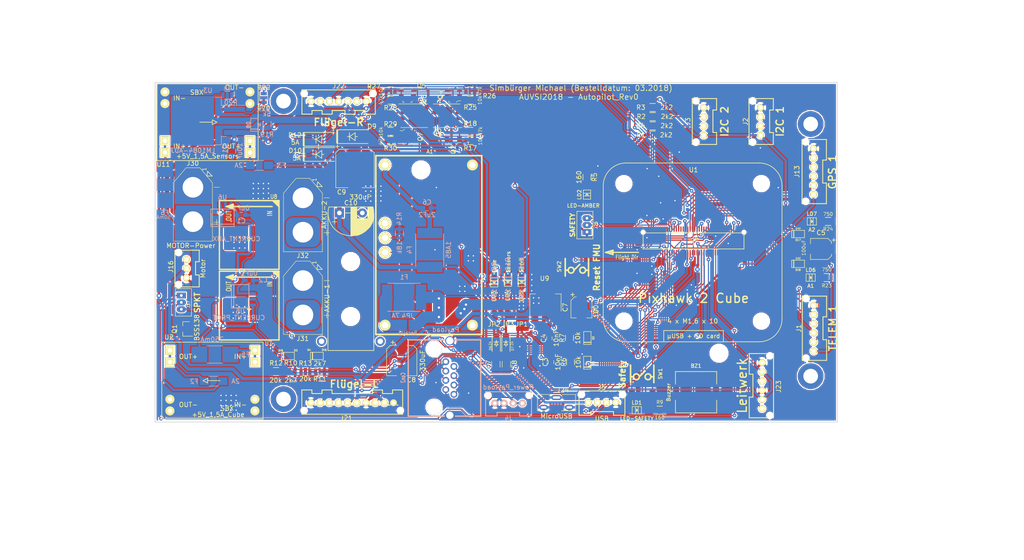
<source format=kicad_pcb>
(kicad_pcb (version 20171130) (host pcbnew "(2018-02-13 revision 365ab99a6)-makepkg")
  (layers (0 F.Cu signal) (31 B.Cu signal) (34 B.Paste user) (35 F.Paste user) (36 B.SilkS user) (37 F.SilkS user) (38 B.Mask user) (39 F.Mask user) (44 Edge.Cuts user))
  (net 0 "")
  (net 1 +5V_Sensors)
  (net 2 /ALARM)
  (net 3 GND)
  (net 4 /BATT­_CURRENT_SENS_PROT_1)
  (net 5 /AUX_BATT­_CURRENT_SENS_1)
  (net 6 /BATT­_CURRENT_SENS_PROT)
  (net 7 /AUX_BATT­_CURRENT_SENS)
  (net 8 /BATT­_VOLTAGE_SENS_PROT)
  (net 9 /AUX_BATT­_VOLTAGE_SENS)
  (net 10 +5V_Servo)
  (net 11 "Net-(F2-Pad1)")
  (net 12 +5V_Cube)
  (net 13 "Net-(F3-Pad1)")
  (net 14 "Net-(F5-Pad2)")
  (net 15 "Net-(F6-Pad2)")
  (net 16 /SERIAL1_RTS)
  (net 17 /SERIAL1_CTS)
  (net 18 /SERIAL1_RX)
  (net 19 /SERIAL1_TX)
  (net 20 /I2C_1_SDA)
  (net 21 /I2C_1_SCL)
  (net 22 /I2C_2_SCL)
  (net 23 /I2C_2_SDA)
  (net 24 /OTG_DP1)
  (net 25 /OTG_DM1)
  (net 26 /SERIAL2_TX)
  (net 27 /SERIAL2_RX)
  (net 28 /SERIAL_3_TX)
  (net 29 /SERIAL_3_RX)
  (net 30 /VDD_3V3_SPECTRUM_EN)
  (net 31 /IO-USART1_RX_SPECTRUM_DSM)
  (net 32 /IO-CH3-PROT)
  (net 33 /FMU-CH1-PROT)
  (net 34 /IO-CH1-PROT)
  (net 35 /IO-CH2-PROT)
  (net 36 /IO-CH5-PROT)
  (net 37 /IO-CH4-PROT)
  (net 38 /IO-CH6-PROT)
  (net 39 /IO-CH7-PROT)
  (net 40 "Net-(J24-Pad4)")
  (net 41 /SAFETY)
  (net 42 /IO-~LED_SAFETY_PROT)
  (net 43 /VBUS)
  (net 44 +3V3)
  (net 45 /FMU-~LED_AMBER)
  (net 46 /FMU-~RESET)
  (net 47 /FMU-CH3-PROT)
  (net 48 /FMU-CH2-PROT)
  (net 49 "Net-(U5-Pad1)")
  (net 50 "Net-(U6-Pad1)")
  (net 51 "Net-(A1-Pad2)")
  (net 52 "Net-(A1-Pad3)")
  (net 53 "Net-(A1-Pad4)")
  (net 54 "Net-(A1-Pad6)")
  (net 55 "Net-(D6-Pad1)")
  (net 56 "Net-(J37-Pad2)")
  (net 57 "Net-(LD1-Pad2)")
  (net 58 "Net-(LD2-Pad2)")
  (net 59 "Net-(Q2-Pad1)")
  (net 60 "Net-(U1-Pad73)")
  (net 61 "Net-(U1-Pad71)")
  (net 62 "Net-(U1-Pad69)")
  (net 63 "Net-(U1-Pad67)")
  (net 64 "Net-(U1-Pad65)")
  (net 65 "Net-(U1-Pad57)")
  (net 66 "Net-(U1-Pad55)")
  (net 67 "Net-(U1-Pad51)")
  (net 68 "Net-(U1-Pad27)")
  (net 69 "Net-(U1-Pad11)")
  (net 70 "Net-(U1-Pad5)")
  (net 71 "Net-(U1-Pad3)")
  (net 72 "Net-(U1-Pad64)")
  (net 73 "Net-(U1-Pad46)")
  (net 74 "Net-(U1-Pad26)")
  (net 75 "Net-(U1-Pad14)")
  (net 76 "Net-(U1-Pad12)")
  (net 77 "Net-(U1-Pad10)")
  (net 78 "Net-(U1-Pad8)")
  (net 79 "Net-(U1-Pad1)")
  (net 80 "Net-(U1-Pad59)")
  (net 81 /Power_Supply/Recuperate)
  (net 82 "Net-(C10-Pad2)")
  (net 83 "Net-(D10-Pad2)")
  (net 84 "Net-(D12-Pad2)")
  (net 85 "Net-(R20-Pad2)")
  (net 86 "Net-(R21-Pad1)")
  (net 87 /Power_Supply/CrossFeed)
  (net 88 /Power_Supply)
  (net 89 "Net-(U1-Pad16)")
  (net 90 "Net-(U1-Pad18)")
  (net 91 "Net-(U1-Pad30)")
  (net 92 "Net-(U1-Pad32)")
  (net 93 "Net-(U1-Pad56)")
  (net 94 "Net-(U1-Pad58)")
  (net 95 "Net-(U1-Pad60)")
  (net 96 "Net-(U1-Pad62)")
  (net 97 "Net-(U1-Pad66)")
  (net 98 "Net-(U1-Pad21)")
  (net 99 "Net-(U1-Pad39)")
  (net 100 "Net-(U1-Pad41)")
  (net 101 "Net-(U1-Pad75)")
  (net 102 "Net-(U1-Pad77)")
  (net 103 "Net-(U1-Pad79)")
  (net 104 "Net-(D16-Pad1)")
  (net 105 "Net-(D17-Pad1)")
  (net 106 "Net-(D7-Pad1)")
  (net 107 /Power_Supply/ID_Ser_1)
  (net 108 /Power_Supply/ID_Cub_1)
  (net 109 /Power_Supply/ID_Sen_1)
  (net 110 /Power_Supply/ID_Cub_2)
  (net 111 /Power_Supply/ID_CrossFeed)
  (net 112 "Net-(Q2-Pad4)")
  (net 113 "Net-(Q3-Pad4)")
  (net 114 "Net-(Q4-Pad1)")
  (net 115 "Net-(Q5-Pad1)")
  (net 116 "Net-(Q5-Pad4)")
  (net 117 "Net-(Q6-Pad4)")
  (net 118 "Net-(Q7-Pad1)")
  (net 119 "Net-(LD3-Pad1)")
  (net 120 "Net-(LD4-Pad1)")
  (net 121 "Net-(LD5-Pad1)")
  (net 122 "Net-(LD6-Pad1)")
  (net 123 "Net-(LD7-Pad1)")
  (module stencil-holes-[JS]:stencil_hole_3mm_exempted (layer F.Cu) (at 214.45 137.3)
    (fp_text reference REF** hide)
    (fp_text value stencil_hole_3mm hide)
    (pad "" np_thru_hole circle (at 0 0) (size 3.2 3.2) (drill 3.2) (layers *.Cu *.Paste *.Mask) (clearance 0.5))
  )
  (module stencil-holes-[JS]:stencil_hole_3mm_exempted (layer F.Cu) (at 214.45 125.3)
    (fp_text reference REF** hide)
    (fp_text value stencil_hole_3mm hide)
    (pad "" np_thru_hole circle (at 0 0) (size 3.2 3.2) (drill 3.2) (layers *.Cu *.Paste *.Mask) (clearance 0.5))
  )
  (module stitching_vias:Stitching_Via-0_7mm (layer F.Cu) (at 219.95 108.85)
    (fp_text reference REF** hide)
    (fp_text value Stitching_Via-0_7mm hide)
    (pad 1 thru_hole circle (at 0 0) (size 0.7 0.7) (drill 0.3) (layers *.Cu) (net 3 GND))
  )
  (module stitching_vias:Stitching_Via-0_7mm (layer F.Cu) (at 221.05 112.075)
    (fp_text reference REF** hide)
    (fp_text value Stitching_Via-0_7mm hide)
    (pad 1 thru_hole circle (at 0 0) (size 0.7 0.7) (drill 0.3) (layers *.Cu) (net 3 GND))
  )
  (module stitching_vias:Stitching_Via-0_7mm (layer F.Cu) (at 218.825 111.025)
    (fp_text reference REF** hide)
    (fp_text value Stitching_Via-0_7mm hide)
    (pad 1 thru_hole circle (at 0 0) (size 0.7 0.7) (drill 0.3) (layers *.Cu) (net 3 GND))
  )
  (module stitching_vias:Stitching_Via-0_7mm (layer F.Cu) (at 217.75 109.95)
    (fp_text reference REF** hide)
    (fp_text value Stitching_Via-0_7mm hide)
    (pad 1 thru_hole circle (at 0 0) (size 0.7 0.7) (drill 0.3) (layers *.Cu) (net 3 GND))
  )
  (module stitching_vias:Stitching_Via-0_7mm (layer F.Cu) (at 221.05 110.975)
    (fp_text reference REF** hide)
    (fp_text value Stitching_Via-0_7mm hide)
    (pad 1 thru_hole circle (at 0 0) (size 0.7 0.7) (drill 0.3) (layers *.Cu) (net 3 GND))
  )
  (module stitching_vias:Stitching_Via-0_7mm (layer F.Cu) (at 219.95 111)
    (fp_text reference REF** hide)
    (fp_text value Stitching_Via-0_7mm hide)
    (pad 1 thru_hole circle (at 0 0) (size 0.7 0.7) (drill 0.3) (layers *.Cu) (net 3 GND))
  )
  (module stitching_vias:Stitching_Via-0_7mm (layer F.Cu) (at 221.05 109.95)
    (fp_text reference REF** hide)
    (fp_text value Stitching_Via-0_7mm hide)
    (pad 1 thru_hole circle (at 0 0) (size 0.7 0.7) (drill 0.3) (layers *.Cu) (net 3 GND))
  )
  (module stitching_vias:Stitching_Via-0_7mm (layer F.Cu) (at 218.85 109.95)
    (fp_text reference REF** hide)
    (fp_text value Stitching_Via-0_7mm hide)
    (pad 1 thru_hole circle (at 0 0) (size 0.7 0.7) (drill 0.3) (layers *.Cu) (net 3 GND))
  )
  (module stitching_vias:Stitching_Via-0_7mm (layer F.Cu) (at 219.95 112.1)
    (fp_text reference REF** hide)
    (fp_text value Stitching_Via-0_7mm hide)
    (pad 1 thru_hole circle (at 0 0) (size 0.7 0.7) (drill 0.3) (layers *.Cu) (net 3 GND))
  )
  (module stitching_vias:Stitching_Via-0_7mm (layer F.Cu) (at 221.05 108.85)
    (fp_text reference REF** hide)
    (fp_text value Stitching_Via-0_7mm hide)
    (pad 1 thru_hole circle (at 0 0) (size 0.7 0.7) (drill 0.3) (layers *.Cu) (net 3 GND))
  )
  (module stitching_vias:Stitching_Via-0_7mm (layer F.Cu) (at 217.725 111.025)
    (fp_text reference REF** hide)
    (fp_text value Stitching_Via-0_7mm hide)
    (pad 1 thru_hole circle (at 0 0) (size 0.7 0.7) (drill 0.3) (layers *.Cu) (net 3 GND))
  )
  (module stitching_vias:Stitching_Via-0_7mm (layer F.Cu) (at 218.825 112.125)
    (fp_text reference REF** hide)
    (fp_text value Stitching_Via-0_7mm hide)
    (pad 1 thru_hole circle (at 0 0) (size 0.7 0.7) (drill 0.3) (layers *.Cu) (net 3 GND))
  )
  (module stitching_vias:Stitching_Via-0_7mm (layer F.Cu) (at 219.95 109.95)
    (fp_text reference REF** hide)
    (fp_text value Stitching_Via-0_7mm hide)
    (pad 1 thru_hole circle (at 0 0) (size 0.7 0.7) (drill 0.3) (layers *.Cu) (net 3 GND))
  )
  (module stitching_vias:Stitching_Via-0_7mm (layer F.Cu) (at 218.85 108.85)
    (fp_text reference REF** hide)
    (fp_text value Stitching_Via-0_7mm hide)
    (pad 1 thru_hole circle (at 0 0) (size 0.7 0.7) (drill 0.3) (layers *.Cu) (net 3 GND))
  )
  (module stitching_vias:Stitching_Via-0_7mm (layer F.Cu) (at 217.75 108.85)
    (fp_text reference REF** hide)
    (fp_text value Stitching_Via-0_7mm hide)
    (pad 1 thru_hole circle (at 0 0) (size 0.7 0.7) (drill 0.3) (layers *.Cu) (net 3 GND))
  )
  (module stitching_vias:Stitching_Via-0_7mm (layer F.Cu) (at 217.725 112.125)
    (fp_text reference REF** hide)
    (fp_text value Stitching_Via-0_7mm hide)
    (pad 1 thru_hole circle (at 0 0) (size 0.7 0.7) (drill 0.3) (layers *.Cu) (net 3 GND))
  )
  (module stitching_vias:Stitching_Via-0_7mm (layer F.Cu) (at 241.225 125.15)
    (fp_text reference REF** hide)
    (fp_text value Stitching_Via-0_7mm hide)
    (pad 1 thru_hole circle (at 0 0) (size 0.7 0.7) (drill 0.3) (layers *.Cu) (net 3 GND))
  )
  (module stitching_vias:Stitching_Via-0_7mm (layer F.Cu) (at 240.125 124.05)
    (fp_text reference REF** hide)
    (fp_text value Stitching_Via-0_7mm hide)
    (pad 1 thru_hole circle (at 0 0) (size 0.7 0.7) (drill 0.3) (layers *.Cu) (net 3 GND))
  )
  (module stitching_vias:Stitching_Via-0_7mm (layer F.Cu) (at 241.225 124.05)
    (fp_text reference REF** hide)
    (fp_text value Stitching_Via-0_7mm hide)
    (pad 1 thru_hole circle (at 0 0) (size 0.7 0.7) (drill 0.3) (layers *.Cu) (net 3 GND))
  )
  (module stitching_vias:Stitching_Via-0_7mm (layer F.Cu) (at 240.125 125.15)
    (fp_text reference REF** hide)
    (fp_text value Stitching_Via-0_7mm hide)
    (pad 1 thru_hole circle (at 0 0) (size 0.7 0.7) (drill 0.3) (layers *.Cu) (net 3 GND))
  )
  (module stitching_vias:Stitching_Via-0_7mm (layer F.Cu) (at 238.25 130.7)
    (fp_text reference REF** hide)
    (fp_text value Stitching_Via-0_7mm hide)
    (pad 1 thru_hole circle (at 0 0) (size 0.7 0.7) (drill 0.3) (layers *.Cu) (net 3 GND))
  )
  (module stitching_vias:Stitching_Via-0_7mm (layer F.Cu) (at 239.35 131.8)
    (fp_text reference REF** hide)
    (fp_text value Stitching_Via-0_7mm hide)
    (pad 1 thru_hole circle (at 0 0) (size 0.7 0.7) (drill 0.3) (layers *.Cu) (net 3 GND))
  )
  (module stitching_vias:Stitching_Via-0_7mm (layer F.Cu) (at 239.35 130.7)
    (fp_text reference REF** hide)
    (fp_text value Stitching_Via-0_7mm hide)
    (pad 1 thru_hole circle (at 0 0) (size 0.7 0.7) (drill 0.3) (layers *.Cu) (net 3 GND))
  )
  (module stitching_vias:Stitching_Via-0_7mm (layer F.Cu) (at 238.25 131.8)
    (fp_text reference REF** hide)
    (fp_text value Stitching_Via-0_7mm hide)
    (pad 1 thru_hole circle (at 0 0) (size 0.7 0.7) (drill 0.3) (layers *.Cu) (net 3 GND))
  )
  (module stitching_vias:Stitching_Via-0_7mm (layer F.Cu) (at 252.2 148.5 270)
    (fp_text reference REF** hide)
    (fp_text value Stitching_Via-0_7mm hide)
    (pad 1 thru_hole circle (at 0 0 270) (size 0.7 0.7) (drill 0.3) (layers *.Cu) (net 3 GND))
  )
  (module stitching_vias:Stitching_Via-0_7mm (layer F.Cu) (at 251.35 143.875 270)
    (fp_text reference REF** hide)
    (fp_text value Stitching_Via-0_7mm hide)
    (pad 1 thru_hole circle (at 0 0 270) (size 0.7 0.7) (drill 0.3) (layers *.Cu) (net 3 GND))
  )
  (module stitching_vias:Stitching_Via-0_7mm (layer F.Cu) (at 255.725 148.05 270)
    (fp_text reference REF** hide)
    (fp_text value Stitching_Via-0_7mm hide)
    (pad 1 thru_hole circle (at 0 0 270) (size 0.7 0.7) (drill 0.3) (layers *.Cu) (net 3 GND))
  )
  (module stitching_vias:Stitching_Via-0_7mm (layer F.Cu) (at 240.175 154 270)
    (fp_text reference REF** hide)
    (fp_text value Stitching_Via-0_7mm hide)
    (pad 1 thru_hole circle (at 0 0 270) (size 0.7 0.7) (drill 0.3) (layers *.Cu) (net 3 GND))
  )
  (module stitching_vias:Stitching_Via-0_7mm (layer F.Cu) (at 233.075 151.7 270)
    (fp_text reference REF** hide)
    (fp_text value Stitching_Via-0_7mm hide)
    (pad 1 thru_hole circle (at 0 0 270) (size 0.7 0.7) (drill 0.3) (layers *.Cu) (net 3 GND))
  )
  (module stitching_vias:Stitching_Via-0_7mm (layer F.Cu) (at 233.15 109.15 270)
    (fp_text reference REF** hide)
    (fp_text value Stitching_Via-0_7mm hide)
    (pad 1 thru_hole circle (at 0 0 270) (size 0.7 0.7) (drill 0.3) (layers *.Cu) (net 3 GND))
  )
  (module stitching_vias:Stitching_Via-0_7mm (layer F.Cu) (at 232.85 122.725 270)
    (fp_text reference REF** hide)
    (fp_text value Stitching_Via-0_7mm hide)
    (pad 1 thru_hole circle (at 0 0 270) (size 0.7 0.7) (drill 0.3) (layers *.Cu) (net 3 GND))
  )
  (module stitching_vias:Stitching_Via-0_7mm (layer F.Cu) (at 294.075 119.75 270)
    (fp_text reference REF** hide)
    (fp_text value Stitching_Via-0_7mm hide)
    (pad 1 thru_hole circle (at 0 0 270) (size 0.7 0.7) (drill 0.3) (layers *.Cu) (net 3 GND))
  )
  (module stitching_vias:Stitching_Via-0_7mm (layer F.Cu) (at 296.825 121.35 270)
    (fp_text reference REF** hide)
    (fp_text value Stitching_Via-0_7mm hide)
    (pad 1 thru_hole circle (at 0 0 270) (size 0.7 0.7) (drill 0.3) (layers *.Cu) (net 3 GND))
  )
  (module stitching_vias:Stitching_Via-0_7mm (layer F.Cu) (at 282.05 112.475 270)
    (fp_text reference REF** hide)
    (fp_text value Stitching_Via-0_7mm hide)
    (pad 1 thru_hole circle (at 0 0 270) (size 0.7 0.7) (drill 0.3) (layers *.Cu) (net 3 GND))
  )
  (module stitching_vias:Stitching_Via-0_7mm (layer F.Cu) (at 281.65 106.7 270)
    (fp_text reference REF** hide)
    (fp_text value Stitching_Via-0_7mm hide)
    (pad 1 thru_hole circle (at 0 0 270) (size 0.7 0.7) (drill 0.3) (layers *.Cu) (net 3 GND))
  )
  (module stitching_vias:Stitching_Via-0_7mm (layer F.Cu) (at 285.2 112 270)
    (fp_text reference REF** hide)
    (fp_text value Stitching_Via-0_7mm hide)
    (pad 1 thru_hole circle (at 0 0 270) (size 0.7 0.7) (drill 0.3) (layers *.Cu) (net 3 GND))
  )
  (module stitching_vias:Stitching_Via-0_7mm (layer F.Cu) (at 282.625 116 270)
    (fp_text reference REF** hide)
    (fp_text value Stitching_Via-0_7mm hide)
    (pad 1 thru_hole circle (at 0 0 270) (size 0.7 0.7) (drill 0.3) (layers *.Cu) (net 3 GND))
  )
  (module stitching_vias:Stitching_Via-0_7mm (layer F.Cu) (at 285.5 134.85 270)
    (fp_text reference REF** hide)
    (fp_text value Stitching_Via-0_7mm hide)
    (pad 1 thru_hole circle (at 0 0 270) (size 0.7 0.7) (drill 0.3) (layers *.Cu) (net 3 GND))
  )
  (module stitching_vias:Stitching_Via-0_7mm (layer F.Cu) (at 286.475 132.875 270)
    (fp_text reference REF** hide)
    (fp_text value Stitching_Via-0_7mm hide)
    (pad 1 thru_hole circle (at 0 0 270) (size 0.7 0.7) (drill 0.3) (layers *.Cu) (net 3 GND))
  )
  (module stitching_vias:Stitching_Via-0_7mm (layer F.Cu) (at 287.875 131.5 270)
    (fp_text reference REF** hide)
    (fp_text value Stitching_Via-0_7mm hide)
    (pad 1 thru_hole circle (at 0 0 270) (size 0.7 0.7) (drill 0.3) (layers *.Cu) (net 3 GND))
  )
  (module stitching_vias:Stitching_Via-0_7mm (layer F.Cu) (at 288.775 130.4 270)
    (fp_text reference REF** hide)
    (fp_text value Stitching_Via-0_7mm hide)
    (pad 1 thru_hole circle (at 0 0 270) (size 0.7 0.7) (drill 0.3) (layers *.Cu) (net 3 GND))
  )
  (module stitching_vias:Stitching_Via-0_7mm (layer F.Cu) (at 280.15 128.1 270)
    (fp_text reference REF** hide)
    (fp_text value Stitching_Via-0_7mm hide)
    (pad 1 thru_hole circle (at 0 0 270) (size 0.7 0.7) (drill 0.3) (layers *.Cu) (net 3 GND))
  )
  (module stitching_vias:Stitching_Via-0_7mm (layer F.Cu) (at 280.15 126.3 270)
    (fp_text reference REF** hide)
    (fp_text value Stitching_Via-0_7mm hide)
    (pad 1 thru_hole circle (at 0 0 270) (size 0.7 0.7) (drill 0.3) (layers *.Cu) (net 3 GND))
  )
  (module stitching_vias:Stitching_Via-0_7mm (layer F.Cu) (at 307.725 109.175 270)
    (fp_text reference REF** hide)
    (fp_text value Stitching_Via-0_7mm hide)
    (pad 1 thru_hole circle (at 0 0 270) (size 0.7 0.7) (drill 0.3) (layers *.Cu) (net 3 GND))
  )
  (module stitching_vias:Stitching_Via-0_7mm (layer F.Cu) (at 303.825 100.5 270)
    (fp_text reference REF** hide)
    (fp_text value Stitching_Via-0_7mm hide)
    (pad 1 thru_hole circle (at 0 0 270) (size 0.7 0.7) (drill 0.3) (layers *.Cu) (net 3 GND))
  )
  (module stitching_vias:Stitching_Via-0_7mm (layer F.Cu) (at 286.125 101.425 270)
    (fp_text reference REF** hide)
    (fp_text value Stitching_Via-0_7mm hide)
    (pad 1 thru_hole circle (at 0 0 270) (size 0.7 0.7) (drill 0.3) (layers *.Cu) (net 3 GND))
  )
  (module stitching_vias:Stitching_Via-0_7mm (layer F.Cu) (at 268.375 104.45 270)
    (fp_text reference REF** hide)
    (fp_text value Stitching_Via-0_7mm hide)
    (pad 1 thru_hole circle (at 0 0 270) (size 0.7 0.7) (drill 0.3) (layers *.Cu) (net 3 GND))
  )
  (module stitching_vias:Stitching_Via-0_7mm (layer F.Cu) (at 279.125 105.025 270)
    (fp_text reference REF** hide)
    (fp_text value Stitching_Via-0_7mm hide)
    (pad 1 thru_hole circle (at 0 0 270) (size 0.7 0.7) (drill 0.3) (layers *.Cu) (net 3 GND))
  )
  (module stitching_vias:Stitching_Via-0_7mm (layer F.Cu) (at 279.075 115.25 270)
    (fp_text reference REF** hide)
    (fp_text value Stitching_Via-0_7mm hide)
    (pad 1 thru_hole circle (at 0 0 270) (size 0.7 0.7) (drill 0.3) (layers *.Cu) (net 3 GND))
  )
  (module stitching_vias:Stitching_Via-0_7mm (layer F.Cu) (at 279.075 120.1 270)
    (fp_text reference REF** hide)
    (fp_text value Stitching_Via-0_7mm hide)
    (pad 1 thru_hole circle (at 0 0 270) (size 0.7 0.7) (drill 0.3) (layers *.Cu) (net 3 GND))
  )
  (module stitching_vias:Stitching_Via-0_7mm (layer F.Cu) (at 276.95 122.725 270)
    (fp_text reference REF** hide)
    (fp_text value Stitching_Via-0_7mm hide)
    (pad 1 thru_hole circle (at 0 0 270) (size 0.7 0.7) (drill 0.3) (layers *.Cu) (net 3 GND))
  )
  (module stitching_vias:Stitching_Via-0_7mm (layer F.Cu) (at 276.925 127.875 270)
    (fp_text reference REF** hide)
    (fp_text value Stitching_Via-0_7mm hide)
    (pad 1 thru_hole circle (at 0 0 270) (size 0.7 0.7) (drill 0.3) (layers *.Cu) (net 3 GND))
  )
  (module Ideale-Diode-pcb_[JS]:Ideale_Diode_Gen-II_rev00 (layer F.Cu) (at 192.325 120.3 90)
    (fp_text reference U8 (at 9.15 5.35 180) (layer F.SilkS) (effects (font (size 0.95 0.75) (thickness 0.13))))
    (fp_text value Ideal_Diode_AUX)
    (fp_text user OUT (at 5 -4.45 90) (layer F.SilkS) (effects (font (size 1.05 0.8))))
    (fp_text user IN (at 5.5 4.5 90) (layer F.SilkS) (effects (font (size 1.05 0.8))))
    (pad 3 smd roundrect (at 4.7 0 90) (size 2.5 5) (layers F.Cu F.Paste F.Mask) (roundrect_rratio 0.1) (net 3 GND))
    (pad 3 smd roundrect (at -4.7 0 90) (size 2.5 5) (layers F.Cu F.Paste F.Mask) (roundrect_rratio 0.1) (net 3 GND))
    (pad 2 smd roundrect (at 0 -3 90) (size 5 5) (layers F.Cu F.Paste F.Mask) (roundrect_rratio 0.1) (net 50 "Net-(U6-Pad1)"))
    (pad 1 smd roundrect (at 0 3 90) (size 5 5) (layers F.Cu F.Paste F.Mask) (roundrect_rratio 0.1) (net 84 "Net-(D12-Pad2)"))
  )
  (module Ideale-Diode-pcb_[JS]:Ideale_Diode_Gen-II_rev00 (layer F.Cu) (at 192.325 135.7 90)
    (fp_text reference U7 (at -7.475 4.2 180) (layer F.SilkS) (effects (font (size 0.95 0.75) (thickness 0.13))))
    (fp_text value Ideal_Diode_PROT)
    (fp_text user OUT (at 5 -4.45 90) (layer F.SilkS) (effects (font (size 1.05 0.8))))
    (fp_text user IN (at 5.5 4.5 90) (layer F.SilkS) (effects (font (size 1.05 0.8))))
    (pad 3 smd roundrect (at 4.7 0 90) (size 2.5 5) (layers F.Cu F.Paste F.Mask) (roundrect_rratio 0.1) (net 3 GND))
    (pad 3 smd roundrect (at -4.7 0 90) (size 2.5 5) (layers F.Cu F.Paste F.Mask) (roundrect_rratio 0.1) (net 3 GND))
    (pad 2 smd roundrect (at 0 -3 90) (size 5 5) (layers F.Cu F.Paste F.Mask) (roundrect_rratio 0.1) (net 49 "Net-(U5-Pad1)"))
    (pad 1 smd roundrect (at 0 3 90) (size 5 5) (layers F.Cu F.Paste F.Mask) (roundrect_rratio 0.1) (net 83 "Net-(D10-Pad2)"))
  )
  (module stitching_vias:Stitching_Via-0_7mm (layer F.Cu) (at 224.225 95.475 270)
    (fp_text reference REF** hide)
    (fp_text value Stitching_Via-0_7mm hide)
    (pad 1 thru_hole circle (at 0 0 270) (size 0.7 0.7) (drill 0.3) (layers *.Cu) (net 3 GND))
  )
  (module stitching_vias:Stitching_Via-0_7mm (layer F.Cu) (at 223.25 97.825 270)
    (fp_text reference REF** hide)
    (fp_text value Stitching_Via-0_7mm hide)
    (pad 1 thru_hole circle (at 0 0 270) (size 0.7 0.7) (drill 0.3) (layers *.Cu) (net 3 GND))
  )
  (module stitching_vias:Stitching_Via-0_7mm (layer F.Cu) (at 189.475 155.6)
    (fp_text reference REF** hide)
    (fp_text value Stitching_Via-0_7mm hide)
    (pad 1 thru_hole circle (at 0 0) (size 0.7 0.7) (drill 0.3) (layers *.Cu) (net 3 GND))
  )
  (module stitching_vias:Stitching_Via-0_7mm (layer F.Cu) (at 188.375 156.65)
    (fp_text reference REF** hide)
    (fp_text value Stitching_Via-0_7mm hide)
    (pad 1 thru_hole circle (at 0 0) (size 0.7 0.7) (drill 0.3) (layers *.Cu) (net 3 GND))
  )
  (module stitching_vias:Stitching_Via-0_7mm (layer F.Cu) (at 187.275 154.5)
    (fp_text reference REF** hide)
    (fp_text value Stitching_Via-0_7mm hide)
    (pad 1 thru_hole circle (at 0 0) (size 0.7 0.7) (drill 0.3) (layers *.Cu) (net 3 GND))
  )
  (module stitching_vias:Stitching_Via-0_7mm (layer F.Cu) (at 186.175 154.5)
    (fp_text reference REF** hide)
    (fp_text value Stitching_Via-0_7mm hide)
    (pad 1 thru_hole circle (at 0 0) (size 0.7 0.7) (drill 0.3) (layers *.Cu) (net 3 GND))
  )
  (module stitching_vias:Stitching_Via-0_7mm (layer F.Cu) (at 186.15 157.775)
    (fp_text reference REF** hide)
    (fp_text value Stitching_Via-0_7mm hide)
    (pad 1 thru_hole circle (at 0 0) (size 0.7 0.7) (drill 0.3) (layers *.Cu) (net 3 GND))
  )
  (module stitching_vias:Stitching_Via-0_7mm (layer F.Cu) (at 189.475 154.5)
    (fp_text reference REF** hide)
    (fp_text value Stitching_Via-0_7mm hide)
    (pad 1 thru_hole circle (at 0 0) (size 0.7 0.7) (drill 0.3) (layers *.Cu) (net 3 GND))
  )
  (module stitching_vias:Stitching_Via-0_7mm (layer F.Cu) (at 188.375 155.6)
    (fp_text reference REF** hide)
    (fp_text value Stitching_Via-0_7mm hide)
    (pad 1 thru_hole circle (at 0 0) (size 0.7 0.7) (drill 0.3) (layers *.Cu) (net 3 GND))
  )
  (module stitching_vias:Stitching_Via-0_7mm (layer F.Cu) (at 189.475 157.725)
    (fp_text reference REF** hide)
    (fp_text value Stitching_Via-0_7mm hide)
    (pad 1 thru_hole circle (at 0 0) (size 0.7 0.7) (drill 0.3) (layers *.Cu) (net 3 GND))
  )
  (module stitching_vias:Stitching_Via-0_7mm (layer F.Cu) (at 188.375 154.5)
    (fp_text reference REF** hide)
    (fp_text value Stitching_Via-0_7mm hide)
    (pad 1 thru_hole circle (at 0 0) (size 0.7 0.7) (drill 0.3) (layers *.Cu) (net 3 GND))
  )
  (module stitching_vias:Stitching_Via-0_7mm (layer F.Cu) (at 187.25 156.675)
    (fp_text reference REF** hide)
    (fp_text value Stitching_Via-0_7mm hide)
    (pad 1 thru_hole circle (at 0 0) (size 0.7 0.7) (drill 0.3) (layers *.Cu) (net 3 GND))
  )
  (module stitching_vias:Stitching_Via-0_7mm (layer F.Cu) (at 186.15 156.675)
    (fp_text reference REF** hide)
    (fp_text value Stitching_Via-0_7mm hide)
    (pad 1 thru_hole circle (at 0 0) (size 0.7 0.7) (drill 0.3) (layers *.Cu) (net 3 GND))
  )
  (module stitching_vias:Stitching_Via-0_7mm (layer F.Cu) (at 189.475 156.625)
    (fp_text reference REF** hide)
    (fp_text value Stitching_Via-0_7mm hide)
    (pad 1 thru_hole circle (at 0 0) (size 0.7 0.7) (drill 0.3) (layers *.Cu) (net 3 GND))
  )
  (module stitching_vias:Stitching_Via-0_7mm (layer F.Cu) (at 188.375 157.75)
    (fp_text reference REF** hide)
    (fp_text value Stitching_Via-0_7mm hide)
    (pad 1 thru_hole circle (at 0 0) (size 0.7 0.7) (drill 0.3) (layers *.Cu) (net 3 GND))
  )
  (module stitching_vias:Stitching_Via-0_7mm (layer F.Cu) (at 187.25 157.775)
    (fp_text reference REF** hide)
    (fp_text value Stitching_Via-0_7mm hide)
    (pad 1 thru_hole circle (at 0 0) (size 0.7 0.7) (drill 0.3) (layers *.Cu) (net 3 GND))
  )
  (module stitching_vias:Stitching_Via-0_7mm (layer F.Cu) (at 187.275 155.6)
    (fp_text reference REF** hide)
    (fp_text value Stitching_Via-0_7mm hide)
    (pad 1 thru_hole circle (at 0 0) (size 0.7 0.7) (drill 0.3) (layers *.Cu) (net 3 GND))
  )
  (module stitching_vias:Stitching_Via-0_7mm (layer F.Cu) (at 186.175 155.6)
    (fp_text reference REF** hide)
    (fp_text value Stitching_Via-0_7mm hide)
    (pad 1 thru_hole circle (at 0 0) (size 0.7 0.7) (drill 0.3) (layers *.Cu) (net 3 GND))
  )
  (module stitching_vias:Stitching_Via-0_7mm (layer F.Cu) (at 245.225 132.1 270)
    (fp_text reference REF** hide)
    (fp_text value Stitching_Via-0_7mm hide)
    (pad 1 thru_hole circle (at 0 0 270) (size 0.7 0.7) (drill 0.3) (layers *.Cu) (net 3 GND))
  )
  (module stitching_vias:Stitching_Via-0_7mm (layer F.Cu) (at 253.975 129.275)
    (fp_text reference REF** hide)
    (fp_text value Stitching_Via-0_7mm hide)
    (pad 1 thru_hole circle (at 0 0) (size 0.7 0.7) (drill 0.3) (layers *.Cu) (net 3 GND))
  )
  (module stitching_vias:Stitching_Via-0_7mm (layer F.Cu) (at 253.975 128.125)
    (fp_text reference REF** hide)
    (fp_text value Stitching_Via-0_7mm hide)
    (pad 1 thru_hole circle (at 0 0) (size 0.7 0.7) (drill 0.3) (layers *.Cu) (net 3 GND))
  )
  (module stitching_vias:Stitching_Via-0_7mm (layer F.Cu) (at 253.95 130.525)
    (fp_text reference REF** hide)
    (fp_text value Stitching_Via-0_7mm hide)
    (pad 1 thru_hole circle (at 0 0) (size 0.7 0.7) (drill 0.3) (layers *.Cu) (net 3 GND))
  )
  (module stitching_vias:Stitching_Via-0_7mm (layer F.Cu) (at 253.95 131.675)
    (fp_text reference REF** hide)
    (fp_text value Stitching_Via-0_7mm hide)
    (pad 1 thru_hole circle (at 0 0) (size 0.7 0.7) (drill 0.3) (layers *.Cu) (net 3 GND))
  )
  (module stitching_vias:Stitching_Via-0_7mm (layer F.Cu) (at 254.35 134.375 270)
    (fp_text reference REF** hide)
    (fp_text value Stitching_Via-0_7mm hide)
    (pad 1 thru_hole circle (at 0 0 270) (size 0.7 0.7) (drill 0.3) (layers *.Cu) (net 3 GND))
  )
  (module stitching_vias:Stitching_Via-0_7mm (layer F.Cu) (at 255.5 134.375 270)
    (fp_text reference REF** hide)
    (fp_text value Stitching_Via-0_7mm hide)
    (pad 1 thru_hole circle (at 0 0 270) (size 0.7 0.7) (drill 0.3) (layers *.Cu) (net 3 GND))
  )
  (module stitching_vias:Stitching_Via-0_7mm (layer F.Cu) (at 255.5 133.225 270)
    (fp_text reference REF** hide)
    (fp_text value Stitching_Via-0_7mm hide)
    (pad 1 thru_hole circle (at 0 0 270) (size 0.7 0.7) (drill 0.3) (layers *.Cu) (net 3 GND))
  )
  (module stitching_vias:Stitching_Via-0_7mm (layer F.Cu) (at 254.35 133.225 270)
    (fp_text reference REF** hide)
    (fp_text value Stitching_Via-0_7mm hide)
    (pad 1 thru_hole circle (at 0 0 270) (size 0.7 0.7) (drill 0.3) (layers *.Cu) (net 3 GND))
  )
  (module stitching_vias:Stitching_Via-0_7mm (layer F.Cu) (at 246.375 132.125 270)
    (fp_text reference REF** hide)
    (fp_text value Stitching_Via-0_7mm hide)
    (pad 1 thru_hole circle (at 0 0 270) (size 0.7 0.7) (drill 0.3) (layers *.Cu) (net 3 GND))
  )
  (module stitching_vias:Stitching_Via-0_7mm (layer F.Cu) (at 249.3 132.075 270)
    (fp_text reference REF** hide)
    (fp_text value Stitching_Via-0_7mm hide)
    (pad 1 thru_hole circle (at 0 0 270) (size 0.7 0.7) (drill 0.3) (layers *.Cu) (net 3 GND))
  )
  (module stitching_vias:Stitching_Via-0_7mm (layer F.Cu) (at 248.175 132.075 270)
    (fp_text reference REF** hide)
    (fp_text value Stitching_Via-0_7mm hide)
    (pad 1 thru_hole circle (at 0 0 270) (size 0.7 0.7) (drill 0.3) (layers *.Cu) (net 3 GND))
  )
  (module stitching_vias:Stitching_Via-0_7mm (layer F.Cu) (at 259.825 147 270)
    (fp_text reference REF** hide)
    (fp_text value Stitching_Via-0_7mm hide)
    (pad 1 thru_hole circle (at 0 0 270) (size 0.7 0.7) (drill 0.3) (layers *.Cu) (net 3 GND))
  )
  (module stitching_vias:Stitching_Via-0_7mm (layer F.Cu) (at 260.4 146.15 270)
    (fp_text reference REF** hide)
    (fp_text value Stitching_Via-0_7mm hide)
    (pad 1 thru_hole circle (at 0 0 270) (size 0.7 0.7) (drill 0.3) (layers *.Cu) (net 3 GND))
  )
  (module stitching_vias:Stitching_Via-0_7mm (layer F.Cu) (at 264.95 145.475 270)
    (fp_text reference REF** hide)
    (fp_text value Stitching_Via-0_7mm hide)
    (pad 1 thru_hole circle (at 0 0 270) (size 0.7 0.7) (drill 0.3) (layers *.Cu) (net 3 GND))
  )
  (module stitching_vias:Stitching_Via-0_7mm (layer F.Cu) (at 252.125 135.65 270)
    (fp_text reference REF** hide)
    (fp_text value Stitching_Via-0_7mm hide)
    (pad 1 thru_hole circle (at 0 0 270) (size 0.7 0.7) (drill 0.3) (layers *.Cu) (net 87 /Power_Supply/CrossFeed))
  )
  (module stitching_vias:Stitching_Via-0_7mm (layer F.Cu) (at 251.2 135.7 270)
    (fp_text reference REF** hide)
    (fp_text value Stitching_Via-0_7mm hide)
    (pad 1 thru_hole circle (at 0 0 270) (size 0.7 0.7) (drill 0.3) (layers *.Cu) (net 87 /Power_Supply/CrossFeed))
  )
  (module stitching_vias:Stitching_Via-0_7mm (layer F.Cu) (at 251.25 134.95 270)
    (fp_text reference REF** hide)
    (fp_text value Stitching_Via-0_7mm hide)
    (pad 1 thru_hole circle (at 0 0 270) (size 0.7 0.7) (drill 0.3) (layers *.Cu) (net 87 /Power_Supply/CrossFeed))
  )
  (module stitching_vias:Stitching_Via-0_7mm (layer F.Cu) (at 251.3 134.1 270)
    (fp_text reference REF** hide)
    (fp_text value Stitching_Via-0_7mm hide)
    (pad 1 thru_hole circle (at 0 0 270) (size 0.7 0.7) (drill 0.3) (layers *.Cu) (net 87 /Power_Supply/CrossFeed))
  )
  (module Package_SO:PowerPAK_SO-8_Dual (layer F.Cu) (at 235.4 93.5 180)
    (fp_text reference Q3 (at 1.75 -3.675 270) (layer F.SilkS))
    (fp_text value SI7997DP)
    (pad 6 smd rect (at 0.69 1.13 180) (size 3.81 1.65) (layers F.Cu F.Paste F.Mask) (net 111 /Power_Supply/ID_CrossFeed))
    (pad 5 smd rect (at 0.69 -1.13 180) (size 3.81 1.65) (layers F.Cu F.Paste F.Mask) (net 109 /Power_Supply/ID_Sen_1))
    (pad 5 smd rect (at 2.795 -1.905 180) (size 1.02 0.61) (layers F.Cu F.Paste F.Mask) (net 109 /Power_Supply/ID_Sen_1))
    (pad 5 smd rect (at 2.795 -0.635 180) (size 1.02 0.61) (layers F.Cu F.Paste F.Mask) (net 109 /Power_Supply/ID_Sen_1))
    (pad 6 smd rect (at 2.795 0.635 180) (size 1.02 0.61) (layers F.Cu F.Paste F.Mask) (net 111 /Power_Supply/ID_CrossFeed))
    (pad 6 smd rect (at 2.795 1.905 180) (size 1.02 0.61) (layers F.Cu F.Paste F.Mask) (net 111 /Power_Supply/ID_CrossFeed))
    (pad 4 smd rect (at -2.67 1.905 180) (size 1.27 0.61) (layers F.Cu F.Paste F.Mask) (net 113 "Net-(Q3-Pad4)"))
    (pad 3 smd rect (at -2.67 0.635 180) (size 1.27 0.61) (layers F.Cu F.Paste F.Mask) (net 87 /Power_Supply/CrossFeed))
    (pad 2 smd rect (at -2.67 -0.635 180) (size 1.27 0.61) (layers F.Cu F.Paste F.Mask) (net 112 "Net-(Q2-Pad4)"))
    (pad 1 smd rect (at -2.67 -1.905 180) (size 1.27 0.61) (layers F.Cu F.Paste F.Mask) (net 111 /Power_Supply/ID_CrossFeed))
  )
  (module manuf:TEXAS-R-PDSS-T7 (layer F.Cu) (at 231.5 121.7 270)
    (fp_text reference A1 (at -20.375 -0.225 180) (layer F.SilkS) (effects (font (size 0.8 0.8))))
    (fp_text value +5V3_6A_Servo)
    (pad 1 thru_hole circle (at -17.465 -9.525 270) (size 2.4 2.4) (drill 1.4) (layers *.Cu *.Mask F.SilkS) (net 3 GND))
    (pad 2 thru_hole circle (at -17.465 9.525 270) (size 2.4 2.4) (drill 1.4) (layers *.Cu *.Mask F.SilkS) (net 51 "Net-(A1-Pad2)"))
    (pad 3 thru_hole circle (at -4.765 9.525 270) (size 2.4 2.4) (drill 1.4) (layers *.Cu *.Mask F.SilkS) (net 52 "Net-(A1-Pad3)"))
    (pad 4 thru_hole circle (at -1.585 9.525 270) (size 2.4 2.4) (drill 1.4) (layers *.Cu *.Mask F.SilkS) (net 53 "Net-(A1-Pad4)"))
    (pad 5 thru_hole circle (at 1.595 9.525 270) (size 2.4 2.4) (drill 1.4) (layers *.Cu *.Mask F.SilkS) (net 87 /Power_Supply/CrossFeed))
    (pad 6 thru_hole circle (at 17.475 9.525 270) (size 2.4 2.4) (drill 1.4) (layers *.Cu *.Mask F.SilkS) (net 54 "Net-(A1-Pad6)"))
    (pad 7 thru_hole circle (at 17.475 -9.525 270) (size 2.4 2.4) (drill 1.4) (layers *.Cu *.Mask F.SilkS) (net 3 GND))
  )
  (module Capacitors-[MS]:CP_Radial_D10.0mm_P5.00mm_horizontal (layer F.Cu) (at 212 114.7)
    (fp_text reference C10 (at 2.5 -2.2) (layer F.SilkS))
    (fp_text value 10F/3V)
    (pad 4 thru_hole circle (at 8.9 28) (size 2 2) (drill 1.2) (layers *.Cu *.Mask))
    (pad 3 thru_hole circle (at -3.9 28) (size 2 2) (drill 1.2) (layers *.Cu *.Mask))
    (pad 2 thru_hole circle (at 5 0) (size 2 2) (drill 1) (layers *.Cu *.Mask) (net 82 "Net-(C10-Pad2)"))
    (pad 1 thru_hole rect (at 0 0) (size 2 2) (drill 1) (layers *.Cu *.Mask) (net 88 /Power_Supply))
  )
  (module connectors-[JS]:JUMPER-SOLDER-SMD_mit_flaechenanschluss (layer B.Cu) (at 226.925 139.025 270)
    (fp_text reference JP4 (at -1.875 0) (layer B.SilkS) (effects (justify mirror)))
    (fp_text value BackUp (at 1.8 0 180) (layer B.SilkS) (effects (font (size 0.75 0.75) (thickness 0.1)) (justify mirror)))
    (pad 2 smd trapezoid (at 0 0.5 180) (size 0.6 1) (rect_delta 0.1 0) (layers B.Cu B.Mask) (net 54 "Net-(A1-Pad6)"))
    (pad 1 smd trapezoid (at 0 -0.5) (size 0.6 1) (rect_delta 0.1 0) (layers B.Cu B.Mask) (net 107 /Power_Supply/ID_Ser_1))
  )
  (module Power_Integrations:SO-8 (layer B.Cu) (at 190.35 132.875 90)
    (fp_text reference U5 (at -3.305 0.012 -180) (layer B.SilkS) (effects (justify mirror)))
    (fp_text value CURRENT_PROT (at -4.675 -0.25 -180) (layer B.SilkS) (effects (justify mirror)))
    (pad 8 smd oval (at -1.905 2.794 90) (size 0.6096 1.4732) (layers B.Cu B.Paste B.Mask) (net 44 +3V3))
    (pad 7 smd oval (at -0.635 2.794 90) (size 0.6096 1.4732) (layers B.Cu B.Paste B.Mask) (net 4 /BATT­_CURRENT_SENS_PROT_1))
    (pad 6 smd oval (at 0.635 2.794 90) (size 0.6096 1.4732) (layers B.Cu B.Paste B.Mask) (net 44 +3V3))
    (pad 5 smd oval (at 1.905 2.794 90) (size 0.6096 1.4732) (layers B.Cu B.Paste B.Mask) (net 3 GND))
    (pad 4 smd oval (at 1.905 -2.794 90) (size 0.6096 1.4732) (layers B.Cu B.Paste B.Mask) (net 88 /Power_Supply))
    (pad 3 smd oval (at 0.635 -2.794 90) (size 0.6096 1.4732) (layers B.Cu B.Paste B.Mask) (net 88 /Power_Supply))
    (pad 2 smd oval (at -0.635 -2.794 90) (size 0.6096 1.4732) (layers B.Cu B.Paste B.Mask) (net 49 "Net-(U5-Pad1)"))
    (pad 1 smd oval (at -1.905 -2.794 90) (size 0.6096 1.4732) (layers B.Cu B.Paste B.Mask) (net 49 "Net-(U5-Pad1)"))
  )
  (module Pixhawk_2-Cube:Pixhawk-2_Cube (layer F.Cu) (at 289.25 120.8 180)
    (fp_text reference U1 (at 0 15.5 180) (layer F.SilkS))
    (fp_text value Pixhawk_2_Cube_80-Pin_Header)
    (fp_text user "µUSB + SD card" (at 0 -20.75 180) (layer F.SilkS) (effects (font (size 0.9 0.9))))
    (fp_text user "Flight Dir" (at 14.55 -3.55 180) (layer F.SilkS) (effects (font (size 0.9 0.7) (thickness 0.125))))
    (fp_text user "4 x M1,6 x 10" (at 0.2 -17.5 180) (layer F.SilkS))
    (fp_text user 0 (at -0.6 0.8 180) (layer F.SilkS) (effects (font (size 0.9 0.7) (thickness 0.125))))
    (fp_text user "Pixhawk 2 Cube" (at 0 -12.5 180) (layer F.SilkS) (effects (font (size 2 2) (thickness 0.3))))
    (pad "" np_thru_hole circle (at 15.2 -17.5 270) (size 1.8 1.8) (drill 1.8) (layers *.Cu *.Mask) (clearance 1))
    (pad "" np_thru_hole circle (at -14.8 -17.5 270) (size 1.8 1.8) (drill 1.8) (layers *.Cu *.Mask) (clearance 1))
    (pad "" np_thru_hole circle (at 15.2 12.5 270) (size 1.8 1.8) (drill 1.8) (layers *.Cu *.Mask) (clearance 1))
    (pad "" np_thru_hole circle (at -14.8 12.5 270) (size 1.8 1.8) (drill 1.8) (layers *.Cu *.Mask) (clearance 1))
    (pad 0 smd rect (at -12.000832 0.00028 180) (size 1.4 2.1) (layers F.Cu F.Paste F.Mask))
    (pad 0 smd rect (at 11.999168 0 180) (size 1.4 2.1) (layers F.Cu F.Paste F.Mask))
    (pad "" np_thru_hole circle (at -11 1.9 180) (size 0.65 0.65) (drill 0.65) (layers *.Cu *.Mask) (clearance 0.15))
    (pad "" np_thru_hole circle (at 11 1.9 180) (size 0.65 0.65) (drill 0.65) (layers *.Cu *.Mask) (clearance 0.15))
    (pad 2 smd rect (at 9.748336 2.575 180) (size 0.25 1.15) (layers F.Cu F.Paste F.Mask) (net 45 /FMU-~LED_AMBER))
    (pad 1 smd rect (at 9.748336 -2.57472 180) (size 0.25 1.15) (layers F.Cu F.Paste F.Mask) (net 79 "Net-(U1-Pad1)"))
    (pad 4 smd rect (at 9.248336 2.575 180) (size 0.25 1.15) (layers F.Cu F.Paste F.Mask) (net 23 /I2C_2_SDA))
    (pad 6 smd rect (at 8.748336 2.575 180) (size 0.25 1.15) (layers F.Cu F.Paste F.Mask) (net 22 /I2C_2_SCL))
    (pad 8 smd rect (at 8.248336 2.575 180) (size 0.25 1.15) (layers F.Cu F.Paste F.Mask) (net 78 "Net-(U1-Pad8)"))
    (pad 10 smd rect (at 7.748336 2.575 180) (size 0.25 1.15) (layers F.Cu F.Paste F.Mask) (net 77 "Net-(U1-Pad10)"))
    (pad 12 smd rect (at 7.248336 2.575 180) (size 0.25 1.15) (layers F.Cu F.Paste F.Mask) (net 76 "Net-(U1-Pad12)"))
    (pad 14 smd rect (at 6.748336 2.575 180) (size 0.25 1.15) (layers F.Cu F.Paste F.Mask) (net 75 "Net-(U1-Pad14)"))
    (pad 16 smd rect (at 6.248336 2.575 180) (size 0.25 1.15) (layers F.Cu F.Paste F.Mask) (net 89 "Net-(U1-Pad16)"))
    (pad 18 smd rect (at 5.748336 2.575 180) (size 0.25 1.15) (layers F.Cu F.Paste F.Mask) (net 90 "Net-(U1-Pad18)"))
    (pad 20 smd rect (at 5.248336 2.575 180) (size 0.25 1.15) (layers F.Cu F.Paste F.Mask) (net 29 /SERIAL_3_RX))
    (pad 22 smd rect (at 4.748336 2.575 180) (size 0.25 1.15) (layers F.Cu F.Paste F.Mask) (net 28 /SERIAL_3_TX))
    (pad 24 smd rect (at 4.248336 2.575 180) (size 0.25 1.15) (layers F.Cu F.Paste F.Mask) (net 2 /ALARM))
    (pad 26 smd rect (at 3.748336 2.575 180) (size 0.25 1.15) (layers F.Cu F.Paste F.Mask) (net 74 "Net-(U1-Pad26)"))
    (pad 28 smd rect (at 3.248336 2.575 180) (size 0.25 1.15) (layers F.Cu F.Paste F.Mask) (net 42 /IO-~LED_SAFETY_PROT))
    (pad 30 smd rect (at 2.748336 2.575 180) (size 0.25 1.15) (layers F.Cu F.Paste F.Mask) (net 91 "Net-(U1-Pad30)"))
    (pad 32 smd rect (at 2.248336 2.575 180) (size 0.25 1.15) (layers F.Cu F.Paste F.Mask) (net 92 "Net-(U1-Pad32)"))
    (pad 34 smd rect (at 1.748336 2.575 180) (size 0.25 1.15) (layers F.Cu F.Paste F.Mask) (net 27 /SERIAL2_RX))
    (pad 36 smd rect (at 1.248336 2.575 180) (size 0.25 1.15) (layers F.Cu F.Paste F.Mask) (net 26 /SERIAL2_TX))
    (pad 38 smd rect (at 0.748336 2.575 180) (size 0.25 1.15) (layers F.Cu F.Paste F.Mask) (net 18 /SERIAL1_RX))
    (pad 40 smd rect (at 0.248336 2.575 180) (size 0.25 1.15) (layers F.Cu F.Paste F.Mask) (net 19 /SERIAL1_TX))
    (pad 42 smd rect (at -0.251664 2.575 180) (size 0.25 1.15) (layers F.Cu F.Paste F.Mask) (net 16 /SERIAL1_RTS))
    (pad 44 smd rect (at -0.751664 2.575 180) (size 0.25 1.15) (layers F.Cu F.Paste F.Mask) (net 17 /SERIAL1_CTS))
    (pad 46 smd rect (at -1.251664 2.575 180) (size 0.25 1.15) (layers F.Cu F.Paste F.Mask) (net 73 "Net-(U1-Pad46)"))
    (pad 48 smd rect (at -1.751664 2.575 180) (size 0.25 1.15) (layers F.Cu F.Paste F.Mask) (net 31 /IO-USART1_RX_SPECTRUM_DSM))
    (pad 50 smd rect (at -2.251664 2.575 180) (size 0.25 1.15) (layers F.Cu F.Paste F.Mask) (net 33 /FMU-CH1-PROT))
    (pad 52 smd rect (at -2.751664 2.575 180) (size 0.25 1.15) (layers F.Cu F.Paste F.Mask) (net 48 /FMU-CH2-PROT))
    (pad 54 smd rect (at -3.251664 2.575 180) (size 0.25 1.15) (layers F.Cu F.Paste F.Mask) (net 47 /FMU-CH3-PROT))
    (pad 56 smd rect (at -3.751664 2.575 180) (size 0.25 1.15) (layers F.Cu F.Paste F.Mask) (net 93 "Net-(U1-Pad56)"))
    (pad 58 smd rect (at -4.251664 2.575 180) (size 0.25 1.15) (layers F.Cu F.Paste F.Mask) (net 94 "Net-(U1-Pad58)"))
    (pad 60 smd rect (at -4.751664 2.575 180) (size 0.25 1.15) (layers F.Cu F.Paste F.Mask) (net 95 "Net-(U1-Pad60)"))
    (pad 62 smd rect (at -5.251664 2.575 180) (size 0.25 1.15) (layers F.Cu F.Paste F.Mask) (net 96 "Net-(U1-Pad62)"))
    (pad 64 smd rect (at -5.751664 2.575 180) (size 0.25 1.15) (layers F.Cu F.Paste F.Mask) (net 72 "Net-(U1-Pad64)"))
    (pad 66 smd rect (at -6.251664 2.575 180) (size 0.25 1.15) (layers F.Cu F.Paste F.Mask) (net 97 "Net-(U1-Pad66)"))
    (pad 68 smd rect (at -6.751664 2.575 180) (size 0.25 1.15) (layers F.Cu F.Paste F.Mask) (net 39 /IO-CH7-PROT))
    (pad 70 smd rect (at -7.251664 2.575 180) (size 0.25 1.15) (layers F.Cu F.Paste F.Mask) (net 38 /IO-CH6-PROT))
    (pad 72 smd rect (at -7.751664 2.575 180) (size 0.25 1.15) (layers F.Cu F.Paste F.Mask) (net 36 /IO-CH5-PROT))
    (pad 74 smd rect (at -8.251664 2.575 180) (size 0.25 1.15) (layers F.Cu F.Paste F.Mask) (net 37 /IO-CH4-PROT))
    (pad 76 smd rect (at -8.751664 2.575 180) (size 0.25 1.15) (layers F.Cu F.Paste F.Mask) (net 32 /IO-CH3-PROT))
    (pad 78 smd rect (at -9.251664 2.575 180) (size 0.25 1.15) (layers F.Cu F.Paste F.Mask) (net 35 /IO-CH2-PROT))
    (pad 80 smd rect (at -9.751664 2.575 180) (size 0.25 1.15) (layers F.Cu F.Paste F.Mask) (net 34 /IO-CH1-PROT))
    (pad 3 smd rect (at 9.248336 -2.57472 180) (size 0.25 1.15) (layers F.Cu F.Paste F.Mask) (net 71 "Net-(U1-Pad3)"))
    (pad 5 smd rect (at 8.748336 -2.57472 180) (size 0.25 1.15) (layers F.Cu F.Paste F.Mask) (net 70 "Net-(U1-Pad5)"))
    (pad 7 smd rect (at 8.248336 -2.57472 180) (size 0.25 1.15) (layers F.Cu F.Paste F.Mask) (net 46 /FMU-~RESET))
    (pad 9 smd rect (at 7.748336 -2.57472 180) (size 0.25 1.15) (layers F.Cu F.Paste F.Mask) (net 10 +5V_Servo))
    (pad 11 smd rect (at 7.248336 -2.57472 180) (size 0.25 1.15) (layers F.Cu F.Paste F.Mask) (net 69 "Net-(U1-Pad11)"))
    (pad 13 smd rect (at 6.748336 -2.57472 180) (size 0.25 1.15) (layers F.Cu F.Paste F.Mask) (net 3 GND))
    (pad 15 smd rect (at 6.248336 -2.57472 180) (size 0.25 1.15) (layers F.Cu F.Paste F.Mask) (net 3 GND))
    (pad 17 smd rect (at 5.748336 -2.57472 180) (size 0.25 1.15) (layers F.Cu F.Paste F.Mask) (net 41 /SAFETY))
    (pad 19 smd rect (at 5.248336 -2.57472 180) (size 0.25 1.15) (layers F.Cu F.Paste F.Mask) (net 30 /VDD_3V3_SPECTRUM_EN))
    (pad 21 smd rect (at 4.748336 -2.57472 180) (size 0.25 1.15) (layers F.Cu F.Paste F.Mask) (net 98 "Net-(U1-Pad21)"))
    (pad 23 smd rect (at 4.248336 -2.57472 180) (size 0.25 1.15) (layers F.Cu F.Paste F.Mask) (net 9 /AUX_BATT­_VOLTAGE_SENS))
    (pad 25 smd rect (at 3.748336 -2.57472 180) (size 0.25 1.15) (layers F.Cu F.Paste F.Mask) (net 7 /AUX_BATT­_CURRENT_SENS))
    (pad 27 smd rect (at 3.248336 -2.57472 180) (size 0.25 1.15) (layers F.Cu F.Paste F.Mask) (net 68 "Net-(U1-Pad27)"))
    (pad 29 smd rect (at 2.748336 -2.57472 180) (size 0.25 1.15) (layers F.Cu F.Paste F.Mask) (net 43 /VBUS))
    (pad 31 smd rect (at 2.248336 -2.57472 180) (size 0.25 1.15) (layers F.Cu F.Paste F.Mask) (net 24 /OTG_DP1))
    (pad 33 smd rect (at 1.748336 -2.57472 180) (size 0.25 1.15) (layers F.Cu F.Paste F.Mask) (net 25 /OTG_DM1))
    (pad 35 smd rect (at 1.248336 -2.57472 180) (size 0.25 1.15) (layers F.Cu F.Paste F.Mask) (net 20 /I2C_1_SDA))
    (pad 37 smd rect (at 0.748336 -2.57472 180) (size 0.25 1.15) (layers F.Cu F.Paste F.Mask) (net 21 /I2C_1_SCL))
    (pad 39 smd rect (at 0.248336 -2.57472 180) (size 0.25 1.15) (layers F.Cu F.Paste F.Mask) (net 99 "Net-(U1-Pad39)"))
    (pad 41 smd rect (at -0.251664 -2.57472 180) (size 0.25 1.15) (layers F.Cu F.Paste F.Mask) (net 100 "Net-(U1-Pad41)"))
    (pad 43 smd rect (at -0.751664 -2.57472 180) (size 0.25 1.15) (layers F.Cu F.Paste F.Mask) (net 12 +5V_Cube))
    (pad 45 smd rect (at -1.251664 -2.57472 180) (size 0.25 1.15) (layers F.Cu F.Paste F.Mask) (net 12 +5V_Cube))
    (pad 47 smd rect (at -1.751664 -2.57472 180) (size 0.25 1.15) (layers F.Cu F.Paste F.Mask) (net 8 /BATT­_VOLTAGE_SENS_PROT))
    (pad 49 smd rect (at -2.251664 -2.57472 180) (size 0.25 1.15) (layers F.Cu F.Paste F.Mask) (net 6 /BATT­_CURRENT_SENS_PROT))
    (pad 51 smd rect (at -2.751664 -2.57472 180) (size 0.25 1.15) (layers F.Cu F.Paste F.Mask) (net 67 "Net-(U1-Pad51)"))
    (pad 53 smd rect (at -3.251664 -2.57472 180) (size 0.25 1.15) (layers F.Cu F.Paste F.Mask) (net 10 +5V_Servo))
    (pad 55 smd rect (at -3.751664 -2.57472 180) (size 0.25 1.15) (layers F.Cu F.Paste F.Mask) (net 66 "Net-(U1-Pad55)"))
    (pad 57 smd rect (at -4.251664 -2.57472 180) (size 0.25 1.15) (layers F.Cu F.Paste F.Mask) (net 65 "Net-(U1-Pad57)"))
    (pad 59 smd rect (at -4.751664 -2.57472 180) (size 0.25 1.15) (layers F.Cu F.Paste F.Mask) (net 80 "Net-(U1-Pad59)"))
    (pad 61 smd rect (at -5.251664 -2.57472 180) (size 0.25 1.15) (layers F.Cu F.Paste F.Mask) (net 12 +5V_Cube))
    (pad 63 smd rect (at -5.751664 -2.57472 180) (size 0.25 1.15) (layers F.Cu F.Paste F.Mask) (net 12 +5V_Cube))
    (pad 65 smd rect (at -6.251664 -2.57472 180) (size 0.25 1.15) (layers F.Cu F.Paste F.Mask) (net 64 "Net-(U1-Pad65)"))
    (pad 67 smd rect (at -6.751664 -2.57472 180) (size 0.25 1.15) (layers F.Cu F.Paste F.Mask) (net 63 "Net-(U1-Pad67)"))
    (pad 69 smd rect (at -7.251664 -2.57472 180) (size 0.25 1.15) (layers F.Cu F.Paste F.Mask) (net 62 "Net-(U1-Pad69)"))
    (pad 71 smd rect (at -7.751664 -2.57472 180) (size 0.25 1.15) (layers F.Cu F.Paste F.Mask) (net 61 "Net-(U1-Pad71)"))
    (pad 73 smd rect (at -8.251664 -2.57472 180) (size 0.25 1.15) (layers F.Cu F.Paste F.Mask) (net 60 "Net-(U1-Pad73)"))
    (pad 75 smd rect (at -8.751664 -2.57472 180) (size 0.25 1.15) (layers F.Cu F.Paste F.Mask) (net 101 "Net-(U1-Pad75)"))
    (pad 77 smd rect (at -9.251664 -2.57472 180) (size 0.25 1.15) (layers F.Cu F.Paste F.Mask) (net 102 "Net-(U1-Pad77)"))
    (pad 79 smd rect (at -9.751664 -2.57472 180) (size 0.25 1.15) (layers F.Cu F.Paste F.Mask) (net 103 "Net-(U1-Pad79)"))
  )
  (module Power-IC:Mini_MP1584EN (layer F.Cu) (at 184.3 151.275)
    (fp_text reference U2 (at -9.475 -9.475) (layer F.SilkS))
    (fp_text value +5V_1,5A_Cube (at 1.25 7.41) (layer F.SilkS))
    (fp_text user SBX (at 3.22 6.05) (layer F.SilkS))
    (fp_text user OUT- (at -5.25 5.25) (layer F.SilkS))
    (fp_text user IN- (at 6.1 5.25) (layer F.SilkS))
    (fp_text user IN+ (at 6.1 -5.25) (layer F.SilkS))
    (fp_text user OUT+ (at -5.25 -5.25) (layer F.SilkS))
    (pad 1 thru_hole rect (at 9.271 -6.604) (size 2 2) (drill 1) (layers *.Cu *.Mask F.SilkS) (net 14 "Net-(F5-Pad2)"))
    (pad 2 thru_hole rect (at 9.271 -4.064) (size 2 2) (drill 1) (layers *.Cu *.Mask F.SilkS) (net 14 "Net-(F5-Pad2)"))
    (pad 4 thru_hole circle (at 9.271 6.604) (size 2 2) (drill 1) (layers *.Cu *.Mask F.SilkS) (net 3 GND))
    (pad 3 thru_hole circle (at 9.271 4.064) (size 2 2) (drill 1) (layers *.Cu *.Mask F.SilkS) (net 3 GND))
    (pad 8 thru_hole rect (at -9.271 -6.604) (size 2 2) (drill 1) (layers *.Cu *.Mask F.SilkS) (net 11 "Net-(F2-Pad1)"))
    (pad 7 thru_hole rect (at -9.271 -4.064) (size 2 2) (drill 1) (layers *.Cu *.Mask F.SilkS) (net 11 "Net-(F2-Pad1)"))
    (pad 6 thru_hole circle (at -9.271 4.064) (size 2 2) (drill 1) (layers *.Cu *.Mask F.SilkS) (net 3 GND))
    (pad 5 thru_hole circle (at -9.271 6.604) (size 2 2) (drill 1) (layers *.Cu *.Mask F.SilkS) (net 3 GND))
  )
  (module Power-IC:Mini_MP1584EN (layer F.Cu) (at 183.225 94.9 180)
    (fp_text reference U11 (at 9.625 -9.2) (layer F.SilkS))
    (fp_text value +5V_1,5A_Sensors (at -0.01 -7.42 180) (layer F.SilkS))
    (fp_text user SBX (at 2.33 6.5 180) (layer F.SilkS))
    (fp_text user OUT- (at -5.91 7.57 180) (layer F.SilkS))
    (fp_text user IN- (at 6.1 5.25 180) (layer F.SilkS))
    (fp_text user IN+ (at 6.1 -5.25 180) (layer F.SilkS))
    (fp_text user OUT+ (at -5.25 -5.25 180) (layer F.SilkS))
    (pad 1 thru_hole rect (at 9.271 -6.604 180) (size 2 2) (drill 1) (layers *.Cu *.Mask F.SilkS) (net 15 "Net-(F6-Pad2)"))
    (pad 2 thru_hole rect (at 9.271 -4.064 180) (size 2 2) (drill 1) (layers *.Cu *.Mask F.SilkS) (net 15 "Net-(F6-Pad2)"))
    (pad 4 thru_hole circle (at 9.271 6.604 180) (size 2 2) (drill 1) (layers *.Cu *.Mask F.SilkS) (net 3 GND))
    (pad 3 thru_hole circle (at 9.271 4.064 180) (size 2 2) (drill 1) (layers *.Cu *.Mask F.SilkS) (net 3 GND))
    (pad 8 thru_hole rect (at -9.271 -6.604 180) (size 2 2) (drill 1) (layers *.Cu *.Mask F.SilkS) (net 13 "Net-(F3-Pad1)"))
    (pad 7 thru_hole rect (at -9.271 -4.064 180) (size 2 2) (drill 1) (layers *.Cu *.Mask F.SilkS) (net 13 "Net-(F3-Pad1)"))
    (pad 6 thru_hole circle (at -9.271 4.064 180) (size 2 2) (drill 1) (layers *.Cu *.Mask F.SilkS) (net 3 GND))
    (pad 5 thru_hole circle (at -9.271 6.604 180) (size 2 2) (drill 1) (layers *.Cu *.Mask F.SilkS) (net 3 GND))
  )
  (module w_smd_diode:sod123 (layer B.Cu) (at 193.45 95.475 270)
    (fp_text reference D8 (at 0 1.30048 270) (layer B.SilkS) (effects (font (size 0.75 0.75)) (justify mirror)))
    (fp_text value 3V (at 0 -1.19888 270) (layer B.SilkS) (effects (font (size 0.4 0.4) (thickness 0.1)) (justify mirror)))
    (pad 1 smd rect (at -1.67386 0 270) (size 0.8509 0.8509) (layers B.Cu B.Paste B.Mask) (net 81 /Power_Supply/Recuperate))
    (pad 2 smd rect (at 1.67386 0 270) (size 0.8509 0.8509) (layers B.Cu B.Paste B.Mask) (net 88 /Power_Supply))
  )
  (module connectors-[JS]:JUMPER-SOLDER-SMD_mit_flaechenanschluss (layer F.Cu) (at 251.766819 136.840018)
    (fp_text reference JP1 (at 0 2.1336) (layer F.SilkS))
    (fp_text value Servo)
    (pad 2 smd trapezoid (at 0 -0.5 90) (size 0.6 1) (rect_delta 0.1 0) (layers F.Cu F.Mask) (net 87 /Power_Supply/CrossFeed))
    (pad 1 smd trapezoid (at 0 0.5 270) (size 0.6 1) (rect_delta 0.1 0) (layers F.Cu F.Mask) (net 10 +5V_Servo))
  )
  (module stitching_vias:Stitching_Via-0_7mm (layer F.Cu) (at 195.425 108.275)
    (fp_text reference REF** hide)
    (fp_text value Stitching_Via-0_7mm hide)
    (pad 1 thru_hole circle (at 0 0) (size 0.7 0.7) (drill 0.3) (layers *.Cu) (net 3 GND))
  )
  (module stitching_vias:Stitching_Via-0_7mm (layer F.Cu) (at 193.225 109.375)
    (fp_text reference REF** hide)
    (fp_text value Stitching_Via-0_7mm hide)
    (pad 1 thru_hole circle (at 0 0) (size 0.7 0.7) (drill 0.3) (layers *.Cu) (net 3 GND))
  )
  (module stitching_vias:Stitching_Via-0_7mm (layer F.Cu) (at 194.325 109.375)
    (fp_text reference REF** hide)
    (fp_text value Stitching_Via-0_7mm hide)
    (pad 1 thru_hole circle (at 0 0) (size 0.7 0.7) (drill 0.3) (layers *.Cu) (net 3 GND))
  )
  (module stitching_vias:Stitching_Via-0_7mm (layer F.Cu) (at 194.3 110.45)
    (fp_text reference REF** hide)
    (fp_text value Stitching_Via-0_7mm hide)
    (pad 1 thru_hole circle (at 0 0) (size 0.7 0.7) (drill 0.3) (layers *.Cu) (net 3 GND))
  )
  (module stitching_vias:Stitching_Via-0_7mm (layer F.Cu) (at 194.3 111.55)
    (fp_text reference REF** hide)
    (fp_text value Stitching_Via-0_7mm hide)
    (pad 1 thru_hole circle (at 0 0) (size 0.7 0.7) (drill 0.3) (layers *.Cu) (net 3 GND))
  )
  (module stitching_vias:Stitching_Via-0_7mm (layer F.Cu) (at 195.425 111.525)
    (fp_text reference REF** hide)
    (fp_text value Stitching_Via-0_7mm hide)
    (pad 1 thru_hole circle (at 0 0) (size 0.7 0.7) (drill 0.3) (layers *.Cu) (net 3 GND))
  )
  (module stitching_vias:Stitching_Via-0_7mm (layer F.Cu) (at 196.525 110.4)
    (fp_text reference REF** hide)
    (fp_text value Stitching_Via-0_7mm hide)
    (pad 1 thru_hole circle (at 0 0) (size 0.7 0.7) (drill 0.3) (layers *.Cu) (net 3 GND))
  )
  (module stitching_vias:Stitching_Via-0_7mm (layer F.Cu) (at 193.2 110.45)
    (fp_text reference REF** hide)
    (fp_text value Stitching_Via-0_7mm hide)
    (pad 1 thru_hole circle (at 0 0) (size 0.7 0.7) (drill 0.3) (layers *.Cu) (net 3 GND))
  )
  (module stitching_vias:Stitching_Via-0_7mm (layer F.Cu) (at 196.525 108.275)
    (fp_text reference REF** hide)
    (fp_text value Stitching_Via-0_7mm hide)
    (pad 1 thru_hole circle (at 0 0) (size 0.7 0.7) (drill 0.3) (layers *.Cu) (net 3 GND))
  )
  (module stitching_vias:Stitching_Via-0_7mm (layer F.Cu) (at 195.425 110.425)
    (fp_text reference REF** hide)
    (fp_text value Stitching_Via-0_7mm hide)
    (pad 1 thru_hole circle (at 0 0) (size 0.7 0.7) (drill 0.3) (layers *.Cu) (net 3 GND))
  )
  (module stitching_vias:Stitching_Via-0_7mm (layer F.Cu) (at 196.525 111.5)
    (fp_text reference REF** hide)
    (fp_text value Stitching_Via-0_7mm hide)
    (pad 1 thru_hole circle (at 0 0) (size 0.7 0.7) (drill 0.3) (layers *.Cu) (net 3 GND))
  )
  (module stitching_vias:Stitching_Via-0_7mm (layer F.Cu) (at 196.525 109.375)
    (fp_text reference REF** hide)
    (fp_text value Stitching_Via-0_7mm hide)
    (pad 1 thru_hole circle (at 0 0) (size 0.7 0.7) (drill 0.3) (layers *.Cu) (net 3 GND))
  )
  (module stitching_vias:Stitching_Via-0_7mm (layer F.Cu) (at 193.2 111.55)
    (fp_text reference REF** hide)
    (fp_text value Stitching_Via-0_7mm hide)
    (pad 1 thru_hole circle (at 0 0) (size 0.7 0.7) (drill 0.3) (layers *.Cu) (net 3 GND))
  )
  (module stitching_vias:Stitching_Via-0_7mm (layer F.Cu) (at 193.225 108.275)
    (fp_text reference REF** hide)
    (fp_text value Stitching_Via-0_7mm hide)
    (pad 1 thru_hole circle (at 0 0) (size 0.7 0.7) (drill 0.3) (layers *.Cu) (net 3 GND))
  )
  (module stitching_vias:Stitching_Via-0_7mm (layer F.Cu) (at 194.325 108.275)
    (fp_text reference REF** hide)
    (fp_text value Stitching_Via-0_7mm hide)
    (pad 1 thru_hole circle (at 0 0) (size 0.7 0.7) (drill 0.3) (layers *.Cu) (net 3 GND))
  )
  (module stitching_vias:Stitching_Via-0_7mm (layer F.Cu) (at 195.425 109.375)
    (fp_text reference REF** hide)
    (fp_text value Stitching_Via-0_7mm hide)
    (pad 1 thru_hole circle (at 0 0) (size 0.7 0.7) (drill 0.3) (layers *.Cu) (net 3 GND))
  )
  (module devices_[JS]:PKMCS0909E4000-R1 (layer F.Cu) (at 289.8 153.8)
    (fp_text reference BZ1 (at 0 -5.75) (layer F.SilkS) (effects (font (size 0.8 0.8))))
    (fp_text value Buzzer (at -6 0.03 90) (layer F.SilkS) (effects (font (size 0.8 0.8))))
    (pad 2 smd rect (at 4.35 0) (size 1.3 3.4) (layers F.Cu F.Paste F.Mask) (net 3 GND))
    (pad 1 smd rect (at -4.35 0) (size 1.3 3.4) (layers F.Cu F.Paste F.Mask) (net 2 /ALARM))
  )
  (module TO_SOT_Packages_SMD:TO-263-3_TabPin2 (layer B.Cu) (at 183.3 94.625 180)
    (fp_text reference U3 (at 0 6.65 180) (layer B.SilkS) (effects (justify mirror)))
    (fp_text value LM1084-ADJ (at 3.225 -6.45 180) (layer B.SilkS) (effects (justify mirror)))
    (pad 2 smd rect (at 0.95 -2.775 180) (size 4.55 5.25) (layers B.Cu B.Paste) (net 81 /Power_Supply/Recuperate))
    (pad 2 smd rect (at 5.8 2.775 180) (size 4.55 5.25) (layers B.Cu B.Paste) (net 81 /Power_Supply/Recuperate))
    (pad 2 smd rect (at 0.95 2.775 180) (size 4.55 5.25) (layers B.Cu B.Paste) (net 81 /Power_Supply/Recuperate))
    (pad 2 smd rect (at 5.8 -2.775 180) (size 4.55 5.25) (layers B.Cu B.Paste) (net 81 /Power_Supply/Recuperate))
    (pad 2 smd rect (at 3.375 0 180) (size 9.4 10.8) (layers B.Cu B.Mask) (net 81 /Power_Supply/Recuperate))
    (pad 3 smd rect (at -5.775 -2.54 180) (size 4.6 1.1) (layers B.Cu B.Paste B.Mask) (net 88 /Power_Supply))
    (pad 2 smd rect (at -5.775 0 180) (size 4.6 1.1) (layers B.Cu B.Paste B.Mask) (net 81 /Power_Supply/Recuperate))
    (pad 1 smd rect (at -5.775 2.54 180) (size 4.6 1.1) (layers B.Cu B.Paste B.Mask) (net 85 "Net-(R20-Pad2)"))
  )
  (module Resistors-Mini-SMD:R_0805 (layer F.Cu) (at 195.475 89.6 90)
    (fp_text reference R22 (at 2.25 0.025 180) (layer F.SilkS))
    (fp_text value 470 (at -2.225 0 180) (layer F.SilkS))
    (pad 1 smd rect (at -0.95 0 90) (size 0.7 1.3) (layers F.Cu F.Paste F.Mask) (net 3 GND))
    (pad 2 smd rect (at 0.95 0 90) (size 0.7 1.3) (layers F.Cu F.Paste F.Mask) (net 86 "Net-(R21-Pad1)"))
  )
  (module Resistors-Mini-SMD:R_0805 (layer B.Cu) (at 195.5 89.6 270)
    (fp_text reference R21 (at -2.25 0) (layer B.SilkS) (effects (justify mirror)))
    (fp_text value 12k (at 2.325 0.025 180) (layer B.SilkS) (effects (justify mirror)))
    (pad 2 smd rect (at 0.95 0 270) (size 0.7 1.3) (layers B.Cu B.Paste B.Mask) (net 85 "Net-(R20-Pad2)"))
    (pad 1 smd rect (at -0.95 0 270) (size 0.7 1.3) (layers B.Cu B.Paste B.Mask) (net 86 "Net-(R21-Pad1)"))
  )
  (module Resistors-Mini-SMD:R_0805 (layer B.Cu) (at 187.55 89)
    (fp_text reference R20 (at 0.75 1.6) (layer B.SilkS) (effects (justify mirror)))
    (fp_text value 1k (at 0 -1.675) (layer B.SilkS) (effects (justify mirror)))
    (pad 1 smd rect (at -0.95 0) (size 0.7 1.3) (layers B.Cu B.Paste B.Mask) (net 81 /Power_Supply/Recuperate))
    (pad 2 smd rect (at 0.95 0) (size 0.7 1.3) (layers B.Cu B.Paste B.Mask) (net 85 "Net-(R20-Pad2)"))
  )
  (module Resistors-Mini-SMD:R_0805 (layer B.Cu) (at 196.2 95.325 90)
    (fp_text reference R19 (at -2.225 0 180) (layer B.SilkS) (effects (justify mirror)))
    (fp_text value 5k (at 2.2 0 180) (layer B.SilkS) (effects (justify mirror)))
    (pad 1 smd rect (at -0.95 0 90) (size 0.7 1.3) (layers B.Cu B.Paste B.Mask) (net 82 "Net-(C10-Pad2)"))
    (pad 2 smd rect (at 0.95 0 90) (size 0.7 1.3) (layers B.Cu B.Paste B.Mask) (net 81 /Power_Supply/Recuperate))
  )
  (module General_smd-[JS]:SOD-128 (layer F.Cu) (at 207.55 98.625 180)
    (fp_text reference D12 (at 5.25 0.9 180) (layer F.SilkS))
    (fp_text value 5A (at 5.2 -0.675 180) (layer F.SilkS))
    (pad 2 smd rect (at 2.2 0 180) (size 1.5 2.2) (layers F.Cu F.Paste F.Mask) (net 84 "Net-(D12-Pad2)"))
    (pad 1 smd rect (at -2.2 0 180) (size 1.5 2.2) (layers F.Cu F.Paste F.Mask) (net 81 /Power_Supply/Recuperate))
  )
  (module General_smd-[JS]:SOD-128 (layer F.Cu) (at 207.55 101.925 180)
    (fp_text reference D10 (at 5.175 0.825 180) (layer F.SilkS))
    (fp_text value 5A (at 4.875 -0.825 180) (layer F.SilkS))
    (pad 1 smd rect (at -2.2 0 180) (size 1.5 2.2) (layers F.Cu F.Paste F.Mask) (net 81 /Power_Supply/Recuperate))
    (pad 2 smd rect (at 2.2 0 180) (size 1.5 2.2) (layers F.Cu F.Paste F.Mask) (net 83 "Net-(D10-Pad2)"))
  )
  (module General_smd-[JS]:SOD-128 (layer F.Cu) (at 214.85 98.05 180)
    (fp_text reference D9 (at -4.275 2.25 180) (layer F.SilkS))
    (fp_text value 30V/2W)
    (pad 2 smd rect (at 2.2 0 180) (size 1.5 2.2) (layers F.Cu F.Paste F.Mask) (net 81 /Power_Supply/Recuperate))
    (pad 1 smd rect (at -2.2 0 180) (size 1.5 2.2) (layers F.Cu F.Paste F.Mask) (net 3 GND))
  )
  (module Capacitors_SMD:C_0805 (layer B.Cu) (at 188.525 101.2 270)
    (fp_text reference C11 (at 0 1.5 270) (layer B.SilkS) (effects (justify mirror)))
    (fp_text value 10uF (at 0 -1.75 270) (layer B.SilkS) (effects (justify mirror)))
    (pad 2 smd rect (at 1 0 270) (size 1 1.25) (layers B.Cu B.Paste B.Mask) (net 3 GND))
    (pad 1 smd rect (at -1 0 270) (size 1 1.25) (layers B.Cu B.Paste B.Mask) (net 88 /Power_Supply))
  )
  (module Capacitors_SMD:CP_Elec_8x10.5 (layer F.Cu) (at 215.4 105 270)
    (fp_text reference C9 (at 5.15 2.925) (layer F.SilkS))
    (fp_text value 330uF (at 6.25 -1.1) (layer F.SilkS))
    (fp_text user + (at -4.78 3.91 270) (layer F.SilkS))
    (pad 2 smd rect (at 3.05 0 90) (size 4 2.5) (layers F.Cu F.Paste F.Mask) (net 3 GND))
    (pad 1 smd rect (at -3.05 0 90) (size 4 2.5) (layers F.Cu F.Paste F.Mask) (net 81 /Power_Supply/Recuperate))
  )
  (module Capacitors_SMD:C_0603_HandSoldering (layer B.Cu) (at 190.575 115.175)
    (fp_text reference C1 (at 0 1.25) (layer B.SilkS) (effects (justify mirror)))
    (fp_text value 0uF1 (at 0 -1.525) (layer B.SilkS) (effects (justify mirror)))
    (pad 2 smd rect (at 0.95 0) (size 1.2 0.75) (layers B.Cu B.Paste B.Mask) (net 3 GND))
    (pad 1 smd rect (at -0.95 0) (size 1.2 0.75) (layers B.Cu B.Paste B.Mask) (net 44 +3V3))
  )
  (module Capacitors_SMD:C_0603_HandSoldering (layer F.Cu) (at 258.16 147.225 90)
    (fp_text reference C3 (at 0 -1.25 90) (layer F.SilkS))
    (fp_text value 10nF (at 0 1.5 90) (layer F.SilkS))
    (pad 2 smd rect (at 0.95 0 90) (size 1.2 0.75) (layers F.Cu F.Paste F.Mask) (net 3 GND))
    (pad 1 smd rect (at -0.95 0 90) (size 1.2 0.75) (layers F.Cu F.Paste F.Mask) (net 4 /BATT­_CURRENT_SENS_PROT_1))
  )
  (module Capacitors_SMD:C_0603_HandSoldering (layer F.Cu) (at 257.79 142.035 90)
    (fp_text reference C4 (at 0 -1.25 90) (layer F.SilkS))
    (fp_text value 10nF (at 0 1.5 90) (layer F.SilkS))
    (pad 2 smd rect (at 0.95 0 90) (size 1.2 0.75) (layers F.Cu F.Paste F.Mask) (net 3 GND))
    (pad 1 smd rect (at -0.95 0 90) (size 1.2 0.75) (layers F.Cu F.Paste F.Mask) (net 5 /AUX_BATT­_CURRENT_SENS_1))
  )
  (module Capacitors_SMD:C_0603_HandSoldering (layer B.Cu) (at 192.325 129.4)
    (fp_text reference C2 (at 3.025 -0.075) (layer B.SilkS) (effects (justify mirror)))
    (fp_text value 0uF1 (at 0 -1.5) (layer B.SilkS) (effects (justify mirror)))
    (pad 2 smd rect (at 0.95 0) (size 1.2 0.75) (layers B.Cu B.Paste B.Mask) (net 3 GND))
    (pad 1 smd rect (at -0.95 0) (size 1.2 0.75) (layers B.Cu B.Paste B.Mask) (net 44 +3V3))
  )
  (module w_smd_diode:sod123 (layer F.Cu) (at 207.082136 145.893605 180)
    (fp_text reference D4 (at 1.7 1.3 180) (layer F.SilkS) (effects (font (size 0.4 0.4) (thickness 0.1))))
    (fp_text value 3V6 (at -1.6 1.3 180) (layer F.SilkS) (effects (font (size 0.4 0.4) (thickness 0.1))))
    (pad 2 smd rect (at 1.67386 0 180) (size 0.8509 0.8509) (layers F.Cu F.Paste F.Mask) (net 9 /AUX_BATT­_VOLTAGE_SENS))
    (pad 1 smd rect (at -1.67386 0 180) (size 0.8509 0.8509) (layers F.Cu F.Paste F.Mask) (net 3 GND))
  )
  (module w_smd_diode:sod123 (layer F.Cu) (at 200.775 145.9 180)
    (fp_text reference D3 (at -1.7 1.2 180) (layer F.SilkS) (effects (font (size 0.4 0.4) (thickness 0.1))))
    (fp_text value 3V6 (at 1.6 1.2 180) (layer F.SilkS) (effects (font (size 0.4 0.4) (thickness 0.1))))
    (pad 1 smd rect (at -1.67386 0 180) (size 0.8509 0.8509) (layers F.Cu F.Paste F.Mask) (net 3 GND))
    (pad 2 smd rect (at 1.67386 0 180) (size 0.8509 0.8509) (layers F.Cu F.Paste F.Mask) (net 8 /BATT­_VOLTAGE_SENS_PROT))
  )
  (module Resistors-Mini-SMD:R_0805 (layer B.Cu) (at 251.766819 128.840018 270)
    (fp_text reference R15 (at -3.05 0 270) (layer B.SilkS) (effects (justify mirror)))
    (fp_text value 160 (at 3.8 0 270) (layer B.SilkS) (effects (justify mirror)))
    (pad 1 smd rect (at -0.95 0 270) (size 0.7 1.3) (layers B.Cu B.Paste B.Mask) (net 121 "Net-(LD5-Pad1)"))
    (pad 2 smd rect (at 0.95 0 270) (size 0.7 1.3) (layers B.Cu B.Paste B.Mask) (net 107 /Power_Supply/ID_Ser_1))
  )
  (module w_smd_leds:Led_0805 (layer F.Cu) (at 251.766819 129.740018 270)
    (fp_text reference LD5 (at 3.1 0.1 270) (layer F.SilkS) (effects (font (size 0.8001 0.8001) (thickness 0.14986))))
    (fp_text value Servo (at -3.7 0.1 270) (layer F.SilkS) (effects (font (size 0.8001 0.8001) (thickness 0.14986))))
    (pad 1 smd rect (at -1.04902 0 270) (size 1.19888 1.19888) (layers F.Cu F.Paste F.Mask) (net 121 "Net-(LD5-Pad1)"))
    (pad 2 smd rect (at 1.04902 0 270) (size 1.19888 1.19888) (layers F.Cu F.Paste F.Mask) (net 3 GND))
  )
  (module w_smd_diode:sod123 (layer F.Cu) (at 266.09 141.975 270)
    (fp_text reference D2 (at 0 -1.30048 270) (layer F.SilkS) (effects (font (size 0.4 0.4) (thickness 0.1))))
    (fp_text value 3V6 hide)
    (pad 1 smd rect (at -1.67386 0 270) (size 0.8509 0.8509) (layers F.Cu F.Paste F.Mask) (net 3 GND))
    (pad 2 smd rect (at 1.67386 0 270) (size 0.8509 0.8509) (layers F.Cu F.Paste F.Mask) (net 7 /AUX_BATT­_CURRENT_SENS))
  )
  (module w_smd_diode:sod123 (layer F.Cu) (at 266.07 147.365 270)
    (fp_text reference D1 (at 0 -1.30048 270) (layer F.SilkS) (effects (font (size 0.4 0.4) (thickness 0.1))))
    (fp_text value 3V6 hide)
    (pad 2 smd rect (at 1.67386 0 270) (size 0.8509 0.8509) (layers F.Cu F.Paste F.Mask) (net 6 /BATT­_CURRENT_SENS_PROT))
    (pad 1 smd rect (at -1.67386 0 270) (size 0.8509 0.8509) (layers F.Cu F.Paste F.Mask) (net 3 GND))
  )
  (module Resistors_SMD:R_1812_HandSoldering (layer B.Cu) (at 174.05 108.525 90)
    (fp_text reference F6 (at -6.125 -0.125 180) (layer B.SilkS) (effects (justify mirror)))
    (fp_text value 750mA (at -7.1 -0.025 180) (layer B.SilkS) (effects (font (size 0.75 0.75) (thickness 0.1)) (justify mirror)))
    (pad 2 smd rect (at 3.4 0 90) (size 3.5 3.5) (layers B.Cu B.Paste B.Mask) (net 15 "Net-(F6-Pad2)"))
    (pad 1 smd rect (at -3.4 0 90) (size 3.5 3.5) (layers B.Cu B.Paste B.Mask) (net 88 /Power_Supply))
  )
  (module Resistors_SMD:R_1812_HandSoldering (layer B.Cu) (at 184.825 145.575)
    (fp_text reference F5 (at 6.65 0) (layer B.SilkS) (effects (justify mirror)))
    (fp_text value 750mA (at -0.59 -3.29) (layer B.SilkS) (effects (justify mirror)))
    (pad 1 smd rect (at -3.4 0) (size 3.5 3.5) (layers B.Cu B.Paste B.Mask) (net 88 /Power_Supply))
    (pad 2 smd rect (at 3.4 0) (size 3.5 3.5) (layers B.Cu B.Paste B.Mask) (net 14 "Net-(F5-Pad2)"))
  )
  (module Resistors-Mini-SMD:R_0805 (layer B.Cu) (at 225.1 119.2 270)
    (fp_text reference R14 (at -3.25 0.05 270) (layer B.SilkS) (effects (justify mirror)))
    (fp_text value 18k (at 3.05 0 270) (layer B.SilkS) (effects (justify mirror)))
    (pad 2 smd rect (at 0.95 0 270) (size 0.7 1.3) (layers B.Cu B.Paste B.Mask) (net 53 "Net-(A1-Pad4)"))
    (pad 1 smd rect (at -0.95 0 270) (size 0.7 1.3) (layers B.Cu B.Paste B.Mask) (net 3 GND))
  )
  (module Resistors-Mini-SMD:R_0805 (layer B.Cu) (at 245.766819 128.888782 270)
    (fp_text reference R8 (at -2.55 0 270) (layer B.SilkS) (effects (justify mirror)))
    (fp_text value 160 (at 3.751236 0 270) (layer B.SilkS) (effects (justify mirror)))
    (pad 1 smd rect (at -0.95 0 270) (size 0.7 1.3) (layers B.Cu B.Paste B.Mask) (net 119 "Net-(LD3-Pad1)"))
    (pad 2 smd rect (at 0.95 0 270) (size 0.7 1.3) (layers B.Cu B.Paste B.Mask) (net 108 /Power_Supply/ID_Cub_1))
  )
  (module con-lumberg:Fuse_SMD2920 (layer B.Cu) (at 231.7 122.8 90)
    (fp_text reference F4 (at 0.05 -4.4 90) (layer B.SilkS) (effects (justify mirror)))
    (fp_text value 1A85 (at 0.05 4.1 90) (layer B.SilkS) (effects (justify mirror)))
    (pad 2 smd rect (at 3.7 0) (size 5.6 2.3) (layers B.Cu B.Paste B.Mask) (net 51 "Net-(A1-Pad2)"))
    (pad 1 smd rect (at -3.7 0) (size 5.6 2.3) (layers B.Cu B.Paste B.Mask) (net 88 /Power_Supply))
  )
  (module Resistors_SMD:R_1206_HandSoldering (layer B.Cu) (at 194.525 104.325)
    (fp_text reference F3 (at 4.9 0) (layer B.SilkS) (effects (justify mirror)))
    (fp_text value 2A (at -4.5 -0.025) (layer B.SilkS) (effects (justify mirror)))
    (pad 2 smd rect (at 2 0) (size 2 1.7) (layers B.Cu B.Paste B.Mask) (net 109 /Power_Supply/ID_Sen_1))
    (pad 1 smd rect (at -2 0) (size 2 1.7) (layers B.Cu B.Paste B.Mask) (net 13 "Net-(F3-Pad1)"))
  )
  (module Resistors_SMD:R_1206_HandSoldering (layer B.Cu) (at 184.55 151.4)
    (fp_text reference F2 (at -4.25 0.05) (layer B.SilkS) (effects (justify mirror)))
    (fp_text value 2A (at 4.8 0) (layer B.SilkS) (effects (justify mirror)))
    (pad 1 smd rect (at -2 0) (size 2 1.7) (layers B.Cu B.Paste B.Mask) (net 11 "Net-(F2-Pad1)"))
    (pad 2 smd rect (at 2 0) (size 2 1.7) (layers B.Cu B.Paste B.Mask) (net 108 /Power_Supply/ID_Cub_1))
  )
  (module con-lumberg:Fuse_SMD2920 (layer B.Cu) (at 226.1 133.1)
    (fp_text reference F1 (at 0 -4.4) (layer B.SilkS) (effects (justify mirror)))
    (fp_text value 7A (at -1.825 4) (layer B.SilkS) (effects (justify mirror)))
    (pad 1 smd rect (at -3.7 0 270) (size 5.6 2.3) (layers B.Cu B.Paste B.Mask) (net 54 "Net-(A1-Pad6)"))
    (pad 2 smd rect (at 3.7 0 270) (size 5.6 2.3) (layers B.Cu B.Paste B.Mask) (net 107 /Power_Supply/ID_Ser_1))
  )
  (module Resistors-Mini-SMD:R_0805 (layer B.Cu) (at 248.766819 128.890018 270)
    (fp_text reference R16 (at -3.05 0 270) (layer B.SilkS) (effects (justify mirror)))
    (fp_text value 160 (at 3.65 0 270) (layer B.SilkS) (effects (justify mirror)))
    (pad 1 smd rect (at -0.95 0 270) (size 0.7 1.3) (layers B.Cu B.Paste B.Mask) (net 120 "Net-(LD4-Pad1)"))
    (pad 2 smd rect (at 0.95 0 270) (size 0.7 1.3) (layers B.Cu B.Paste B.Mask) (net 109 /Power_Supply/ID_Sen_1))
  )
  (module w_smd_leds:Led_0805 (layer F.Cu) (at 248.766819 129.690018 270)
    (fp_text reference LD4 (at 3 0.1 270) (layer F.SilkS) (effects (font (size 0.8001 0.8001) (thickness 0.14986))))
    (fp_text value Sensors (at -4.3 -0.1 270) (layer F.SilkS) (effects (font (size 0.8001 0.8001) (thickness 0.14986))))
    (pad 2 smd rect (at 1.04902 0 270) (size 1.19888 1.19888) (layers F.Cu F.Paste F.Mask) (net 3 GND))
    (pad 1 smd rect (at -1.04902 0 270) (size 1.19888 1.19888) (layers F.Cu F.Paste F.Mask) (net 120 "Net-(LD4-Pad1)"))
  )
  (module w_smd_leds:Led_0805 (layer F.Cu) (at 245.766819 129.840018 270)
    (fp_text reference LD3 (at 3 0.1 270) (layer F.SilkS) (effects (font (size 0.8001 0.8001) (thickness 0.14986))))
    (fp_text value Cube (at -3.5 0 270) (layer F.SilkS) (effects (font (size 0.8001 0.8001) (thickness 0.14986))))
    (pad 1 smd rect (at -1.04902 0 270) (size 1.19888 1.19888) (layers F.Cu F.Paste F.Mask) (net 119 "Net-(LD3-Pad1)"))
    (pad 2 smd rect (at 1.04902 0 270) (size 1.19888 1.19888) (layers F.Cu F.Paste F.Mask) (net 3 GND))
  )
  (module w_smd_leds:Led_0805 (layer F.Cu) (at 266 110.7 90)
    (fp_text reference LD2 (at 0 -1.651 90) (layer F.SilkS) (effects (font (size 0.8001 0.8001) (thickness 0.14986))))
    (fp_text value LED-AMBER (at -2.4 -0.8) (layer F.SilkS) (effects (font (size 0.8001 0.8001) (thickness 0.14986))))
    (pad 1 smd rect (at -1.04902 0 90) (size 1.19888 1.19888) (layers F.Cu F.Paste F.Mask) (net 12 +5V_Cube))
    (pad 2 smd rect (at 1.04902 0 90) (size 1.19888 1.19888) (layers F.Cu F.Paste F.Mask) (net 58 "Net-(LD2-Pad2)"))
  )
  (module conn-test:JUMPER-SOLDER-SMD (layer F.Cu) (at 248.766819 136.840018)
    (fp_text reference JP3 (at 0 2.1336) (layer F.SilkS))
    (fp_text value Sensors)
    (fp_line (start -0.6604 -0.254) (end 0.6604 -0.254) (layer F.Cu) (width 0.15))
    (fp_line (start 0.6604 -0.254) (end 0.6604 -0.3556) (layer F.Cu) (width 0.15))
    (fp_line (start 0.6604 -0.3556) (end -0.6604 -0.3556) (layer F.Cu) (width 0.15))
    (fp_line (start -0.6604 -0.3556) (end -0.6604 -0.4572) (layer F.Cu) (width 0.15))
    (fp_line (start -0.6604 -0.4572) (end 0.6096 -0.4572) (layer F.Cu) (width 0.15))
    (fp_line (start 0.6096 -0.4572) (end 0.6096 -0.5588) (layer F.Cu) (width 0.15))
    (fp_line (start 0.6096 -0.5588) (end -0.5588 -0.5588) (layer F.Cu) (width 0.15))
    (fp_line (start -0.5588 -0.5588) (end -0.508 -0.6604) (layer F.Cu) (width 0.15))
    (fp_line (start -0.508 -0.6604) (end 0.4572 -0.6604) (layer F.Cu) (width 0.15))
    (fp_line (start 0.4572 -0.6604) (end 0.3556 -0.762) (layer F.Cu) (width 0.15))
    (fp_line (start 0.3556 -0.762) (end -0.3556 -0.762) (layer F.Cu) (width 0.15))
    (fp_line (start -0.3556 -0.762) (end -0.3048 -0.8128) (layer F.Cu) (width 0.15))
    (fp_line (start -0.3048 -0.8128) (end 0.254 -0.8128) (layer F.Cu) (width 0.15))
    (fp_line (start 0.6096 0.4572) (end 0.6096 0.5588) (layer F.Cu) (width 0.15))
    (fp_line (start 0.6096 0.5588) (end -0.508 0.5588) (layer F.Cu) (width 0.15))
    (fp_line (start -0.508 0.5588) (end -0.508 0.6604) (layer F.Cu) (width 0.15))
    (fp_line (start -0.508 0.6604) (end 0.4572 0.6604) (layer F.Cu) (width 0.15))
    (fp_line (start 0.4572 0.6604) (end 0.4572 0.7112) (layer F.Cu) (width 0.15))
    (fp_line (start 0.4572 0.7112) (end -0.4064 0.7112) (layer F.Cu) (width 0.15))
    (fp_line (start -0.4064 0.7112) (end -0.4064 0.762) (layer F.Cu) (width 0.15))
    (fp_line (start -0.4064 0.762) (end 0.3048 0.762) (layer F.Cu) (width 0.15))
    (fp_line (start 0.3048 0.762) (end 0.3048 0.8128) (layer F.Cu) (width 0.15))
    (fp_line (start 0.3048 0.8128) (end -0.254 0.8128) (layer F.Cu) (width 0.15))
    (fp_line (start -0.7112 0.254) (end 0.6604 0.254) (layer F.Cu) (width 0.15))
    (fp_line (start 0.6604 0.254) (end 0.6604 0.3556) (layer F.Cu) (width 0.15))
    (fp_line (start 0.6604 0.3556) (end -0.6604 0.3556) (layer F.Cu) (width 0.15))
    (fp_line (start -0.6604 0.3556) (end -0.6604 0.4572) (layer F.Cu) (width 0.15))
    (fp_line (start -0.6604 0.4572) (end 0.6096 0.4572) (layer F.Cu) (width 0.15))
    (fp_line (start 0.6096 0.4572) (end 0.6096 0.508) (layer F.Cu) (width 0.15))
    (fp_line (start -0.762 0.1524) (end 0.762 0.1524) (layer F.Cu) (width 0.15))
    (fp_line (start -0.762 -0.1524) (end 0.762 -0.1524) (layer F.Cu) (width 0.15))
    (fp_arc (start 0 -0.1524) (end 0 -0.9144) (angle 90) (layer F.Cu) (width 0.15))
    (fp_arc (start 0 -0.1524) (end -0.762 -0.1524) (angle 90) (layer F.Cu) (width 0.15))
    (fp_arc (start 0 0.1524) (end 0 0.9144) (angle 90) (layer F.Cu) (width 0.15))
    (fp_arc (start 0 0.1524) (end 0.762 0.1524) (angle 90) (layer F.Cu) (width 0.15))
    (pad 2 smd trapezoid (at 0 -0.5 90) (size 0.6 1) (rect_delta 0.1 0) (layers F.Cu F.Mask) (net 111 /Power_Supply/ID_CrossFeed))
    (pad 1 smd trapezoid (at 0 0.5 270) (size 0.6 1) (rect_delta 0.1 0) (layers F.Cu F.Mask) (net 1 +5V_Sensors))
  )
  (module conn-test:JUMPER-SOLDER-SMD (layer F.Cu) (at 245.766819 136.840018)
    (fp_text reference JP2 (at 0 2.1336) (layer F.SilkS))
    (fp_text value Cube)
    (fp_arc (start 0 0.1524) (end 0.762 0.1524) (angle 90) (layer F.Cu) (width 0.15))
    (fp_arc (start 0 0.1524) (end 0 0.9144) (angle 90) (layer F.Cu) (width 0.15))
    (fp_arc (start 0 -0.1524) (end -0.762 -0.1524) (angle 90) (layer F.Cu) (width 0.15))
    (fp_arc (start 0 -0.1524) (end 0 -0.9144) (angle 90) (layer F.Cu) (width 0.15))
    (fp_line (start -0.762 -0.1524) (end 0.762 -0.1524) (layer F.Cu) (width 0.15))
    (fp_line (start -0.762 0.1524) (end 0.762 0.1524) (layer F.Cu) (width 0.15))
    (fp_line (start 0.6096 0.4572) (end 0.6096 0.508) (layer F.Cu) (width 0.15))
    (fp_line (start -0.6604 0.4572) (end 0.6096 0.4572) (layer F.Cu) (width 0.15))
    (fp_line (start -0.6604 0.3556) (end -0.6604 0.4572) (layer F.Cu) (width 0.15))
    (fp_line (start 0.6604 0.3556) (end -0.6604 0.3556) (layer F.Cu) (width 0.15))
    (fp_line (start 0.6604 0.254) (end 0.6604 0.3556) (layer F.Cu) (width 0.15))
    (fp_line (start -0.7112 0.254) (end 0.6604 0.254) (layer F.Cu) (width 0.15))
    (fp_line (start 0.3048 0.8128) (end -0.254 0.8128) (layer F.Cu) (width 0.15))
    (fp_line (start 0.3048 0.762) (end 0.3048 0.8128) (layer F.Cu) (width 0.15))
    (fp_line (start -0.4064 0.762) (end 0.3048 0.762) (layer F.Cu) (width 0.15))
    (fp_line (start -0.4064 0.7112) (end -0.4064 0.762) (layer F.Cu) (width 0.15))
    (fp_line (start 0.4572 0.7112) (end -0.4064 0.7112) (layer F.Cu) (width 0.15))
    (fp_line (start 0.4572 0.6604) (end 0.4572 0.7112) (layer F.Cu) (width 0.15))
    (fp_line (start -0.508 0.6604) (end 0.4572 0.6604) (layer F.Cu) (width 0.15))
    (fp_line (start -0.508 0.5588) (end -0.508 0.6604) (layer F.Cu) (width 0.15))
    (fp_line (start 0.6096 0.5588) (end -0.508 0.5588) (layer F.Cu) (width 0.15))
    (fp_line (start 0.6096 0.4572) (end 0.6096 0.5588) (layer F.Cu) (width 0.15))
    (fp_line (start -0.3048 -0.8128) (end 0.254 -0.8128) (layer F.Cu) (width 0.15))
    (fp_line (start -0.3556 -0.762) (end -0.3048 -0.8128) (layer F.Cu) (width 0.15))
    (fp_line (start 0.3556 -0.762) (end -0.3556 -0.762) (layer F.Cu) (width 0.15))
    (fp_line (start 0.4572 -0.6604) (end 0.3556 -0.762) (layer F.Cu) (width 0.15))
    (fp_line (start -0.508 -0.6604) (end 0.4572 -0.6604) (layer F.Cu) (width 0.15))
    (fp_line (start -0.5588 -0.5588) (end -0.508 -0.6604) (layer F.Cu) (width 0.15))
    (fp_line (start 0.6096 -0.5588) (end -0.5588 -0.5588) (layer F.Cu) (width 0.15))
    (fp_line (start 0.6096 -0.4572) (end 0.6096 -0.5588) (layer F.Cu) (width 0.15))
    (fp_line (start -0.6604 -0.4572) (end 0.6096 -0.4572) (layer F.Cu) (width 0.15))
    (fp_line (start -0.6604 -0.3556) (end -0.6604 -0.4572) (layer F.Cu) (width 0.15))
    (fp_line (start 0.6604 -0.3556) (end -0.6604 -0.3556) (layer F.Cu) (width 0.15))
    (fp_line (start 0.6604 -0.254) (end 0.6604 -0.3556) (layer F.Cu) (width 0.15))
    (fp_line (start -0.6604 -0.254) (end 0.6604 -0.254) (layer F.Cu) (width 0.15))
    (pad 1 smd trapezoid (at 0 0.5 270) (size 0.6 1) (rect_delta 0.1 0) (layers F.Cu F.Mask) (net 12 +5V_Cube))
    (pad 2 smd trapezoid (at 0 -0.5 90) (size 0.6 1) (rect_delta 0.1 0) (layers F.Cu F.Mask) (net 110 /Power_Supply/ID_Cub_2))
  )
  (module General_smd-[JS]:SOD-123F (layer F.Cu) (at 248.325 143.15 270)
    (fp_text reference D7 (at 1.13 -1.47 270) (layer F.SilkS) (effects (font (size 0.5 0.5) (thickness 0.075))))
    (fp_text value 2A (at 0 -1.35 270) (layer F.SilkS) (effects (font (size 0.5 0.5) (thickness 0.075))))
    (pad 1 smd rect (at 1.4 0 270) (size 1.3 1.3) (layers F.Cu F.Paste F.Mask) (net 106 "Net-(D7-Pad1)"))
    (pad 2 smd rect (at -1.4 0 270) (size 1.3 1.3) (layers F.Cu F.Paste F.Mask) (net 1 +5V_Sensors))
  )
  (module General_smd-[JS]:SOD-123F (layer F.Cu) (at 246.225 143.15 270)
    (fp_text reference D6 (at 1.05 1.3 270) (layer F.SilkS) (effects (font (size 0.5 0.5) (thickness 0.075))))
    (fp_text value 2A (at 0 1.325 270) (layer F.SilkS) (effects (font (size 0.5 0.5) (thickness 0.075))))
    (pad 2 smd rect (at -1.4 0 270) (size 1.3 1.3) (layers F.Cu F.Paste F.Mask) (net 12 +5V_Cube))
    (pad 1 smd rect (at 1.4 0 270) (size 1.3 1.3) (layers F.Cu F.Paste F.Mask) (net 55 "Net-(D6-Pad1)"))
  )
  (module Capacitors_SMD:CP_Elec_6.3x5.8 (layer F.Cu) (at 225.6 146.9 270)
    (fp_text reference C8 (at 4.2 -2.1) (layer F.SilkS))
    (fp_text value 330uF (at 0 -4.56 270) (layer F.SilkS))
    (fp_text user + (at -3.975 2.025 270) (layer F.SilkS))
    (pad 2 smd rect (at 2.7 0 90) (size 3.5 1.6) (layers F.Cu F.Paste F.Mask) (net 3 GND))
    (pad 1 smd rect (at -2.7 0 90) (size 3.5 1.6) (layers F.Cu F.Paste F.Mask) (net 54 "Net-(A1-Pad6)"))
  )
  (module Capacitors_SMD:CP_Elec_4x5.8 (layer F.Cu) (at 264.8 135.3 270)
    (fp_text reference C7 (at 0 3.54 270) (layer F.SilkS))
    (fp_text value 100uF (at -0.02 -3.16 270) (layer F.SilkS))
    (fp_text user + (at -2.78 2.01 270) (layer F.SilkS))
    (pad 2 smd rect (at 1.8 0 90) (size 2.6 1.6) (layers F.Cu F.Paste F.Mask) (net 3 GND))
    (pad 1 smd rect (at -1.8 0 90) (size 2.6 1.6) (layers F.Cu F.Paste F.Mask) (net 12 +5V_Cube))
  )
  (module Capacitors_SMD:C_0603_HandSoldering (layer B.Cu) (at 231.1 113.6 180)
    (fp_text reference C6 (at 0 1.25 180) (layer B.SilkS) (effects (justify mirror)))
    (fp_text value 2uF2 (at 0 -1.5 180) (layer B.SilkS) (effects (justify mirror)))
    (pad 2 smd rect (at 0.95 0 180) (size 1.2 0.75) (layers B.Cu B.Paste B.Mask) (net 51 "Net-(A1-Pad2)"))
    (pad 1 smd rect (at -0.95 0 180) (size 1.2 0.75) (layers B.Cu B.Paste B.Mask) (net 3 GND))
  )
  (module Capacitors_SMD:CP_Elec_4x5.8 (layer F.Cu) (at 317.05 122.55 180)
    (fp_text reference C5 (at 0 3.54 180) (layer F.SilkS))
    (fp_text value 100uF (at 3.75 0.25 270) (layer F.SilkS) (effects (font (size 0.75 0.75) (thickness 0.1))))
    (fp_text user + (at -2.78 2.01 180) (layer F.SilkS))
    (pad 1 smd rect (at -1.8 0) (size 2.6 1.6) (layers F.Cu F.Paste F.Mask) (net 1 +5V_Sensors))
    (pad 2 smd rect (at 1.8 0) (size 2.6 1.6) (layers F.Cu F.Paste F.Mask) (net 3 GND))
  )
  (module JST_PA:JST-PA-04_Top-entry-type (layer F.Cu) (at 269.275 156.025)
    (fp_text reference J5 (at -0.022266 -3.254382) (layer F.SilkS))
    (fp_text value USB (at -0.022266 3.545618) (layer F.SilkS))
    (pad "" np_thru_hole circle (at 4.5 -1.7) (size 1.2 1.2) (drill 1.2) (layers *.Cu *.Mask F.SilkS))
    (pad "" np_thru_hole circle (at -4.5 -1.7) (size 1.2 1.2) (drill 1.2) (layers *.Cu *.Mask F.SilkS))
    (pad 4 thru_hole circle (at 3 0) (size 1.5 1.5) (drill 0.8) (layers *.Cu *.Mask F.SilkS) (net 3 GND))
    (pad 3 thru_hole circle (at 1 0) (size 1.5 1.5) (drill 0.8) (layers *.Cu *.Mask F.SilkS) (net 25 /OTG_DM1))
    (pad 2 thru_hole circle (at -1 0) (size 1.5 1.5) (drill 0.8) (layers *.Cu *.Mask F.SilkS) (net 24 /OTG_DP1))
    (pad 1 thru_hole circle (at -3 0) (size 1.5 1.5) (drill 0.8) (layers *.Cu *.Mask F.SilkS) (net 43 /VBUS))
  )
  (module stitching_vias:Stitching_Via-0_7mm (layer F.Cu) (at 189 120.025 90)
    (fp_text reference REF** hide)
    (fp_text value Stitching_Via-0_7mm hide)
    (pad 1 thru_hole circle (at 0 0 90) (size 0.7 0.7) (drill 0.3) (layers *.Cu) (net 50 "Net-(U6-Pad1)"))
  )
  (module stitching_vias:Stitching_Via-0_7mm (layer F.Cu) (at 190.2 120.025 90)
    (fp_text reference REF** hide)
    (fp_text value Stitching_Via-0_7mm hide)
    (pad 1 thru_hole circle (at 0 0 90) (size 0.7 0.7) (drill 0.3) (layers *.Cu) (net 50 "Net-(U6-Pad1)"))
  )
  (module stitching_vias:Stitching_Via-0_7mm (layer F.Cu) (at 189.005 121.135 90)
    (fp_text reference REF** hide)
    (fp_text value Stitching_Via-0_7mm hide)
    (pad 1 thru_hole circle (at 0 0 90) (size 0.7 0.7) (drill 0.3) (layers *.Cu) (net 50 "Net-(U6-Pad1)"))
  )
  (module stitching_vias:Stitching_Via-0_7mm (layer F.Cu) (at 190.2 121.125 90)
    (fp_text reference REF** hide)
    (fp_text value Stitching_Via-0_7mm hide)
    (pad 1 thru_hole circle (at 0 0 90) (size 0.7 0.7) (drill 0.3) (layers *.Cu) (net 50 "Net-(U6-Pad1)"))
  )
  (module stitching_vias:Stitching_Via-0_7mm (layer F.Cu) (at 191.375 122.345 90)
    (fp_text reference REF** hide)
    (fp_text value Stitching_Via-0_7mm hide)
    (pad 1 thru_hole circle (at 0 0 90) (size 0.7 0.7) (drill 0.3) (layers *.Cu) (net 50 "Net-(U6-Pad1)"))
  )
  (module stitching_vias:Stitching_Via-0_7mm (layer F.Cu) (at 190.205 122.345 90)
    (fp_text reference REF** hide)
    (fp_text value Stitching_Via-0_7mm hide)
    (pad 1 thru_hole circle (at 0 0 90) (size 0.7 0.7) (drill 0.3) (layers *.Cu) (net 50 "Net-(U6-Pad1)"))
  )
  (module stitching_vias:Stitching_Via-0_7mm (layer F.Cu) (at 191.375 121.135 90)
    (fp_text reference REF** hide)
    (fp_text value Stitching_Via-0_7mm hide)
    (pad 1 thru_hole circle (at 0 0 90) (size 0.7 0.7) (drill 0.3) (layers *.Cu) (net 50 "Net-(U6-Pad1)"))
  )
  (module stitching_vias:Stitching_Via-0_7mm (layer F.Cu) (at 191.375 120.035 90)
    (fp_text reference REF** hide)
    (fp_text value Stitching_Via-0_7mm hide)
    (pad 1 thru_hole circle (at 0 0 90) (size 0.7 0.7) (drill 0.3) (layers *.Cu) (net 50 "Net-(U6-Pad1)"))
  )
  (module stitching_vias:Stitching_Via-0_7mm (layer F.Cu) (at 189.005 122.345 90)
    (fp_text reference REF** hide)
    (fp_text value Stitching_Via-0_7mm hide)
    (pad 1 thru_hole circle (at 0 0 90) (size 0.7 0.7) (drill 0.3) (layers *.Cu) (net 50 "Net-(U6-Pad1)"))
  )
  (module Resistors-Mini-SMD:R_0805 (layer F.Cu) (at 207.782136 149.293605)
    (fp_text reference R11 (at -0.04817 1.652428) (layer F.SilkS))
    (fp_text value 2k7 (at -0.04817 -1.747572) (layer F.SilkS))
    (pad 2 smd rect (at 0.95 0) (size 0.7 1.3) (layers F.Cu F.Paste F.Mask) (net 3 GND))
    (pad 1 smd rect (at -0.95 0) (size 0.7 1.3) (layers F.Cu F.Paste F.Mask) (net 9 /AUX_BATT­_VOLTAGE_SENS))
  )
  (module Resistors-Mini-SMD:R_0805 (layer F.Cu) (at 204.582136 149.293605)
    (fp_text reference R13 (at 0 -1.8) (layer F.SilkS))
    (fp_text value 20k (at 0 1.6) (layer F.SilkS))
    (pad 1 smd rect (at -0.95 0) (size 0.7 1.3) (layers F.Cu F.Paste F.Mask) (net 84 "Net-(D12-Pad2)"))
    (pad 2 smd rect (at 0.95 0) (size 0.7 1.3) (layers F.Cu F.Paste F.Mask) (net 9 /AUX_BATT­_VOLTAGE_SENS))
  )
  (module Mounting_Holes:MountingHole_3.2mm_M3_DIN965_Pad (layer F.Cu) (at 199.8 155.3)
    (fp_text reference REF** hide)
    (fp_text value MountingHole_3.2mm_M3_DIN965_Pad)
    (pad 1 thru_hole circle (at 0 0) (size 5.6 5.6) (drill 3.2) (layers *.Cu *.Mask))
  )
  (module Mounting_Holes:MountingHole_3.2mm_M3_DIN965_Pad (layer F.Cu) (at 199.8 90.3)
    (fp_text reference REF** hide)
    (fp_text value MountingHole_3.2mm_M3_DIN965_Pad)
    (pad 1 thru_hole circle (at 0 0) (size 5.6 5.6) (drill 3.2) (layers *.Cu *.Mask))
  )
  (module Mounting_Holes:MountingHole_3.2mm_M3_DIN965_Pad (layer F.Cu) (at 314.8 95.3)
    (fp_text reference REF** hide)
    (fp_text value MountingHole_3.2mm_M3_DIN965_Pad)
    (pad 1 thru_hole circle (at 0 0) (size 5.6 5.6) (drill 3.2) (layers *.Cu *.Mask))
  )
  (module Mounting_Holes:MountingHole_3.2mm_M3_DIN965_Pad (layer F.Cu) (at 314.8 150.3)
    (fp_text reference REF** hide)
    (fp_text value MountingHole_3.2mm_M3_DIN965_Pad)
    (pad 1 thru_hole circle (at 0 0) (size 5.6 5.6) (drill 3.2) (layers *.Cu *.Mask))
  )
  (module stitching_vias:Stitching_Via-0_7mm (layer F.Cu) (at 188.85 137.65)
    (fp_text reference REF** hide)
    (fp_text value Stitching_Via-0_7mm hide)
    (pad 1 thru_hole circle (at 0 0) (size 0.7 0.7) (drill 0.3) (layers *.Cu) (net 49 "Net-(U5-Pad1)"))
  )
  (module stitching_vias:Stitching_Via-0_7mm (layer F.Cu) (at 188.85 135.15)
    (fp_text reference REF** hide)
    (fp_text value Stitching_Via-0_7mm hide)
    (pad 1 thru_hole circle (at 0 0) (size 0.7 0.7) (drill 0.3) (layers *.Cu) (net 49 "Net-(U5-Pad1)"))
  )
  (module stitching_vias:Stitching_Via-0_7mm (layer F.Cu) (at 188.85 136.4)
    (fp_text reference REF** hide)
    (fp_text value Stitching_Via-0_7mm hide)
    (pad 1 thru_hole circle (at 0 0) (size 0.7 0.7) (drill 0.3) (layers *.Cu) (net 49 "Net-(U5-Pad1)"))
  )
  (module stitching_vias:Stitching_Via-0_7mm (layer F.Cu) (at 191.35 137.65)
    (fp_text reference REF** hide)
    (fp_text value Stitching_Via-0_7mm hide)
    (pad 1 thru_hole circle (at 0 0) (size 0.7 0.7) (drill 0.3) (layers *.Cu) (net 49 "Net-(U5-Pad1)"))
  )
  (module stitching_vias:Stitching_Via-0_7mm (layer F.Cu) (at 190.1 137.65)
    (fp_text reference REF** hide)
    (fp_text value Stitching_Via-0_7mm hide)
    (pad 1 thru_hole circle (at 0 0) (size 0.7 0.7) (drill 0.3) (layers *.Cu) (net 49 "Net-(U5-Pad1)"))
  )
  (module stitching_vias:Stitching_Via-0_7mm (layer F.Cu) (at 191.35 136.4)
    (fp_text reference REF** hide)
    (fp_text value Stitching_Via-0_7mm hide)
    (pad 1 thru_hole circle (at 0 0) (size 0.7 0.7) (drill 0.3) (layers *.Cu) (net 49 "Net-(U5-Pad1)"))
  )
  (module stitching_vias:Stitching_Via-0_7mm (layer F.Cu) (at 191.35 135.15)
    (fp_text reference REF** hide)
    (fp_text value Stitching_Via-0_7mm hide)
    (pad 1 thru_hole circle (at 0 0) (size 0.7 0.7) (drill 0.3) (layers *.Cu) (net 49 "Net-(U5-Pad1)"))
  )
  (module stencil-holes-[JS]:stencil_hole_3mm_exempted (layer F.Cu) (at 229.8 105.3)
    (fp_text reference REF** hide)
    (fp_text value stencil_hole_3mm hide)
    (pad "" np_thru_hole circle (at 0 0) (size 3.2 3.2) (drill 3.2) (layers *.Cu *.Paste *.Mask) (clearance 0.5))
  )
  (module stencil-holes-[JS]:stencil_hole_3mm_exempted (layer F.Cu) (at 294.8 145.3)
    (fp_text reference REF** hide)
    (fp_text value stencil_hole_3mm hide)
    (pad "" np_thru_hole circle (at 0 0) (size 3.2 3.2) (drill 3.2) (layers *.Cu *.Paste *.Mask) (clearance 0.5))
  )
  (module stitching_vias:Stitching_Via-0_7mm (layer F.Cu) (at 190.1 136.4)
    (fp_text reference REF** hide)
    (fp_text value Stitching_Via-0_7mm hide)
    (pad 1 thru_hole circle (at 0 0) (size 0.7 0.7) (drill 0.3) (layers *.Cu) (net 49 "Net-(U5-Pad1)"))
  )
  (module stitching_vias:Stitching_Via-0_7mm (layer F.Cu) (at 190.1 135.15)
    (fp_text reference REF** hide)
    (fp_text value Stitching_Via-0_7mm hide)
    (pad 1 thru_hole circle (at 0 0) (size 0.7 0.7) (drill 0.3) (layers *.Cu) (net 49 "Net-(U5-Pad1)"))
  )
  (module Power_Integrations:SO-8 (layer B.Cu) (at 186.5 115.75 180)
    (fp_text reference U6 (at 0 4.475) (layer B.SilkS) (effects (justify mirror)))
    (fp_text value CURRENT_AUX (at -3.05 -4.6) (layer B.SilkS) (effects (justify mirror)))
    (pad 1 smd oval (at -1.905 -2.794 180) (size 0.6096 1.4732) (layers B.Cu B.Paste B.Mask) (net 50 "Net-(U6-Pad1)"))
    (pad 2 smd oval (at -0.635 -2.794 180) (size 0.6096 1.4732) (layers B.Cu B.Paste B.Mask) (net 50 "Net-(U6-Pad1)"))
    (pad 3 smd oval (at 0.635 -2.794 180) (size 0.6096 1.4732) (layers B.Cu B.Paste B.Mask) (net 88 /Power_Supply))
    (pad 4 smd oval (at 1.905 -2.794 180) (size 0.6096 1.4732) (layers B.Cu B.Paste B.Mask) (net 88 /Power_Supply))
    (pad 5 smd oval (at 1.905 2.794 180) (size 0.6096 1.4732) (layers B.Cu B.Paste B.Mask) (net 3 GND))
    (pad 6 smd oval (at 0.635 2.794 180) (size 0.6096 1.4732) (layers B.Cu B.Paste B.Mask) (net 44 +3V3))
    (pad 7 smd oval (at -0.635 2.794 180) (size 0.6096 1.4732) (layers B.Cu B.Paste B.Mask) (net 5 /AUX_BATT­_CURRENT_SENS_1))
    (pad 8 smd oval (at -1.905 2.794 180) (size 0.6096 1.4732) (layers B.Cu B.Paste B.Mask) (net 44 +3V3))
  )
  (module JST_PA:JST-PA-10_Top-entry-type (layer F.Cu) (at 214.8 156.1 180)
    (fp_text reference J21 (at 1.29 -3.35 180) (layer F.SilkS))
    (fp_text value Flügel-L (at -0.4 4.06 180) (layer F.SilkS) (effects (font (size 1.6 1.6) (thickness 0.3))))
    (pad 10 thru_hole circle (at 9 0 180) (size 1.5 1.5) (drill 0.8) (layers *.Cu *.Mask F.SilkS) (net 3 GND))
    (pad 8 thru_hole circle (at 5 0 180) (size 1.5 1.5) (drill 0.8) (layers *.Cu *.Mask F.SilkS) (net 22 /I2C_2_SCL))
    (pad 9 thru_hole circle (at 7 0 180) (size 1.5 1.5) (drill 0.8) (layers *.Cu *.Mask F.SilkS) (net 23 /I2C_2_SDA))
    (pad 6 thru_hole circle (at 1 0 180) (size 1.5 1.5) (drill 0.8) (layers *.Cu *.Mask F.SilkS) (net 39 /IO-CH7-PROT))
    (pad 7 thru_hole circle (at 3 0 180) (size 1.5 1.5) (drill 0.8) (layers *.Cu *.Mask F.SilkS) (net 1 +5V_Sensors))
    (pad 5 thru_hole circle (at -1 0 180) (size 1.5 1.5) (drill 0.8) (layers *.Cu *.Mask F.SilkS) (net 10 +5V_Servo))
    (pad "" np_thru_hole circle (at 10.5 -1.7 180) (size 1.2 1.2) (drill 1.2) (layers *.Cu *.Mask F.SilkS))
    (pad "" np_thru_hole circle (at -10.5 -1.7 180) (size 1.2 1.2) (drill 1.2) (layers *.Cu *.Mask F.SilkS))
    (pad 4 thru_hole circle (at -3 0 180) (size 1.5 1.5) (drill 0.8) (layers *.Cu *.Mask F.SilkS) (net 3 GND))
    (pad 3 thru_hole circle (at -5 0 180) (size 1.5 1.5) (drill 0.8) (layers *.Cu *.Mask F.SilkS) (net 36 /IO-CH5-PROT))
    (pad 2 thru_hole circle (at -7 0 180) (size 1.5 1.5) (drill 0.8) (layers *.Cu *.Mask F.SilkS) (net 10 +5V_Servo))
    (pad 1 thru_hole circle (at -9 0 180) (size 1.5 1.5) (drill 0.8) (layers *.Cu *.Mask F.SilkS) (net 3 GND))
  )
  (module JST_ZH:JST_ZH_B3B-ZR (layer F.Cu) (at 265.55 117.3 90)
    (fp_text reference J25 (at -0.054382 2.422266 90) (layer F.SilkS) (effects (font (size 0.6 0.6) (thickness 0.127))))
    (fp_text value SAFETY (at -0.05 -2.7 90) (layer F.SilkS) (effects (font (thickness 0.25))))
    (pad 3 thru_hole oval (at 1.45 0.45 90) (size 1.3 2) (drill 0.6) (layers *.Cu *.Mask) (net 41 /SAFETY))
    (pad 2 thru_hole oval (at -0.05 0.45 90) (size 1.3 2) (drill 0.6) (layers *.Cu *.Mask) (net 42 /IO-~LED_SAFETY_PROT))
    (pad 1 thru_hole rect (at -1.55 0.45 90) (size 1.3 2) (drill 0.6) (layers *.Cu *.Mask) (net 12 +5V_Cube))
  )
  (module JST_PA:JST-PA-03_Top-entry-type (layer F.Cu) (at 178.625 126.825 90)
    (fp_text reference J16 (at 0.4 -3.4 90) (layer F.SilkS))
    (fp_text value Motor (at 0 3.6 90) (layer F.SilkS))
    (pad "" np_thru_hole circle (at 3.5 -1.7 90) (size 1.2 1.2) (drill 1.2) (layers *.Cu *.Mask F.SilkS))
    (pad "" np_thru_hole circle (at -3.5 -1.7 90) (size 1.2 1.2) (drill 1.2) (layers *.Cu *.Mask F.SilkS))
    (pad 3 thru_hole circle (at 2 0 90) (size 1.5 1.5) (drill 0.8) (layers *.Cu *.Mask F.SilkS) (net 32 /IO-CH3-PROT))
    (pad 2 thru_hole circle (at 0 0 90) (size 1.5 1.5) (drill 0.8) (layers *.Cu *.Mask F.SilkS) (net 10 +5V_Servo))
    (pad 1 thru_hole circle (at -2 0 90) (size 1.5 1.5) (drill 0.8) (layers *.Cu *.Mask F.SilkS) (net 3 GND))
  )
  (module JST_PA:JST-PA-06_Top-entry-type (layer F.Cu) (at 315.425 105.675 90)
    (fp_text reference J13 (at 0 -3.625 90) (layer F.SilkS))
    (fp_text value "GPS 1" (at -0.102266 4.125618 90) (layer F.SilkS) (effects (font (size 1.6 1.6) (thickness 0.3))))
    (pad 6 thru_hole circle (at 5 0 90) (size 1.5 1.5) (drill 0.8) (layers *.Cu *.Mask F.SilkS) (net 3 GND))
    (pad 5 thru_hole circle (at 3 0 90) (size 1.5 1.5) (drill 0.8) (layers *.Cu *.Mask F.SilkS) (net 20 /I2C_1_SDA))
    (pad "" np_thru_hole circle (at 6.5 -1.7 90) (size 1.2 1.2) (drill 1.2) (layers *.Cu *.Mask F.SilkS))
    (pad "" np_thru_hole circle (at -6.5 -1.7 90) (size 1.2 1.2) (drill 1.2) (layers *.Cu *.Mask F.SilkS))
    (pad 4 thru_hole circle (at 1 0 90) (size 1.5 1.5) (drill 0.8) (layers *.Cu *.Mask F.SilkS) (net 21 /I2C_1_SCL))
    (pad 3 thru_hole circle (at -1 0 90) (size 1.5 1.5) (drill 0.8) (layers *.Cu *.Mask F.SilkS) (net 29 /SERIAL_3_RX))
    (pad 2 thru_hole circle (at -3 0 90) (size 1.5 1.5) (drill 0.8) (layers *.Cu *.Mask F.SilkS) (net 28 /SERIAL_3_TX))
    (pad 1 thru_hole circle (at -5 0 90) (size 1.5 1.5) (drill 0.8) (layers *.Cu *.Mask F.SilkS) (net 12 +5V_Cube))
  )
  (module JST_PA:JST-PA-06_Top-entry-type (layer F.Cu) (at 315.475 139.85 90)
    (fp_text reference J1 (at -0.022266 -3.254382 90) (layer F.SilkS))
    (fp_text value "TELEM 1" (at 0.025 4.15 90) (layer F.SilkS) (effects (font (size 1.6 1.6) (thickness 0.3))))
    (pad 6 thru_hole circle (at 5 0 90) (size 1.5 1.5) (drill 0.8) (layers *.Cu *.Mask F.SilkS) (net 3 GND))
    (pad 5 thru_hole circle (at 3 0 90) (size 1.5 1.5) (drill 0.8) (layers *.Cu *.Mask F.SilkS) (net 16 /SERIAL1_RTS))
    (pad "" np_thru_hole circle (at 6.5 -1.7 90) (size 1.2 1.2) (drill 1.2) (layers *.Cu *.Mask F.SilkS))
    (pad "" np_thru_hole circle (at -6.5 -1.7 90) (size 1.2 1.2) (drill 1.2) (layers *.Cu *.Mask F.SilkS))
    (pad 4 thru_hole circle (at 1 0 90) (size 1.5 1.5) (drill 0.8) (layers *.Cu *.Mask F.SilkS) (net 17 /SERIAL1_CTS))
    (pad 3 thru_hole circle (at -1 0 90) (size 1.5 1.5) (drill 0.8) (layers *.Cu *.Mask F.SilkS) (net 18 /SERIAL1_RX))
    (pad 2 thru_hole circle (at -3 0 90) (size 1.5 1.5) (drill 0.8) (layers *.Cu *.Mask F.SilkS) (net 19 /SERIAL1_TX))
    (pad 1 thru_hole circle (at -5 0 90) (size 1.5 1.5) (drill 0.8) (layers *.Cu *.Mask F.SilkS) (net 1 +5V_Sensors))
  )
  (module JST_PA:JST-PA-04_Top-entry-type (layer F.Cu) (at 303.85 94.75 90)
    (fp_text reference J2 (at -0.022266 -3.254382 90) (layer F.SilkS))
    (fp_text value "I2C 1" (at 0 4.25 90) (layer F.SilkS) (effects (font (size 1.6 1.6) (thickness 0.3))))
    (pad "" np_thru_hole circle (at 4.5 -1.7 90) (size 1.2 1.2) (drill 1.2) (layers *.Cu *.Mask F.SilkS))
    (pad "" np_thru_hole circle (at -4.5 -1.7 90) (size 1.2 1.2) (drill 1.2) (layers *.Cu *.Mask F.SilkS))
    (pad 4 thru_hole circle (at 3 0 90) (size 1.5 1.5) (drill 0.8) (layers *.Cu *.Mask F.SilkS) (net 3 GND))
    (pad 3 thru_hole circle (at 1 0 90) (size 1.5 1.5) (drill 0.8) (layers *.Cu *.Mask F.SilkS) (net 20 /I2C_1_SDA))
    (pad 2 thru_hole circle (at -1 0 90) (size 1.5 1.5) (drill 0.8) (layers *.Cu *.Mask F.SilkS) (net 21 /I2C_1_SCL))
    (pad 1 thru_hole circle (at -3 0 90) (size 1.5 1.5) (drill 0.8) (layers *.Cu *.Mask F.SilkS) (net 1 +5V_Sensors))
  )
  (module Resistors-Mini-SMD:R_0805 (layer F.Cu) (at 280.325 91.7)
    (fp_text reference R3 (at -2.575 -0.025) (layer F.SilkS))
    (fp_text value 2k2 (at 3.05 -0.025) (layer F.SilkS))
    (pad 2 smd rect (at 0.95 0) (size 0.7 1.3) (layers F.Cu F.Paste F.Mask) (net 20 /I2C_1_SDA))
    (pad 1 smd rect (at -0.95 0) (size 0.7 1.3) (layers F.Cu F.Paste F.Mask) (net 44 +3V3))
  )
  (module Resistors-Mini-SMD:R_0805 (layer F.Cu) (at 280.325 97.7)
    (fp_text reference R1 (at -2.55 -0.025) (layer F.SilkS))
    (fp_text value 2k2 (at 2.95 0) (layer F.SilkS))
    (pad 1 smd rect (at -0.95 0) (size 0.7 1.3) (layers F.Cu F.Paste F.Mask) (net 44 +3V3))
    (pad 2 smd rect (at 0.95 0) (size 0.7 1.3) (layers F.Cu F.Paste F.Mask) (net 21 /I2C_1_SCL))
  )
  (module Resistors-Mini-SMD:R_0805 (layer F.Cu) (at 262.19 141.975 270)
    (fp_text reference R7 (at 0 1.6 90) (layer F.SilkS))
    (fp_text value 10k (at 0 -1.8 270) (layer F.SilkS))
    (pad 2 smd rect (at 0.95 0 270) (size 0.7 1.3) (layers F.Cu F.Paste F.Mask) (net 7 /AUX_BATT­_CURRENT_SENS))
    (pad 1 smd rect (at -0.95 0 270) (size 0.7 1.3) (layers F.Cu F.Paste F.Mask) (net 5 /AUX_BATT­_CURRENT_SENS_1))
  )
  (module Resistors-Mini-SMD:R_0805 (layer F.Cu) (at 201.375 149.3)
    (fp_text reference R10 (at 0 -1.848313) (layer F.SilkS))
    (fp_text value 2k7 (at 0 1.9) (layer F.SilkS))
    (pad 2 smd rect (at 0.95 0) (size 0.7 1.3) (layers F.Cu F.Paste F.Mask) (net 3 GND))
    (pad 1 smd rect (at -0.95 0) (size 0.7 1.3) (layers F.Cu F.Paste F.Mask) (net 8 /BATT­_VOLTAGE_SENS_PROT))
  )
  (module Connectors_USB:USB_Micro-B_Vertical_Molex-105133-0001 (layer F.Cu) (at 259.35 156.025 180)
    (fp_text reference J24 (at -1.4 2.7 180) (layer F.SilkS))
    (fp_text value MicroUSB (at 0 -3 180) (layer F.SilkS))
    (pad 6 thru_hole oval (at 0 1.075 180) (size 2.2 1.1) (drill oval 1.6 0.5) (layers *.Cu *.Mask) (net 3 GND))
    (pad 6 thru_hole oval (at 2.8 -1.075 180) (size 1.8 1.1) (drill oval 1.2 0.5) (layers *.Cu *.Mask) (net 3 GND))
    (pad 6 thru_hole oval (at -2.8 -1.075 180) (size 1.8 1.1) (drill oval 1.2 0.5) (layers *.Cu *.Mask) (net 3 GND))
    (pad 1 smd rect (at -1.3 -0.825 180) (size 0.45 1.5) (layers F.Cu F.Paste F.Mask) (net 43 /VBUS))
    (pad 5 smd rect (at 1.3 -0.825 180) (size 0.45 1.5) (layers F.Cu F.Paste F.Mask) (net 3 GND))
    (pad 2 smd rect (at -0.65 -0.825 180) (size 0.45 1.5) (layers F.Cu F.Paste F.Mask) (net 25 /OTG_DM1))
    (pad 4 smd rect (at 0.65 -0.825 180) (size 0.45 1.5) (layers F.Cu F.Paste F.Mask) (net 40 "Net-(J24-Pad4)"))
    (pad 3 smd rect (at 0 -0.825 180) (size 0.45 1.5) (layers F.Cu F.Paste F.Mask) (net 24 /OTG_DP1))
  )
  (module Resistors-Mini-SMD:R_0805 (layer F.Cu) (at 280.325 93.7)
    (fp_text reference R2 (at -2.5 -0.025) (layer F.SilkS))
    (fp_text value 2k2 (at 3.15 -0.025) (layer F.SilkS))
    (pad 2 smd rect (at 0.95 0) (size 0.7 1.3) (layers F.Cu F.Paste F.Mask) (net 23 /I2C_2_SDA))
    (pad 1 smd rect (at -0.95 0) (size 0.7 1.3) (layers F.Cu F.Paste F.Mask) (net 44 +3V3))
  )
  (module Resistors-Mini-SMD:R_0805 (layer F.Cu) (at 280.325 95.7)
    (fp_text reference R4 (at -2.625 -0.05) (layer F.SilkS))
    (fp_text value 2k2 (at 3.075 -0.025) (layer F.SilkS))
    (pad 1 smd rect (at -0.95 0) (size 0.7 1.3) (layers F.Cu F.Paste F.Mask) (net 44 +3V3))
    (pad 2 smd rect (at 0.95 0) (size 0.7 1.3) (layers F.Cu F.Paste F.Mask) (net 22 /I2C_2_SCL))
  )
  (module Resistors-Mini-SMD:R_0805 (layer F.Cu) (at 266 106.9 270)
    (fp_text reference R5 (at 0 -1.65 270) (layer F.SilkS))
    (fp_text value 160 (at 0 1.75 270) (layer F.SilkS))
    (pad 1 smd rect (at -0.95 0 270) (size 0.7 1.3) (layers F.Cu F.Paste F.Mask) (net 45 /FMU-~LED_AMBER))
    (pad 2 smd rect (at 0.95 0 270) (size 0.7 1.3) (layers F.Cu F.Paste F.Mask) (net 58 "Net-(LD2-Pad2)"))
  )
  (module Resistors-Mini-SMD:R_0805 (layer F.Cu) (at 262.42 147.225 270)
    (fp_text reference R6 (at 0 1.5 270) (layer F.SilkS))
    (fp_text value 10k (at 0.05 -1.7 270) (layer F.SilkS))
    (pad 1 smd rect (at -0.95 0 270) (size 0.7 1.3) (layers F.Cu F.Paste F.Mask) (net 4 /BATT­_CURRENT_SENS_PROT_1))
    (pad 2 smd rect (at 0.95 0 270) (size 0.7 1.3) (layers F.Cu F.Paste F.Mask) (net 6 /BATT­_CURRENT_SENS_PROT))
  )
  (module Resistors-Mini-SMD:R_0805 (layer F.Cu) (at 281.87 157.73)
    (fp_text reference R9 (at 0 -1.75) (layer F.SilkS) (effects (font (size 0.75 0.75) (thickness 0.1))))
    (fp_text value 160 (at 0 1.58) (layer F.SilkS) (effects (font (size 0.75 0.75) (thickness 0.1))))
    (pad 2 smd rect (at 0.95 0) (size 0.7 1.3) (layers F.Cu F.Paste F.Mask) (net 42 /IO-~LED_SAFETY_PROT))
    (pad 1 smd rect (at -0.95 0) (size 0.7 1.3) (layers F.Cu F.Paste F.Mask) (net 57 "Net-(LD1-Pad2)"))
  )
  (module Resistors-Mini-SMD:R_0805 (layer F.Cu) (at 198.175 149.3)
    (fp_text reference R12 (at 0.013929 -1.851687) (layer F.SilkS))
    (fp_text value 20k (at -0.086071 1.898313) (layer F.SilkS))
    (pad 1 smd rect (at -0.95 0) (size 0.7 1.3) (layers F.Cu F.Paste F.Mask) (net 83 "Net-(D10-Pad2)"))
    (pad 2 smd rect (at 0.95 0) (size 0.7 1.3) (layers F.Cu F.Paste F.Mask) (net 8 /BATT­_VOLTAGE_SENS_PROT))
  )
  (module manuf:CK-PTS645-SMD (layer F.Cu) (at 278.05 149.8 270)
    (fp_text reference SW1 (at -0.025 -3.95 270) (layer F.SilkS) (effects (font (size 0.8 0.8))))
    (fp_text value Safety (at 0.04 4.33 270) (layer F.SilkS) (effects (font (size 1.3 1.3) (thickness 0.3))))
    (pad 1 smd rect (at -3.975 2.25) (size 1.3 1.55) (layers F.Cu F.Paste F.Mask) (net 12 +5V_Cube))
    (pad 2 smd rect (at 3.975 2.25) (size 1.3 1.55) (layers F.Cu F.Paste F.Mask) (net 12 +5V_Cube))
    (pad 3 smd rect (at -3.975 -2.25) (size 1.3 1.55) (layers F.Cu F.Paste F.Mask) (net 41 /SAFETY))
    (pad 4 smd rect (at 3.975 -2.25) (size 1.3 1.55) (layers F.Cu F.Paste F.Mask) (net 41 /SAFETY))
  )
  (module manuf:CK-PTS645-SMD (layer F.Cu) (at 263.8 126.55 270)
    (fp_text reference SW2 (at -0.15 3.85 90) (layer F.SilkS) (effects (font (size 0.8 0.8))))
    (fp_text value "Reset FMU" (at 0.01 -4.33 270) (layer F.SilkS) (effects (font (size 1.3 1.3) (thickness 0.3))))
    (pad 4 smd rect (at 3.975 -2.25) (size 1.3 1.55) (layers F.Cu F.Paste F.Mask) (net 3 GND))
    (pad 3 smd rect (at -3.975 -2.25) (size 1.3 1.55) (layers F.Cu F.Paste F.Mask) (net 3 GND))
    (pad 2 smd rect (at 3.975 2.25) (size 1.3 1.55) (layers F.Cu F.Paste F.Mask) (net 46 /FMU-~RESET))
    (pad 1 smd rect (at -3.975 2.25) (size 1.3 1.55) (layers F.Cu F.Paste F.Mask) (net 46 /FMU-~RESET))
  )
  (module JST_PA:JST-PA-07_Top-entry-type (layer F.Cu) (at 211.825 90.35)
    (fp_text reference J22 (at 0 -3.325) (layer F.SilkS))
    (fp_text value Flügel-R (at 0.01 4.57) (layer F.SilkS) (effects (font (size 1.6 1.6) (thickness 0.3))))
    (pad 1 thru_hole circle (at -6 0) (size 1.5 1.5) (drill 0.8) (layers *.Cu *.Mask F.SilkS) (net 3 GND))
    (pad 2 thru_hole circle (at -4 0) (size 1.5 1.5) (drill 0.8) (layers *.Cu *.Mask F.SilkS) (net 10 +5V_Servo))
    (pad 3 thru_hole circle (at -2 0) (size 1.5 1.5) (drill 0.8) (layers *.Cu *.Mask F.SilkS) (net 34 /IO-CH1-PROT))
    (pad 4 thru_hole circle (at 0 0) (size 1.5 1.5) (drill 0.8) (layers *.Cu *.Mask F.SilkS) (net 3 GND))
    (pad "" np_thru_hole circle (at -7.5 -1.7) (size 1.2 1.2) (drill 1.2) (layers *.Cu *.Mask F.SilkS))
    (pad "" np_thru_hole circle (at 7.5 -1.7) (size 1.2 1.2) (drill 1.2) (layers *.Cu *.Mask F.SilkS))
    (pad 6 thru_hole circle (at 4 0) (size 1.5 1.5) (drill 0.8) (layers *.Cu *.Mask F.SilkS) (net 38 /IO-CH6-PROT))
    (pad 5 thru_hole circle (at 2 0) (size 1.5 1.5) (drill 0.8) (layers *.Cu *.Mask F.SilkS) (net 10 +5V_Servo))
    (pad 7 thru_hole circle (at 6 0) (size 1.5 1.5) (drill 0.8) (layers *.Cu *.Mask F.SilkS) (net 3 GND))
  )
  (module TO_SOT_Packages_SMD:SOT-23 (layer F.Cu) (at 178.59 140 180)
    (fp_text reference Q1 (at 2.55 -0.02 -90) (layer F.SilkS))
    (fp_text value BSS138 (at -2.31 0.3 -90) (layer F.SilkS))
    (pad 3 smd rect (at 1 0 180) (size 0.9 0.8) (layers F.Cu F.Paste F.Mask) (net 3 GND))
    (pad 2 smd rect (at -1 0.95 180) (size 0.9 0.8) (layers F.Cu F.Paste F.Mask) (net 56 "Net-(J37-Pad2)"))
    (pad 1 smd rect (at -1 -0.95 180) (size 0.9 0.8) (layers F.Cu F.Paste F.Mask) (net 30 /VDD_3V3_SPECTRUM_EN))
  )
  (module UAV-Modules-[JS]:XT60-Top_Entry (layer F.Cu) (at 204.05 129.45 270)
    (fp_text reference J31 (at 12.65 0.05) (layer F.SilkS))
    (fp_text value AKKU-1 (at 3.85 -5.25 270) (layer F.SilkS))
    (fp_text user 1 (at -3.95 -2.5 270) (layer F.SilkS) (effects (font (size 0.85 0.65) (thickness 0.125))))
    (pad 1 thru_hole roundrect (at 7.5 0 270) (size 6.5 7.5) (drill 4.5) (layers *.Cu *.Mask) (net 83 "Net-(D10-Pad2)"))
    (pad 2 thru_hole roundrect (at 0 0 270) (size 6.5 7.5) (drill 4.5) (layers *.Cu *.Mask) (roundrect_rratio 0.45) (net 3 GND))
  )
  (module UAV-Modules-[JS]:XT60-Top_Entry (layer F.Cu) (at 204.05 111.4 270)
    (fp_text reference J32 (at 12.6 0.05) (layer F.SilkS))
    (fp_text value AKKU-2 (at 3.7 -4.675 270) (layer F.SilkS))
    (fp_text user 1 (at -3.95 -2.5 270) (layer F.SilkS) (effects (font (size 0.85 0.65) (thickness 0.125))))
    (pad 1 thru_hole roundrect (at 7.5 0 270) (size 6.5 7.5) (drill 4.5) (layers *.Cu *.Mask) (net 84 "Net-(D12-Pad2)"))
    (pad 2 thru_hole roundrect (at 0 0 270) (size 6.5 7.5) (drill 4.5) (layers *.Cu *.Mask) (roundrect_rratio 0.45) (net 3 GND))
  )
  (module w_smd_leds:Led_0805 (layer F.Cu) (at 276.87 157.73)
    (fp_text reference LD1 (at 0 -1.651) (layer F.SilkS) (effects (font (size 0.8001 0.8001) (thickness 0.14986))))
    (fp_text value LED-SAFETY (at 0 1.80086) (layer F.SilkS) (effects (font (size 0.8001 0.8001) (thickness 0.14986))))
    (pad 1 smd rect (at -1.04902 0) (size 1.19888 1.19888) (layers F.Cu F.Paste F.Mask) (net 12 +5V_Cube))
    (pad 2 smd rect (at 1.04902 0) (size 1.19888 1.19888) (layers F.Cu F.Paste F.Mask) (net 57 "Net-(LD1-Pad2)"))
  )
  (module JST_PA:JST-PA-06_Top-entry-type (layer F.Cu) (at 304.2 152.375 270)
    (fp_text reference J23 (at 0.2 -3.6 270) (layer F.SilkS))
    (fp_text value Leitwerk (at 0 4.36 270) (layer F.SilkS) (effects (font (size 2 2) (thickness 0.3))))
    (pad 6 thru_hole circle (at 5 0 270) (size 1.5 1.5) (drill 0.8) (layers *.Cu *.Mask F.SilkS) (net 37 /IO-CH4-PROT))
    (pad 5 thru_hole circle (at 3 0 270) (size 1.5 1.5) (drill 0.8) (layers *.Cu *.Mask F.SilkS) (net 10 +5V_Servo))
    (pad "" np_thru_hole circle (at 6.5 -1.7 270) (size 1.2 1.2) (drill 1.2) (layers *.Cu *.Mask F.SilkS))
    (pad "" np_thru_hole circle (at -6.5 -1.7 270) (size 1.2 1.2) (drill 1.2) (layers *.Cu *.Mask F.SilkS))
    (pad 4 thru_hole circle (at 1 0 270) (size 1.5 1.5) (drill 0.8) (layers *.Cu *.Mask F.SilkS) (net 3 GND))
    (pad 3 thru_hole circle (at -1 0 270) (size 1.5 1.5) (drill 0.8) (layers *.Cu *.Mask F.SilkS) (net 35 /IO-CH2-PROT))
    (pad 2 thru_hole circle (at -3 0 270) (size 1.5 1.5) (drill 0.8) (layers *.Cu *.Mask F.SilkS) (net 10 +5V_Servo))
    (pad 1 thru_hole circle (at -5 0 270) (size 1.5 1.5) (drill 0.8) (layers *.Cu *.Mask F.SilkS) (net 3 GND))
  )
  (module TO_SOT_Packages_SMD:SOT-223-3Lead_TabPin2 (layer F.Cu) (at 256.95 134.275 90)
    (fp_text reference U9 (at 5.28 -0.19 -180) (layer F.SilkS))
    (fp_text value LD1117S33TR_SOT223 hide)
    (pad 1 smd rect (at -3.15 -2.3 90) (size 2 1.5) (layers F.Cu F.Paste F.Mask) (net 3 GND))
    (pad 3 smd rect (at -3.15 2.3 90) (size 2 1.5) (layers F.Cu F.Paste F.Mask) (net 12 +5V_Cube))
    (pad 2 smd rect (at -3.15 0 90) (size 2 1.5) (layers F.Cu F.Paste F.Mask) (net 44 +3V3))
    (pad 2 smd rect (at 3.15 0 90) (size 2 3.8) (layers F.Cu F.Paste F.Mask) (net 44 +3V3))
  )
  (module JST_ZH:JST_ZH_B3B-ZR (layer F.Cu) (at 177.97 134.26 270)
    (fp_text reference J37 (at 0.4 -1.125 270) (layer F.SilkS) (effects (font (size 0.6 0.6) (thickness 0.127))))
    (fp_text value SPKT (at -0.01 -3.03 270) (layer F.SilkS) (effects (font (size 1.2 1.2) (thickness 0.25))))
    (pad 1 thru_hole rect (at -1.55 0.45 270) (size 1.3 2) (drill 0.6) (layers *.Cu *.Mask) (net 31 /IO-USART1_RX_SPECTRUM_DSM))
    (pad 2 thru_hole oval (at -0.05 0.45 270) (size 1.3 2) (drill 0.6) (layers *.Cu *.Mask) (net 56 "Net-(J37-Pad2)"))
    (pad 3 thru_hole oval (at 1.45 0.45 270) (size 1.3 2) (drill 0.6) (layers *.Cu *.Mask) (net 44 +3V3))
  )
  (module UAV-Modules-[JS]:XT60-Top_Entry (layer F.Cu) (at 180.05 109.1 270)
    (fp_text reference J30 (at -5.23 0.03) (layer F.SilkS))
    (fp_text value MOTOR-Power (at 12.73 0.45) (layer F.SilkS))
    (fp_text user 1 (at -3.95 -2.5 270) (layer F.SilkS) (effects (font (size 0.85 0.65) (thickness 0.125))))
    (pad 1 thru_hole roundrect (at 7.5 0 270) (size 6.5 7.5) (drill 4.5) (layers *.Cu *.Mask) (net 88 /Power_Supply))
    (pad 2 thru_hole roundrect (at 0 0 270) (size 6.5 7.5) (drill 4.5) (layers *.Cu *.Mask) (roundrect_rratio 0.45) (net 3 GND))
  )
  (module stitching_vias:Stitching_Via-0_7mm (layer F.Cu) (at 252.15 134.9 270)
    (fp_text reference REF** hide)
    (fp_text value Stitching_Via-0_7mm hide)
    (pad 1 thru_hole circle (at 0 0 270) (size 0.7 0.7) (drill 0.3) (layers *.Cu) (net 87 /Power_Supply/CrossFeed))
  )
  (module stitching_vias:Stitching_Via-0_7mm (layer F.Cu) (at 252.125 134.125 270)
    (fp_text reference REF** hide)
    (fp_text value Stitching_Via-0_7mm hide)
    (pad 1 thru_hole circle (at 0 0 270) (size 0.7 0.7) (drill 0.3) (layers *.Cu) (net 87 /Power_Supply/CrossFeed))
  )
  (module RJHSE-5380 (layer B.Cu) (at 235.2 147.15 270)
    (fp_text reference Con2 (at 3.5 9.3 270) (layer B.SilkS) (effects (font (size 0.9 0.6)) (justify mirror)))
    (fp_text value Payload (at -7 0) (layer B.SilkS) (effects (justify mirror)))
    (pad 9 thru_hole circle (at -4.572 -0.889 270) (size 2 2) (drill 1.6) (layers *.Cu *.Mask) (net 3 GND))
    (pad "" thru_hole circle (at 9.906 2.54 270) (size 3.3 3.3) (drill 3.3) (layers *.Cu *.Mask B.SilkS))
    (pad "" thru_hole circle (at -2.794 2.54 270) (size 3.3 3.3) (drill 3.3) (layers *.Cu *.Mask B.SilkS))
    (pad 1 thru_hole circle (at 0 0 270) (size 1.50114 1.50114) (drill 0.889) (layers *.Cu *.Mask) (net 3 GND))
    (pad 7 thru_hole circle (at 6.096 0 270) (size 1.50114 1.50114) (drill 0.889) (layers *.Cu *.Mask) (net 20 /I2C_1_SDA))
    (pad 3 thru_hole circle (at 2.032 0 270) (size 1.50114 1.50114) (drill 0.889) (layers *.Cu *.Mask) (net 27 /SERIAL2_RX))
    (pad 5 thru_hole circle (at 4.064 0 270) (size 1.50114 1.50114) (drill 0.889) (layers *.Cu *.Mask) (net 48 /FMU-CH2-PROT))
    (pad 2 thru_hole circle (at 1.016 -1.778 270) (size 1.50114 1.50114) (drill 0.889) (layers *.Cu *.Mask) (net 26 /SERIAL2_TX))
    (pad 4 thru_hole circle (at 3.048 -1.778 270) (size 1.50114 1.50114) (drill 0.889) (layers *.Cu *.Mask) (net 47 /FMU-CH3-PROT))
    (pad 6 thru_hole circle (at 5.08 -1.778 270) (size 1.50114 1.50114) (drill 0.889) (layers *.Cu *.Mask) (net 33 /FMU-CH1-PROT))
    (pad 8 thru_hole circle (at 7.112 -1.778 270) (size 1.50114 1.50114) (drill 0.889) (layers *.Cu *.Mask) (net 21 /I2C_1_SCL))
    (pad 9 thru_hole circle (at 11.684 -0.889 270) (size 2 2) (drill 1.6) (layers *.Cu *.Mask) (net 3 GND))
  )
  (module JST_PA:JST-PA-04_Top-entry-type (layer F.Cu) (at 291.475 94.75 90)
    (fp_text reference J3 (at 0 -3.45 90) (layer F.SilkS))
    (fp_text value "I2C 2" (at 0 4.55 90) (layer F.SilkS) (effects (font (size 1.6 1.6) (thickness 0.3))))
    (pad 1 thru_hole circle (at -3 0 90) (size 1.5 1.5) (drill 0.8) (layers *.Cu *.Mask F.SilkS) (net 1 +5V_Sensors))
    (pad 2 thru_hole circle (at -1 0 90) (size 1.5 1.5) (drill 0.8) (layers *.Cu *.Mask F.SilkS) (net 22 /I2C_2_SCL))
    (pad 3 thru_hole circle (at 1 0 90) (size 1.5 1.5) (drill 0.8) (layers *.Cu *.Mask F.SilkS) (net 23 /I2C_2_SDA))
    (pad 4 thru_hole circle (at 3 0 90) (size 1.5 1.5) (drill 0.8) (layers *.Cu *.Mask F.SilkS) (net 3 GND))
    (pad "" np_thru_hole circle (at -4.5 -1.7 90) (size 1.2 1.2) (drill 1.2) (layers *.Cu *.Mask F.SilkS))
    (pad "" np_thru_hole circle (at 4.5 -1.7 90) (size 1.2 1.2) (drill 1.2) (layers *.Cu *.Mask F.SilkS))
  )
  (module JST_PA:JST-PA-04_Top-entry-type (layer B.Cu) (at 248.9 156.2 180)
    (fp_text reference J4 (at 0 -3.25 180) (layer B.SilkS) (effects (justify mirror)))
    (fp_text value Power_Payload (at 0.05 3.5 180) (layer B.SilkS) (effects (justify mirror)))
    (pad "" np_thru_hole circle (at 4.5 1.7 180) (size 1.2 1.2) (drill 1.2) (layers *.Cu *.Mask B.SilkS))
    (pad "" np_thru_hole circle (at -4.5 1.7 180) (size 1.2 1.2) (drill 1.2) (layers *.Cu *.Mask B.SilkS))
    (pad 4 thru_hole circle (at 3 0 180) (size 1.5 1.5) (drill 0.8) (layers *.Cu *.Mask B.SilkS) (net 3 GND))
    (pad 3 thru_hole circle (at 1 0 180) (size 1.5 1.5) (drill 0.8) (layers *.Cu *.Mask B.SilkS) (net 3 GND))
    (pad 2 thru_hole circle (at -1 0 180) (size 1.5 1.5) (drill 0.8) (layers *.Cu *.Mask B.SilkS) (net 88 /Power_Supply))
    (pad 1 thru_hole circle (at -3 0 180) (size 1.5 1.5) (drill 0.8) (layers *.Cu *.Mask B.SilkS) (net 88 /Power_Supply))
  )
  (module w_smd_diode:sod123 (layer F.Cu) (at 312.05 125.8 180)
    (fp_text reference D16 (at 0 -1.30048 180) (layer F.SilkS) (effects (font (size 0.4 0.4) (thickness 0.1))))
    (fp_text value 14V (at 0 1.19888 180) (layer F.SilkS) (effects (font (size 0.4 0.4) (thickness 0.1))))
    (pad 1 smd rect (at -1.67386 0 180) (size 0.8509 0.8509) (layers F.Cu F.Paste F.Mask) (net 104 "Net-(D16-Pad1)"))
    (pad 2 smd rect (at 1.67386 0 180) (size 0.8509 0.8509) (layers F.Cu F.Paste F.Mask) (net 83 "Net-(D10-Pad2)"))
  )
  (module w_smd_diode:sod123 (layer F.Cu) (at 312.05 119.3 180)
    (fp_text reference D17 (at 0 -1.30048 180) (layer F.SilkS) (effects (font (size 0.4 0.4) (thickness 0.1))))
    (fp_text value 14V (at 0 1.19888 180) (layer F.SilkS) (effects (font (size 0.4 0.4) (thickness 0.1))))
    (pad 2 smd rect (at 1.67386 0 180) (size 0.8509 0.8509) (layers F.Cu F.Paste F.Mask) (net 84 "Net-(D12-Pad2)"))
    (pad 1 smd rect (at -1.67386 0 180) (size 0.8509 0.8509) (layers F.Cu F.Paste F.Mask) (net 105 "Net-(D17-Pad1)"))
  )
  (module w_smd_leds:Led_0805 (layer F.Cu) (at 314.8 128.8)
    (fp_text reference LD6 (at 0 -1.651) (layer F.SilkS) (effects (font (size 0.8001 0.8001) (thickness 0.14986))))
    (fp_text value A1 (at 0 1.80086) (layer F.SilkS) (effects (font (size 0.8001 0.8001) (thickness 0.14986))))
    (pad 1 smd rect (at -1.04902 0) (size 1.19888 1.19888) (layers F.Cu F.Paste F.Mask) (net 122 "Net-(LD6-Pad1)"))
    (pad 2 smd rect (at 1.04902 0) (size 1.19888 1.19888) (layers F.Cu F.Paste F.Mask) (net 3 GND))
  )
  (module w_smd_leds:Led_0805 (layer F.Cu) (at 315.05 116.55)
    (fp_text reference LD7 (at 0 -1.651) (layer F.SilkS) (effects (font (size 0.8001 0.8001) (thickness 0.14986))))
    (fp_text value A2 (at 0 1.80086) (layer F.SilkS) (effects (font (size 0.8001 0.8001) (thickness 0.14986))))
    (pad 2 smd rect (at 1.04902 0) (size 1.19888 1.19888) (layers F.Cu F.Paste F.Mask) (net 3 GND))
    (pad 1 smd rect (at -1.04902 0) (size 1.19888 1.19888) (layers F.Cu F.Paste F.Mask) (net 123 "Net-(LD7-Pad1)"))
  )
  (module Resistors-Mini-SMD:R_0805 (layer F.Cu) (at 318.3 128.8 180)
    (fp_text reference R23 (at 0 -1.75 180) (layer F.SilkS) (effects (font (size 0.75 0.75) (thickness 0.1))))
    (fp_text value 750 (at 0 1.75 180) (layer F.SilkS) (effects (font (size 0.75 0.75) (thickness 0.1))))
    (pad 2 smd rect (at 0.95 0 180) (size 0.7 1.3) (layers F.Cu F.Paste F.Mask) (net 104 "Net-(D16-Pad1)"))
    (pad 1 smd rect (at -0.95 0 180) (size 0.7 1.3) (layers F.Cu F.Paste F.Mask) (net 122 "Net-(LD6-Pad1)"))
  )
  (module Resistors-Mini-SMD:R_0805 (layer F.Cu) (at 318.6 116.55 180)
    (fp_text reference R24 (at 0 -1.644472 180) (layer F.SilkS) (effects (font (size 0.75 0.75) (thickness 0.1))))
    (fp_text value 750 (at 0 1.605528 180) (layer F.SilkS) (effects (font (size 0.75 0.75) (thickness 0.1))))
    (pad 1 smd rect (at -0.95 0 180) (size 0.7 1.3) (layers F.Cu F.Paste F.Mask) (net 123 "Net-(LD7-Pad1)"))
    (pad 2 smd rect (at 0.95 0 180) (size 0.7 1.3) (layers F.Cu F.Paste F.Mask) (net 105 "Net-(D17-Pad1)"))
  )
  (module digikey-footprints:SOT-23-6 (layer F.Cu) (at 236.85 98.075 90)
    (fp_text reference Q2 (at -2.8 0 90) (layer F.SilkS))
    (fp_text value DMMT5401-7-F)
    (pad 3 smd rect (at 0.95 1.35 90) (size 0.55 1) (layers F.Cu F.Paste F.Mask) (net 59 "Net-(Q2-Pad1)"))
    (pad 2 smd rect (at 0 1.35 90) (size 0.55 1) (layers F.Cu F.Paste F.Mask) (net 59 "Net-(Q2-Pad1)"))
    (pad 1 smd rect (at -0.95 1.35 90) (size 0.55 1) (layers F.Cu F.Paste F.Mask) (net 59 "Net-(Q2-Pad1)"))
    (pad 4 smd rect (at 0.95 -1.35 90) (size 0.55 1) (layers F.Cu F.Paste F.Mask) (net 112 "Net-(Q2-Pad4)"))
    (pad 5 smd rect (at 0 -1.35 90) (size 0.55 1) (layers F.Cu F.Paste F.Mask) (net 111 /Power_Supply/ID_CrossFeed))
    (pad 6 smd rect (at -0.95 -1.35 90) (size 0.55 1) (layers F.Cu F.Paste F.Mask) (net 109 /Power_Supply/ID_Sen_1))
  )
  (module digikey-footprints:SOT-23-6 (layer F.Cu) (at 236.85 88.925 90)
    (fp_text reference Q4 (at 0 -2.775 90) (layer F.SilkS))
    (fp_text value DMMT5401-7-F)
    (pad 6 smd rect (at -0.95 -1.35 90) (size 0.55 1) (layers F.Cu F.Paste F.Mask) (net 111 /Power_Supply/ID_CrossFeed))
    (pad 5 smd rect (at 0 -1.35 90) (size 0.55 1) (layers F.Cu F.Paste F.Mask) (net 87 /Power_Supply/CrossFeed))
    (pad 4 smd rect (at 0.95 -1.35 90) (size 0.55 1) (layers F.Cu F.Paste F.Mask) (net 113 "Net-(Q3-Pad4)"))
    (pad 1 smd rect (at -0.95 1.35 90) (size 0.55 1) (layers F.Cu F.Paste F.Mask) (net 114 "Net-(Q4-Pad1)"))
    (pad 2 smd rect (at 0 1.35 90) (size 0.55 1) (layers F.Cu F.Paste F.Mask) (net 114 "Net-(Q4-Pad1)"))
    (pad 3 smd rect (at 0.95 1.35 90) (size 0.55 1) (layers F.Cu F.Paste F.Mask) (net 114 "Net-(Q4-Pad1)"))
  )
  (module digikey-footprints:SOT-23-6 (layer F.Cu) (at 226.847058 88.921253 270)
    (fp_text reference Q5 (at -1.946253 -3.052942) (layer F.SilkS))
    (fp_text value DMMT5401-7-F)
    (pad 3 smd rect (at 0.95 1.35 270) (size 0.55 1) (layers F.Cu F.Paste F.Mask) (net 115 "Net-(Q5-Pad1)"))
    (pad 2 smd rect (at 0 1.35 270) (size 0.55 1) (layers F.Cu F.Paste F.Mask) (net 115 "Net-(Q5-Pad1)"))
    (pad 1 smd rect (at -0.95 1.35 270) (size 0.55 1) (layers F.Cu F.Paste F.Mask) (net 115 "Net-(Q5-Pad1)"))
    (pad 4 smd rect (at 0.95 -1.35 270) (size 0.55 1) (layers F.Cu F.Paste F.Mask) (net 116 "Net-(Q5-Pad4)"))
    (pad 5 smd rect (at 0 -1.35 270) (size 0.55 1) (layers F.Cu F.Paste F.Mask) (net 110 /Power_Supply/ID_Cub_2))
    (pad 6 smd rect (at -0.95 -1.35 270) (size 0.55 1) (layers F.Cu F.Paste F.Mask) (net 108 /Power_Supply/ID_Cub_1))
  )
  (module Package_SO:PowerPAK_SO-8_Dual (layer F.Cu) (at 228.297058 93.496253)
    (fp_text reference Q6 (at 2.15 -3.665 90) (layer F.SilkS))
    (fp_text value SI7997DP)
    (pad 1 smd rect (at -2.67 -1.905) (size 1.27 0.61) (layers F.Cu F.Paste F.Mask) (net 110 /Power_Supply/ID_Cub_2))
    (pad 2 smd rect (at -2.67 -0.635) (size 1.27 0.61) (layers F.Cu F.Paste F.Mask) (net 116 "Net-(Q5-Pad4)"))
    (pad 3 smd rect (at -2.67 0.635) (size 1.27 0.61) (layers F.Cu F.Paste F.Mask) (net 87 /Power_Supply/CrossFeed))
    (pad 4 smd rect (at -2.67 1.905) (size 1.27 0.61) (layers F.Cu F.Paste F.Mask) (net 117 "Net-(Q6-Pad4)"))
    (pad 6 smd rect (at 2.795 1.905) (size 1.02 0.61) (layers F.Cu F.Paste F.Mask) (net 107 /Power_Supply/ID_Ser_1))
    (pad 6 smd rect (at 2.795 0.635) (size 1.02 0.61) (layers F.Cu F.Paste F.Mask) (net 107 /Power_Supply/ID_Ser_1))
    (pad 5 smd rect (at 2.795 -0.635) (size 1.02 0.61) (layers F.Cu F.Paste F.Mask) (net 108 /Power_Supply/ID_Cub_1))
    (pad 5 smd rect (at 2.795 -1.905) (size 1.02 0.61) (layers F.Cu F.Paste F.Mask) (net 108 /Power_Supply/ID_Cub_1))
    (pad 5 smd rect (at 0.69 -1.13) (size 3.81 1.65) (layers F.Cu F.Paste F.Mask) (net 108 /Power_Supply/ID_Cub_1))
    (pad 6 smd rect (at 0.69 1.13) (size 3.81 1.65) (layers F.Cu F.Paste F.Mask) (net 107 /Power_Supply/ID_Ser_1))
  )
  (module digikey-footprints:SOT-23-6 (layer F.Cu) (at 226.847058 98.071253 270)
    (fp_text reference Q7 (at 0 -2.8 270) (layer F.SilkS))
    (fp_text value DMMT5401-7-F)
    (pad 6 smd rect (at -0.95 -1.35 270) (size 0.55 1) (layers F.Cu F.Paste F.Mask) (net 107 /Power_Supply/ID_Ser_1))
    (pad 5 smd rect (at 0 -1.35 270) (size 0.55 1) (layers F.Cu F.Paste F.Mask) (net 87 /Power_Supply/CrossFeed))
    (pad 4 smd rect (at 0.95 -1.35 270) (size 0.55 1) (layers F.Cu F.Paste F.Mask) (net 117 "Net-(Q6-Pad4)"))
    (pad 1 smd rect (at -0.95 1.35 270) (size 0.55 1) (layers F.Cu F.Paste F.Mask) (net 118 "Net-(Q7-Pad1)"))
    (pad 2 smd rect (at 0 1.35 270) (size 0.55 1) (layers F.Cu F.Paste F.Mask) (net 118 "Net-(Q7-Pad1)"))
    (pad 3 smd rect (at 0.95 1.35 270) (size 0.55 1) (layers F.Cu F.Paste F.Mask) (net 118 "Net-(Q7-Pad1)"))
  )
  (module Resistors-Mini-SMD:R_0805 (layer F.Cu) (at 240.55 98.9 180)
    (fp_text reference R17 (at 0 -1.65 180) (layer F.SilkS))
    (fp_text value 10k (at -2.175 -0.025 270) (layer F.SilkS) (effects (font (size 0.75 0.75) (thickness 0.1))))
    (pad 1 smd rect (at -0.95 0 180) (size 0.7 1.3) (layers F.Cu F.Paste F.Mask) (net 3 GND))
    (pad 2 smd rect (at 0.95 0 180) (size 0.7 1.3) (layers F.Cu F.Paste F.Mask) (net 59 "Net-(Q2-Pad1)"))
  )
  (module Resistors-Mini-SMD:R_0805 (layer F.Cu) (at 240.55 96.9 180)
    (fp_text reference R18 (at 0 1.7 180) (layer F.SilkS))
    (fp_text value 47k (at -2.225 0.025 270) (layer F.SilkS) (effects (font (size 0.75 0.75) (thickness 0.1))))
    (pad 2 smd rect (at 0.95 0 180) (size 0.7 1.3) (layers F.Cu F.Paste F.Mask) (net 112 "Net-(Q2-Pad4)"))
    (pad 1 smd rect (at -0.95 0 180) (size 0.7 1.3) (layers F.Cu F.Paste F.Mask) (net 3 GND))
  )
  (module Resistors-Mini-SMD:R_0805 (layer F.Cu) (at 240.55 90.1 180)
    (fp_text reference R25 (at 0 -1.575 180) (layer F.SilkS))
    (fp_text value 10k (at -2.1 0 270) (layer F.SilkS) (effects (font (size 0.75 0.75) (thickness 0.1))))
    (pad 1 smd rect (at -0.95 0 180) (size 0.7 1.3) (layers F.Cu F.Paste F.Mask) (net 3 GND))
    (pad 2 smd rect (at 0.95 0 180) (size 0.7 1.3) (layers F.Cu F.Paste F.Mask) (net 114 "Net-(Q4-Pad1)"))
  )
  (module Resistors-Mini-SMD:R_0805 (layer F.Cu) (at 240.55 88.1 180)
    (fp_text reference R26 (at -4.175 -1.075 180) (layer F.SilkS))
    (fp_text value 47k (at -2.125 0 270) (layer F.SilkS) (effects (font (size 0.75 0.75) (thickness 0.1))))
    (pad 2 smd rect (at 0.95 0 180) (size 0.7 1.3) (layers F.Cu F.Paste F.Mask) (net 113 "Net-(Q3-Pad4)"))
    (pad 1 smd rect (at -0.95 0 180) (size 0.7 1.3) (layers F.Cu F.Paste F.Mask) (net 3 GND))
  )
  (module Resistors-Mini-SMD:R_0805 (layer F.Cu) (at 223.149558 88.096254)
    (fp_text reference R27 (at -3.649558 -0.996254) (layer F.SilkS))
    (fp_text value 10k (at -2.1025 -0.000001 90) (layer F.SilkS) (effects (font (size 0.75 0.75) (thickness 0.1))))
    (pad 1 smd rect (at -0.95 0) (size 0.7 1.3) (layers F.Cu F.Paste F.Mask) (net 3 GND))
    (pad 2 smd rect (at 0.95 0) (size 0.7 1.3) (layers F.Cu F.Paste F.Mask) (net 115 "Net-(Q5-Pad1)"))
  )
  (module Resistors-Mini-SMD:R_0805 (layer F.Cu) (at 223.147058 90.096253)
    (fp_text reference R28 (at 0 1.675) (layer F.SilkS))
    (fp_text value 47k (at -2.125 0 -90) (layer F.SilkS) (effects (font (size 0.75 0.75) (thickness 0.1))))
    (pad 2 smd rect (at 0.95 0) (size 0.7 1.3) (layers F.Cu F.Paste F.Mask) (net 116 "Net-(Q5-Pad4)"))
    (pad 1 smd rect (at -0.95 0) (size 0.7 1.3) (layers F.Cu F.Paste F.Mask) (net 3 GND))
  )
  (module Resistors-Mini-SMD:R_0805 (layer F.Cu) (at 223.147058 96.896253)
    (fp_text reference R29 (at 0 -1.575) (layer F.SilkS))
    (fp_text value 10k (at -2.1 0 270) (layer F.SilkS) (effects (font (size 0.75 0.75) (thickness 0.1))))
    (pad 1 smd rect (at -0.95 0) (size 0.7 1.3) (layers F.Cu F.Paste F.Mask) (net 3 GND))
    (pad 2 smd rect (at 0.95 0) (size 0.7 1.3) (layers F.Cu F.Paste F.Mask) (net 118 "Net-(Q7-Pad1)"))
  )
  (module Resistors-Mini-SMD:R_0805 (layer F.Cu) (at 223.147058 98.896253)
    (fp_text reference R30 (at 0 1.675) (layer F.SilkS))
    (fp_text value 47k (at -2.125 0 90) (layer F.SilkS) (effects (font (size 0.75 0.75) (thickness 0.1))))
    (pad 2 smd rect (at 0.95 0) (size 0.7 1.3) (layers F.Cu F.Paste F.Mask) (net 117 "Net-(Q6-Pad4)"))
    (pad 1 smd rect (at -0.95 0) (size 0.7 1.3) (layers F.Cu F.Paste F.Mask) (net 3 GND))
  )
  (module Resistor_SMD:R_1206_3216Metric (layer F.Cu) (at 246.125 147.7 90)
    (fp_text reference F7 (at 0 -1.625 90) (layer F.SilkS))
    (fp_text value 1A5)
    (pad 2 smd rect (at 1.505 0 90) (size 1.07 1.8) (layers F.Cu F.Paste F.Mask) (net 55 "Net-(D6-Pad1)"))
    (pad 1 smd rect (at -1.505 0 90) (size 1.07 1.8) (layers F.Cu F.Paste F.Mask) (net 43 /VBUS))
  )
  (module Resistor_SMD:R_1206_3216Metric (layer F.Cu) (at 248.425 147.7 90)
    (fp_text reference F8 (at 0 1.75 90) (layer F.SilkS))
    (fp_text value 1A5)
    (pad 1 smd rect (at -1.505 0 90) (size 1.07 1.8) (layers F.Cu F.Paste F.Mask) (net 43 /VBUS))
    (pad 2 smd rect (at 1.505 0 90) (size 1.07 1.8) (layers F.Cu F.Paste F.Mask) (net 106 "Net-(D7-Pad1)"))
  )
  (gr_text "Simbürger Michael (Bestelldatum: 03.2018)\nAUVSI2018 - Autopilot_Rev0 " (at 264.675 88.425) (layer F.SilkS) (effects (font (size 1.2 1.2))))
  (gr_line (start 171.8 160.3) (end 171.8 86.25) (layer Edge.Cuts) (width 0.15))
  (gr_line (start 320.6 86.25) (end 171.8 86.25) (layer Edge.Cuts) (width 0.15))
  (gr_line (start 320.6 160.3) (end 320.6 86.25) (layer Edge.Cuts) (width 0.15))
  (gr_line (start 171.8 160.3) (end 320.6 160.3) (layer Edge.Cuts) (width 0.15))
  (segment (start 247.100022 140.524978) (end 241.8272 140.524978) (width 0.25) (layer B.Cu) (net 1))
  (segment (start 247.575 140.05) (end 247.100022 140.524978) (width 0.25) (layer B.Cu) (net 1))
  (segment (start 237.444824 140.7) (end 237.094801 140.349977) (width 0.25) (layer B.Cu) (net 1))
  (segment (start 241.8272 140.524978) (end 241.652178 140.7) (width 0.25) (layer B.Cu) (net 1))
  (segment (start 237.094801 140.349977) (end 231.277201 140.349977) (width 0.25) (layer B.Cu) (net 1))
  (segment (start 218.60001 153.39999) (end 217.465685 153.39999) (width 0.25) (layer B.Cu) (net 1))
  (segment (start 217.465685 153.39999) (end 216.9 153.39999) (width 0.25) (layer B.Cu) (net 1))
  (segment (start 222.949999 149.050001) (end 218.60001 153.39999) (width 0.25) (layer B.Cu) (net 1))
  (segment (start 222.949999 146.301999) (end 222.949999 149.050001) (width 0.25) (layer B.Cu) (net 1))
  (segment (start 225.8772 145.749978) (end 223.50202 145.749978) (width 0.25) (layer B.Cu) (net 1))
  (segment (start 231.277201 140.349977) (end 225.8772 145.749978) (width 0.25) (layer B.Cu) (net 1))
  (segment (start 223.50202 145.749978) (end 222.949999 146.301999) (width 0.25) (layer B.Cu) (net 1))
  (segment (start 241.652178 140.7) (end 237.444824 140.7) (width 0.25) (layer B.Cu) (net 1))
  (segment (start 211.8 156.1) (end 214.50001 153.39999) (width 0.25) (layer F.Cu) (net 1))
  (segment (start 216.334315 153.39999) (end 216.9 153.39999) (width 0.25) (layer F.Cu) (net 1))
  (segment (start 214.50001 153.39999) (end 216.334315 153.39999) (width 0.25) (layer F.Cu) (net 1))
  (via (at 216.9 153.39999) (size 0.8) (drill 0.3) (layers F.Cu B.Cu) (net 1))
  (segment (start 311.8 118.65) (end 310.825 117.675) (width 0.5) (layer F.Cu) (net 1))
  (segment (start 311.8 120.4) (end 311.8 118.65) (width 0.5) (layer F.Cu) (net 1))
  (segment (start 312.65 121.25) (end 311.8 120.4) (width 0.5) (layer F.Cu) (net 1))
  (segment (start 318.35 122.55) (end 317.05 121.25) (width 0.5) (layer F.Cu) (net 1))
  (segment (start 317.05 121.25) (end 312.65 121.25) (width 0.5) (layer F.Cu) (net 1))
  (segment (start 310.825 117.675) (end 309.85 117.675) (width 0.5) (layer F.Cu) (net 1))
  (segment (start 318.85 122.55) (end 318.35 122.55) (width 0.5) (layer F.Cu) (net 1))
  (segment (start 309.85 117.675) (end 309.35 117.175) (width 0.5) (layer F.Cu) (net 1))
  (segment (start 309.35 117.175) (end 309.35 113.115685) (width 0.5) (layer F.Cu) (net 1))
  (segment (start 309.35 113.115685) (end 309.35 112.55) (width 0.5) (layer F.Cu) (net 1))
  (segment (start 263.35 104.75) (end 266.6 101.5) (width 0.5) (layer F.Cu) (net 1))
  (segment (start 250.15 126.15) (end 263.35 112.95) (width 0.5) (layer F.Cu) (net 1))
  (segment (start 263.35 112.95) (end 263.35 104.75) (width 0.5) (layer F.Cu) (net 1))
  (segment (start 266.6 101.5) (end 271.775 101.5) (width 0.5) (layer F.Cu) (net 1))
  (segment (start 275.3 97.975) (end 275.3 93) (width 0.5) (layer F.Cu) (net 1))
  (segment (start 250.15 137.2) (end 250.15 126.15) (width 0.5) (layer F.Cu) (net 1))
  (segment (start 248.766819 137.340018) (end 250.009982 137.340018) (width 0.5) (layer F.Cu) (net 1))
  (segment (start 250.009982 137.340018) (end 250.15 137.2) (width 0.5) (layer F.Cu) (net 1))
  (segment (start 275.3 93) (end 278.375 89.925) (width 0.5) (layer F.Cu) (net 1))
  (segment (start 271.775 101.5) (end 275.3 97.975) (width 0.5) (layer F.Cu) (net 1))
  (segment (start 278.375 89.925) (end 281.9 89.925) (width 0.5) (layer F.Cu) (net 1))
  (segment (start 248.325 140.075) (end 248.325 137.781837) (width 0.5) (layer F.Cu) (net 1))
  (segment (start 248.325 141.75) (end 248.325 140.075) (width 0.5) (layer F.Cu) (net 1))
  (segment (start 248.325 140.075) (end 247.6 140.075) (width 0.25) (layer F.Cu) (net 1))
  (segment (start 247.6 140.075) (end 247.575 140.05) (width 0.5) (layer F.Cu) (net 1))
  (via (at 247.575 140.05) (size 0.8) (drill 0.3) (layers F.Cu B.Cu) (net 1))
  (segment (start 281.9 89.925) (end 289.725 97.75) (width 0.5) (layer B.Cu) (net 1))
  (segment (start 289.725 97.75) (end 291.475 97.75) (width 0.5) (layer B.Cu) (net 1))
  (via (at 281.9 89.925) (size 1) (drill 0.5) (layers F.Cu B.Cu) (net 1))
  (segment (start 309.35 111.984315) (end 309.35 112.55) (width 0.5) (layer B.Cu) (net 1))
  (segment (start 309.35 103.25) (end 309.35 111.984315) (width 0.5) (layer B.Cu) (net 1))
  (segment (start 303.85 97.75) (end 309.35 103.25) (width 0.5) (layer B.Cu) (net 1))
  (via (at 309.35 112.55) (size 0.8) (drill 0.3) (layers F.Cu B.Cu) (net 1))
  (segment (start 319.275 144.05) (end 318.475 144.85) (width 0.5) (layer B.Cu) (net 1))
  (segment (start 318.475 144.85) (end 315.475 144.85) (width 0.5) (layer B.Cu) (net 1))
  (segment (start 319.275 126.175) (end 319.275 144.05) (width 0.5) (layer B.Cu) (net 1))
  (segment (start 318.85 125.75) (end 319.275 126.175) (width 0.5) (layer F.Cu) (net 1))
  (segment (start 318.85 122.55) (end 318.85 125.75) (width 0.5) (layer F.Cu) (net 1))
  (via (at 319.275 126.175) (size 0.8) (drill 0.3) (layers F.Cu B.Cu) (net 1))
  (segment (start 291.475 97.75) (end 292.53566 97.75) (width 0.5) (layer B.Cu) (net 1))
  (segment (start 292.53566 97.75) (end 303.85 97.75) (width 0.5) (layer B.Cu) (net 1))
  (segment (start 248.325 137.781837) (end 248.766819 137.340018) (width 0.5) (layer F.Cu) (net 1))
  (segment (start 283.704842 122.104473) (end 281.35 124.459315) (width 0.25) (layer B.Cu) (net 2))
  (segment (start 281.35 124.459315) (end 281.35 126.659315) (width 0.25) (layer B.Cu) (net 2))
  (segment (start 281.35 126.659315) (end 281.35 127.225) (width 0.25) (layer B.Cu) (net 2))
  (segment (start 277.675 135.775) (end 281.35 132.1) (width 0.25) (layer F.Cu) (net 2))
  (segment (start 281.35 132.1) (end 281.35 127.790685) (width 0.25) (layer F.Cu) (net 2))
  (segment (start 281.35 127.790685) (end 281.35 127.225) (width 0.25) (layer F.Cu) (net 2))
  (segment (start 285.025 116.8) (end 283.704842 118.120158) (width 0.25) (layer B.Cu) (net 2))
  (segment (start 283.704842 118.120158) (end 283.704842 122.104473) (width 0.25) (layer B.Cu) (net 2))
  (via (at 281.35 127.225) (size 0.8) (drill 0.3) (layers F.Cu B.Cu) (net 2))
  (segment (start 284.55 153.8) (end 283.275 155.075) (width 0.25) (layer F.Cu) (net 2))
  (via (at 278.8 145.75) (size 0.8) (drill 0.3) (layers F.Cu B.Cu) (net 2))
  (segment (start 278.3 145.75) (end 278.8 145.75) (width 0.25) (layer B.Cu) (net 2))
  (segment (start 285.45 153.8) (end 284.55 153.8) (width 0.25) (layer F.Cu) (net 2))
  (segment (start 277.675 135.775) (end 277.675 145.125) (width 0.25) (layer B.Cu) (net 2))
  (segment (start 283.275 155.075) (end 279.589998 155.075) (width 0.25) (layer F.Cu) (net 2))
  (segment (start 279.589998 155.075) (end 278.8 154.285002) (width 0.25) (layer F.Cu) (net 2))
  (segment (start 278.8 154.285002) (end 278.8 146.315685) (width 0.25) (layer F.Cu) (net 2))
  (segment (start 278.8 146.315685) (end 278.8 145.75) (width 0.25) (layer F.Cu) (net 2))
  (segment (start 277.675 145.125) (end 278.3 145.75) (width 0.25) (layer B.Cu) (net 2))
  (segment (start 285.025 116.8) (end 285.025 118.201664) (width 0.25) (layer F.Cu) (net 2))
  (segment (start 285.025 118.201664) (end 285.001664 118.225) (width 0.25) (layer F.Cu) (net 2))
  (via (at 285.025 116.8) (size 0.8) (drill 0.3) (layers F.Cu B.Cu) (net 2))
  (via (at 277.675 135.775) (size 0.8) (drill 0.3) (layers F.Cu B.Cu) (net 2))
  (segment (start 282.501664 124.473336) (end 281.325 125.65) (width 0.25) (layer F.Cu) (net 3))
  (segment (start 282.501664 123.37472) (end 282.501664 124.473336) (width 0.25) (layer F.Cu) (net 3))
  (segment (start 281.325 125.65) (end 281.925 125.65) (width 0.25) (layer F.Cu) (net 3))
  (segment (start 281.925 125.65) (end 283.001664 124.573336) (width 0.25) (layer F.Cu) (net 3))
  (segment (start 283.001664 124.573336) (end 283.001664 124.19972) (width 0.25) (layer F.Cu) (net 3))
  (segment (start 283.001664 124.19972) (end 283.001664 123.37472) (width 0.25) (layer F.Cu) (net 3))
  (segment (start 194.20561 135.040875) (end 193.875 135.371485) (width 0.25) (layer B.Cu) (net 4))
  (segment (start 194.20561 134.519125) (end 194.20561 135.040875) (width 0.25) (layer B.Cu) (net 4))
  (segment (start 193.875 139.925) (end 202.79999 148.84999) (width 0.25) (layer B.Cu) (net 4))
  (segment (start 202.79999 148.84999) (end 215.009315 148.84999) (width 0.25) (layer B.Cu) (net 4))
  (segment (start 193.875 134.188515) (end 194.20561 134.519125) (width 0.25) (layer B.Cu) (net 4))
  (segment (start 193.875 135.371485) (end 193.875 139.925) (width 0.25) (layer B.Cu) (net 4))
  (segment (start 215.009315 148.84999) (end 215.575 148.84999) (width 0.25) (layer B.Cu) (net 4))
  (segment (start 193.875 133.8092) (end 193.875 134.188515) (width 0.25) (layer B.Cu) (net 4))
  (segment (start 193.144 133.51) (end 193.5758 133.51) (width 0.25) (layer B.Cu) (net 4))
  (segment (start 193.5758 133.51) (end 193.875 133.8092) (width 0.25) (layer B.Cu) (net 4))
  (segment (start 224.126064 147.994892) (end 222.870967 149.249989) (width 0.25) (layer F.Cu) (net 4))
  (segment (start 222.870967 149.249989) (end 215.974999 149.249989) (width 0.25) (layer F.Cu) (net 4))
  (via (at 215.575 148.84999) (size 0.8) (drill 0.3) (layers F.Cu B.Cu) (net 4))
  (segment (start 215.974999 149.249989) (end 215.575 148.84999) (width 0.25) (layer F.Cu) (net 4))
  (segment (start 224.691749 147.994892) (end 224.126064 147.994892) (width 0.25) (layer B.Cu) (net 4))
  (segment (start 254.1 141.425) (end 242.304824 141.425) (width 0.25) (layer B.Cu) (net 4))
  (segment (start 256.025 146.15) (end 256.025 143.35) (width 0.25) (layer B.Cu) (net 4))
  (segment (start 237.072024 141.600022) (end 236.722001 141.249999) (width 0.25) (layer B.Cu) (net 4))
  (segment (start 242.304824 141.425) (end 242.129801 141.600023) (width 0.25) (layer B.Cu) (net 4))
  (segment (start 225.330108 147.994892) (end 224.691749 147.994892) (width 0.25) (layer B.Cu) (net 4))
  (segment (start 256.025 143.35) (end 254.1 141.425) (width 0.25) (layer B.Cu) (net 4))
  (segment (start 236.722001 141.249999) (end 232.075001 141.249999) (width 0.25) (layer B.Cu) (net 4))
  (segment (start 232.075001 141.249999) (end 225.330108 147.994892) (width 0.25) (layer B.Cu) (net 4))
  (segment (start 242.129801 141.600023) (end 237.072024 141.600022) (width 0.25) (layer B.Cu) (net 4))
  (via (at 224.126064 147.994892) (size 0.8) (drill 0.3) (layers F.Cu B.Cu) (net 4))
  (segment (start 258.16 147.95) (end 256.36 146.15) (width 0.25) (layer F.Cu) (net 4))
  (segment (start 258.16 148.175) (end 258.16 147.95) (width 0.25) (layer F.Cu) (net 4))
  (segment (start 256.36 146.15) (end 256.025 146.15) (width 0.25) (layer F.Cu) (net 4))
  (via (at 256.025 146.15) (size 0.8) (drill 0.3) (layers F.Cu B.Cu) (net 4))
  (segment (start 258.16 148.175) (end 260.52 148.175) (width 0.25) (layer F.Cu) (net 4))
  (segment (start 260.52 148.175) (end 261.52 147.175) (width 0.25) (layer F.Cu) (net 4))
  (segment (start 261.52 147.175) (end 261.52 146.875) (width 0.25) (layer F.Cu) (net 4))
  (segment (start 261.52 146.875) (end 262.12 146.275) (width 0.25) (layer F.Cu) (net 4))
  (segment (start 262.12 146.275) (end 262.42 146.275) (width 0.25) (layer F.Cu) (net 4))
  (segment (start 224.025 147.05) (end 222.5 148.575) (width 0.25) (layer F.Cu) (net 5))
  (segment (start 224.025 147) (end 224.025 147.05) (width 0.25) (layer F.Cu) (net 5))
  (segment (start 222.5 148.575) (end 217.374998 148.575) (width 0.25) (layer F.Cu) (net 5))
  (segment (start 217.374998 148.575) (end 217.175 148.375002) (width 0.25) (layer F.Cu) (net 5))
  (segment (start 216.540687 149.575) (end 217.175 148.940687) (width 0.25) (layer B.Cu) (net 5))
  (segment (start 202.675 149.575) (end 216.540687 149.575) (width 0.25) (layer B.Cu) (net 5))
  (segment (start 193.275 140.175) (end 202.675 149.575) (width 0.25) (layer B.Cu) (net 5))
  (segment (start 186.109315 140.175) (end 193.275 140.175) (width 0.25) (layer B.Cu) (net 5))
  (segment (start 185.35 138.85) (end 185.35 139.415685) (width 0.25) (layer B.Cu) (net 5))
  (segment (start 185.35 139.415685) (end 186.109315 140.175) (width 0.25) (layer B.Cu) (net 5))
  (segment (start 217.175 148.940687) (end 217.175 148.375002) (width 0.25) (layer B.Cu) (net 5))
  (via (at 217.175 148.375002) (size 0.8) (drill 0.3) (layers F.Cu B.Cu) (net 5))
  (segment (start 242.0136 140.974989) (end 241.838577 141.150012) (width 0.25) (layer B.Cu) (net 5))
  (segment (start 237.172012 141.063599) (end 236.908401 140.799988) (width 0.25) (layer B.Cu) (net 5))
  (segment (start 236.908401 140.799988) (end 231.463601 140.799988) (width 0.25) (layer B.Cu) (net 5))
  (segment (start 225.263589 147) (end 224.590685 147) (width 0.25) (layer B.Cu) (net 5))
  (segment (start 237.258424 141.150012) (end 237.172012 141.063599) (width 0.25) (layer B.Cu) (net 5))
  (segment (start 224.590685 147) (end 224.025 147) (width 0.25) (layer B.Cu) (net 5))
  (segment (start 241.838577 141.150012) (end 237.258424 141.150012) (width 0.25) (layer B.Cu) (net 5))
  (segment (start 254.7 140.85) (end 254.134315 140.85) (width 0.25) (layer B.Cu) (net 5))
  (segment (start 254.009326 140.974989) (end 242.0136 140.974989) (width 0.25) (layer B.Cu) (net 5))
  (segment (start 254.134315 140.85) (end 254.009326 140.974989) (width 0.25) (layer B.Cu) (net 5))
  (segment (start 231.463601 140.799988) (end 225.263589 147) (width 0.25) (layer B.Cu) (net 5))
  (via (at 224.025 147) (size 0.8) (drill 0.3) (layers F.Cu B.Cu) (net 5))
  (segment (start 185.35 131.575) (end 185.35 138.85) (width 0.25) (layer F.Cu) (net 5))
  (via (at 185.35 138.85) (size 0.8) (drill 0.3) (layers F.Cu B.Cu) (net 5))
  (segment (start 188.875 128.05) (end 185.35 131.575) (width 0.25) (layer F.Cu) (net 5))
  (segment (start 190.640685 128.05) (end 188.875 128.05) (width 0.25) (layer F.Cu) (net 5))
  (segment (start 190.725 127.4) (end 190.725 127.965685) (width 0.25) (layer F.Cu) (net 5))
  (segment (start 190.725 127.965685) (end 190.640685 128.05) (width 0.25) (layer F.Cu) (net 5))
  (segment (start 190.85 127.275) (end 190.725 127.4) (width 0.25) (layer B.Cu) (net 5))
  (segment (start 190.85 125.575) (end 190.85 127.275) (width 0.25) (layer B.Cu) (net 5))
  (via (at 190.725 127.4) (size 0.8) (drill 0.3) (layers F.Cu B.Cu) (net 5))
  (segment (start 191.95 124.475) (end 190.85 125.575) (width 0.25) (layer B.Cu) (net 5))
  (segment (start 192.625 124.475) (end 191.95 124.475) (width 0.25) (layer B.Cu) (net 5))
  (segment (start 193.2 123.9) (end 192.625 124.475) (width 0.25) (layer B.Cu) (net 5))
  (segment (start 193.2 116.9) (end 193.2 123.9) (width 0.25) (layer B.Cu) (net 5))
  (segment (start 192.525 116.225) (end 193.2 116.9) (width 0.25) (layer B.Cu) (net 5))
  (segment (start 190.6 116.225) (end 192.525 116.225) (width 0.25) (layer B.Cu) (net 5))
  (segment (start 190.575 116.2) (end 190.6 116.225) (width 0.25) (layer B.Cu) (net 5))
  (segment (start 190.575 113.525) (end 190.575 116.2) (width 0.25) (layer B.Cu) (net 5))
  (segment (start 188.94439 111.89439) (end 190.575 113.525) (width 0.25) (layer B.Cu) (net 5))
  (segment (start 187.135 111.9694) (end 187.21001 111.89439) (width 0.25) (layer B.Cu) (net 5))
  (segment (start 187.135 112.956) (end 187.135 111.9694) (width 0.25) (layer B.Cu) (net 5))
  (segment (start 187.21001 111.89439) (end 188.94439 111.89439) (width 0.25) (layer B.Cu) (net 5))
  (segment (start 256.835 142.985) (end 254.7 140.85) (width 0.25) (layer F.Cu) (net 5))
  (segment (start 257.79 142.985) (end 256.835 142.985) (width 0.25) (layer F.Cu) (net 5))
  (via (at 254.7 140.85) (size 0.8) (drill 0.3) (layers F.Cu B.Cu) (net 5))
  (segment (start 257.79 142.985) (end 260.23 142.985) (width 0.25) (layer F.Cu) (net 5))
  (segment (start 260.23 142.985) (end 261.29 141.925) (width 0.25) (layer F.Cu) (net 5))
  (segment (start 261.29 141.925) (end 261.29 141.625) (width 0.25) (layer F.Cu) (net 5))
  (segment (start 261.29 141.625) (end 261.89 141.025) (width 0.25) (layer F.Cu) (net 5))
  (segment (start 261.89 141.025) (end 262.19 141.025) (width 0.25) (layer F.Cu) (net 5))
  (segment (start 276.5162 144.000088) (end 275.706966 144.000088) (width 0.25) (layer F.Cu) (net 6))
  (segment (start 275.706966 144.000088) (end 274.824999 144.882055) (width 0.25) (layer F.Cu) (net 6))
  (segment (start 285.751719 137.866929) (end 282.568602 141.050046) (width 0.25) (layer F.Cu) (net 6))
  (segment (start 274.819769 147.338214) (end 274.41977 147.738213) (width 0.25) (layer F.Cu) (net 6))
  (segment (start 285.751719 137.673281) (end 285.751719 137.866929) (width 0.25) (layer F.Cu) (net 6))
  (segment (start 274.824999 147.332984) (end 274.819769 147.338214) (width 0.25) (layer F.Cu) (net 6))
  (segment (start 282.568602 141.050046) (end 279.466241 141.050046) (width 0.25) (layer F.Cu) (net 6))
  (segment (start 279.466241 141.050046) (end 276.5162 144.000088) (width 0.25) (layer F.Cu) (net 6))
  (segment (start 289.20001 134.22499) (end 285.751719 137.673281) (width 0.25) (layer F.Cu) (net 6))
  (segment (start 291.501664 123.37472) (end 291.501664 126.119251) (width 0.25) (layer F.Cu) (net 6))
  (segment (start 289.20001 132.353986) (end 289.20001 134.22499) (width 0.25) (layer F.Cu) (net 6))
  (segment (start 291.575012 129.978984) (end 289.20001 132.353986) (width 0.25) (layer F.Cu) (net 6))
  (segment (start 274.824999 144.882055) (end 274.824999 147.332984) (width 0.25) (layer F.Cu) (net 6))
  (segment (start 291.575012 126.192599) (end 291.575012 129.978984) (width 0.25) (layer F.Cu) (net 6))
  (segment (start 291.501664 126.119251) (end 291.575012 126.192599) (width 0.25) (layer F.Cu) (net 6))
  (via (at 274.41977 147.738213) (size 0.8) (drill 0.3) (layers F.Cu B.Cu) (net 6))
  (segment (start 266.34299 147.62501) (end 274.306567 147.62501) (width 0.25) (layer B.Cu) (net 6))
  (segment (start 274.306567 147.62501) (end 274.41977 147.738213) (width 0.25) (layer B.Cu) (net 6))
  (via (at 266.34299 147.62501) (size 0.8) (drill 0.3) (layers F.Cu B.Cu) (net 6))
  (segment (start 266.07 147.898) (end 266.34299 147.62501) (width 0.25) (layer F.Cu) (net 6))
  (segment (start 266.07 149.03886) (end 266.07 147.898) (width 0.25) (layer F.Cu) (net 6))
  (segment (start 262.42 148.175) (end 265.88159 148.175) (width 0.25) (layer F.Cu) (net 6))
  (segment (start 265.88159 148.175) (end 266.07 148.36341) (width 0.25) (layer F.Cu) (net 6))
  (segment (start 266.07 148.36341) (end 266.07 149.03886) (width 0.25) (layer F.Cu) (net 6))
  (segment (start 269.625 133.15) (end 278.881119 133.15) (width 0.25) (layer B.Cu) (net 7))
  (segment (start 269 133.775) (end 269.625 133.15) (width 0.25) (layer B.Cu) (net 7))
  (segment (start 278.881119 133.15) (end 284.801289 127.22983) (width 0.25) (layer B.Cu) (net 7))
  (segment (start 284.801289 127.22983) (end 285.201288 126.829831) (width 0.25) (layer B.Cu) (net 7))
  (via (at 285.201288 126.829831) (size 0.8) (drill 0.3) (layers F.Cu B.Cu) (net 7))
  (segment (start 285.501664 126.529455) (end 285.201288 126.829831) (width 0.25) (layer F.Cu) (net 7))
  (segment (start 285.501664 123.37472) (end 285.501664 126.529455) (width 0.25) (layer F.Cu) (net 7))
  (via (at 269 133.775) (size 0.8) (drill 0.3) (layers F.Cu B.Cu) (net 7))
  (segment (start 267.225 141.575) (end 267.225 135.55) (width 0.25) (layer F.Cu) (net 7))
  (segment (start 267.225 135.55) (end 269 133.775) (width 0.25) (layer F.Cu) (net 7))
  (segment (start 266.04159 142.75841) (end 267.225 141.575) (width 0.25) (layer F.Cu) (net 7))
  (segment (start 266.04159 142.925) (end 266.04159 142.75841) (width 0.25) (layer F.Cu) (net 7))
  (segment (start 262.19 142.925) (end 266.04159 142.925) (width 0.25) (layer F.Cu) (net 7))
  (segment (start 266.04159 142.925) (end 266.09 142.97341) (width 0.25) (layer F.Cu) (net 7))
  (segment (start 266.09 142.97341) (end 266.09 143.64886) (width 0.25) (layer F.Cu) (net 7))
  (segment (start 278.533338 134.721413) (end 279.525002 135.713077) (width 0.25) (layer B.Cu) (net 8))
  (segment (start 271.424732 134.721413) (end 278.533338 134.721413) (width 0.25) (layer B.Cu) (net 8))
  (segment (start 291.001664 129.898336) (end 288.375 132.525) (width 0.25) (layer F.Cu) (net 8))
  (segment (start 288.375 133.434315) (end 288.375 134) (width 0.25) (layer F.Cu) (net 8))
  (segment (start 291.001664 123.37472) (end 291.001664 129.898336) (width 0.25) (layer F.Cu) (net 8))
  (segment (start 287.975001 134.399999) (end 288.375 134) (width 0.25) (layer B.Cu) (net 8))
  (segment (start 271.024733 135.121412) (end 271.424732 134.721413) (width 0.25) (layer B.Cu) (net 8))
  (segment (start 284.600001 137.774999) (end 287.975001 134.399999) (width 0.25) (layer B.Cu) (net 8))
  (via (at 288.375 134) (size 0.8) (drill 0.3) (layers F.Cu B.Cu) (net 8))
  (segment (start 279.923003 137.774999) (end 284.600001 137.774999) (width 0.25) (layer B.Cu) (net 8))
  (segment (start 279.525002 137.376998) (end 279.923003 137.774999) (width 0.25) (layer B.Cu) (net 8))
  (segment (start 279.525002 135.713077) (end 279.525002 137.376998) (width 0.25) (layer B.Cu) (net 8))
  (segment (start 288.375 132.525) (end 288.375 133.434315) (width 0.25) (layer F.Cu) (net 8))
  (segment (start 268.275 145.175) (end 268.974856 144.475144) (width 0.25) (layer F.Cu) (net 8))
  (segment (start 263.114591 145.275004) (end 264.731189 146.891602) (width 0.25) (layer F.Cu) (net 8))
  (segment (start 269.025044 137.121101) (end 270.624734 135.521411) (width 0.25) (layer F.Cu) (net 8))
  (segment (start 253.66314 145.275004) (end 263.114591 145.275004) (width 0.25) (layer F.Cu) (net 8))
  (segment (start 269.025044 142.3206) (end 269.025044 137.121101) (width 0.25) (layer F.Cu) (net 8))
  (segment (start 266.941851 146.891602) (end 268.274999 145.558454) (width 0.25) (layer F.Cu) (net 8))
  (segment (start 268.274999 145.558454) (end 268.275 145.175) (width 0.25) (layer F.Cu) (net 8))
  (segment (start 250.494072 148.444072) (end 253.66314 145.275004) (width 0.25) (layer F.Cu) (net 8))
  (segment (start 268.974856 144.475144) (end 268.974856 142.370788) (width 0.25) (layer F.Cu) (net 8))
  (segment (start 270.624734 135.521411) (end 271.024733 135.121412) (width 0.25) (layer F.Cu) (net 8))
  (segment (start 264.731189 146.891602) (end 266.941851 146.891602) (width 0.25) (layer F.Cu) (net 8))
  (segment (start 268.974856 142.370788) (end 269.025044 142.3206) (width 0.25) (layer F.Cu) (net 8))
  (segment (start 249.338144 149.6) (end 244.876996 149.6) (width 0.25) (layer B.Cu) (net 8))
  (segment (start 234.958154 145.8) (end 230.499999 150.258155) (width 0.25) (layer B.Cu) (net 8))
  (segment (start 250.494072 148.444072) (end 249.338144 149.6) (width 0.25) (layer B.Cu) (net 8))
  (segment (start 240.996001 145.474999) (end 240.203999 145.474999) (width 0.25) (layer B.Cu) (net 8))
  (segment (start 230.499999 151.424969) (end 230.1 151.824968) (width 0.25) (layer B.Cu) (net 8))
  (segment (start 239.878998 145.8) (end 234.958154 145.8) (width 0.25) (layer B.Cu) (net 8))
  (segment (start 230.499999 150.258155) (end 230.499999 151.424969) (width 0.25) (layer B.Cu) (net 8))
  (segment (start 241.425001 145.903999) (end 240.996001 145.474999) (width 0.25) (layer B.Cu) (net 8))
  (segment (start 241.425001 146.148005) (end 241.425001 145.903999) (width 0.25) (layer B.Cu) (net 8))
  (segment (start 244.876996 149.6) (end 241.425001 146.148005) (width 0.25) (layer B.Cu) (net 8))
  (segment (start 240.203999 145.474999) (end 239.878998 145.8) (width 0.25) (layer B.Cu) (net 8))
  (segment (start 203.325 152.5) (end 213.490767 152.5) (width 0.25) (layer F.Cu) (net 8))
  (segment (start 214.2158 151.774967) (end 224.003554 151.774967) (width 0.25) (layer F.Cu) (net 8))
  (segment (start 213.490767 152.5) (end 214.2158 151.774967) (width 0.25) (layer F.Cu) (net 8))
  (segment (start 224.003554 151.774967) (end 224.353599 152.125012) (width 0.25) (layer F.Cu) (net 8))
  (segment (start 227.146445 151.824968) (end 229.534315 151.824968) (width 0.25) (layer F.Cu) (net 8))
  (segment (start 226.846401 152.125012) (end 227.146445 151.824968) (width 0.25) (layer F.Cu) (net 8))
  (segment (start 224.353599 152.125012) (end 226.846401 152.125012) (width 0.25) (layer F.Cu) (net 8))
  (segment (start 229.534315 151.824968) (end 230.1 151.824968) (width 0.25) (layer F.Cu) (net 8))
  (segment (start 200.425 149.6) (end 203.325 152.5) (width 0.25) (layer F.Cu) (net 8))
  (segment (start 200.425 149.3) (end 200.425 149.6) (width 0.25) (layer F.Cu) (net 8))
  (via (at 230.1 151.824968) (size 0.8) (drill 0.3) (layers F.Cu B.Cu) (net 8))
  (via (at 271.024733 135.121412) (size 0.8) (drill 0.3) (layers F.Cu B.Cu) (net 8))
  (via (at 250.494072 148.444072) (size 0.8) (drill 0.3) (layers F.Cu B.Cu) (net 8))
  (segment (start 200.425 149.3) (end 199.125 149.3) (width 0.25) (layer F.Cu) (net 8))
  (segment (start 199.10114 145.9) (end 199.10114 149.27614) (width 0.25) (layer F.Cu) (net 8))
  (segment (start 199.10114 149.27614) (end 199.125 149.3) (width 0.25) (layer F.Cu) (net 8))
  (segment (start 284.425024 126.945802) (end 284.425024 126.024998) (width 0.25) (layer B.Cu) (net 9))
  (segment (start 279.120826 132.25) (end 284.425024 126.945802) (width 0.25) (layer B.Cu) (net 9))
  (segment (start 273.225 132.25) (end 279.120826 132.25) (width 0.25) (layer B.Cu) (net 9))
  (segment (start 284.425024 126.024998) (end 284.775022 125.675) (width 0.25) (layer B.Cu) (net 9))
  (segment (start 263.300991 144.824993) (end 253.087831 144.824993) (width 0.25) (layer F.Cu) (net 9))
  (segment (start 268.575033 142.1342) (end 268.500033 142.2092) (width 0.25) (layer F.Cu) (net 9))
  (segment (start 266.755451 146.441591) (end 264.917589 146.441591) (width 0.25) (layer F.Cu) (net 9))
  (segment (start 268.500033 143.838556) (end 267.740473 144.598116) (width 0.25) (layer F.Cu) (net 9))
  (segment (start 272.825001 132.649999) (end 272.470827 132.649999) (width 0.25) (layer F.Cu) (net 9))
  (segment (start 273.225 132.25) (end 272.825001 132.649999) (width 0.25) (layer F.Cu) (net 9))
  (segment (start 267.740473 145.456569) (end 266.755451 146.441591) (width 0.25) (layer F.Cu) (net 9))
  (segment (start 268.575033 136.545793) (end 268.575033 142.1342) (width 0.25) (layer F.Cu) (net 9))
  (segment (start 267.740473 144.598116) (end 267.740473 145.456569) (width 0.25) (layer F.Cu) (net 9))
  (segment (start 264.917589 146.441591) (end 263.300991 144.824993) (width 0.25) (layer F.Cu) (net 9))
  (segment (start 272.470827 132.649999) (end 268.575033 136.545793) (width 0.25) (layer F.Cu) (net 9))
  (segment (start 268.500033 142.2092) (end 268.500033 143.838556) (width 0.25) (layer F.Cu) (net 9))
  (segment (start 253.087831 144.824993) (end 249.687824 148.225) (width 0.25) (layer F.Cu) (net 9))
  (segment (start 249.687824 148.225) (end 245.115685 148.225) (width 0.25) (layer F.Cu) (net 9))
  (segment (start 245.115685 148.225) (end 244.55 148.225) (width 0.25) (layer F.Cu) (net 9))
  (segment (start 229.774989 150.043979) (end 234.468979 145.349989) (width 0.25) (layer B.Cu) (net 9))
  (segment (start 241.349988 145.024988) (end 244.150001 147.825001) (width 0.25) (layer B.Cu) (net 9))
  (segment (start 244.150001 147.825001) (end 244.55 148.225) (width 0.25) (layer B.Cu) (net 9))
  (segment (start 229.774989 150.609664) (end 229.774989 150.043979) (width 0.25) (layer B.Cu) (net 9))
  (segment (start 239.692599 145.349989) (end 240.017599 145.024988) (width 0.25) (layer B.Cu) (net 9))
  (segment (start 234.468979 145.349989) (end 239.692599 145.349989) (width 0.25) (layer B.Cu) (net 9))
  (segment (start 240.017599 145.024988) (end 241.349988 145.024988) (width 0.25) (layer B.Cu) (net 9))
  (via (at 244.55 148.225) (size 0.8) (drill 0.3) (layers F.Cu B.Cu) (net 9))
  (segment (start 206.832136 149.293605) (end 206.832136 149.593605) (width 0.25) (layer F.Cu) (net 9))
  (segment (start 206.832136 149.593605) (end 208.563487 151.324956) (width 0.25) (layer F.Cu) (net 9))
  (segment (start 227.725338 150.609664) (end 229.209304 150.609664) (width 0.25) (layer F.Cu) (net 9))
  (segment (start 229.209304 150.609664) (end 229.774989 150.609664) (width 0.25) (layer F.Cu) (net 9))
  (segment (start 224.539999 151.675001) (end 226.660001 151.675001) (width 0.25) (layer F.Cu) (net 9))
  (segment (start 226.660001 151.675001) (end 227.725338 150.609664) (width 0.25) (layer F.Cu) (net 9))
  (segment (start 224.189954 151.324956) (end 224.539999 151.675001) (width 0.25) (layer F.Cu) (net 9))
  (segment (start 208.563487 151.324956) (end 224.189954 151.324956) (width 0.25) (layer F.Cu) (net 9))
  (via (at 284.775022 125.675) (size 0.8) (drill 0.3) (layers F.Cu B.Cu) (net 9))
  (segment (start 285.001664 125.448358) (end 284.775022 125.675) (width 0.25) (layer F.Cu) (net 9))
  (segment (start 285.001664 123.37472) (end 285.001664 125.448358) (width 0.25) (layer F.Cu) (net 9))
  (via (at 229.774989 150.609664) (size 0.8) (drill 0.3) (layers F.Cu B.Cu) (net 9))
  (via (at 273.225 132.25) (size 0.8) (drill 0.3) (layers F.Cu B.Cu) (net 9))
  (segment (start 205.532136 149.293605) (end 206.832136 149.293605) (width 0.25) (layer F.Cu) (net 9))
  (segment (start 205.408276 145.893605) (end 205.408276 149.169745) (width 0.25) (layer F.Cu) (net 9))
  (segment (start 205.408276 149.169745) (end 205.532136 149.293605) (width 0.25) (layer F.Cu) (net 9))
  (segment (start 245.225 143.25) (end 244.025 142.05) (width 0.5) (layer F.Cu) (net 10))
  (segment (start 249.4 143.25) (end 245.225 143.25) (width 0.5) (layer F.Cu) (net 10))
  (segment (start 250.95 141.7) (end 249.4 143.25) (width 0.5) (layer F.Cu) (net 10))
  (segment (start 250.95 140.4) (end 250.95 141.7) (width 0.5) (layer F.Cu) (net 10))
  (segment (start 251.766819 138.95) (end 251.766819 139.583181) (width 0.5) (layer F.Cu) (net 10))
  (segment (start 251.766819 139.583181) (end 250.95 140.4) (width 0.5) (layer F.Cu) (net 10))
  (segment (start 244.025 142.05) (end 244.025 133.360035) (width 0.5) (layer F.Cu) (net 10))
  (segment (start 244.025 133.360035) (end 242.524999 131.860035) (width 0.5) (layer F.Cu) (net 10))
  (segment (start 242.524999 131.860035) (end 242.524999 129.133479) (width 0.5) (layer F.Cu) (net 10))
  (segment (start 242.524999 129.133479) (end 242.676243 128.982235) (width 0.5) (layer F.Cu) (net 10))
  (segment (start 242.676243 128.982235) (end 243.176242 128.482236) (width 0.5) (layer F.Cu) (net 10))
  (segment (start 302.025078 153.200078) (end 258.700078 153.200078) (width 0.5) (layer B.Cu) (net 10))
  (segment (start 253.41883 143.102268) (end 253.41883 142.395162) (width 0.5) (layer B.Cu) (net 10))
  (segment (start 253.41883 147.91883) (end 253.41883 143.102268) (width 0.5) (layer B.Cu) (net 10))
  (segment (start 258.700078 153.200078) (end 253.41883 147.91883) (width 0.5) (layer B.Cu) (net 10))
  (segment (start 304.2 155.375) (end 302.025078 153.200078) (width 0.5) (layer B.Cu) (net 10))
  (segment (start 241 136.65) (end 238.075 139.575) (width 0.75) (layer B.Cu) (net 10))
  (segment (start 253.825 139.55) (end 253.05 138.775) (width 0.75) (layer B.Cu) (net 10))
  (segment (start 253.05 138.775) (end 246.425 138.775) (width 0.75) (layer B.Cu) (net 10))
  (segment (start 238.075 139.575) (end 231.062213 139.575) (width 0.75) (layer B.Cu) (net 10))
  (segment (start 244.3 136.65) (end 241 136.65) (width 0.75) (layer B.Cu) (net 10))
  (segment (start 226.389964 141.825) (end 216.004305 152.210659) (width 0.75) (layer B.Cu) (net 10))
  (segment (start 228.812213 141.825) (end 226.389964 141.825) (width 0.75) (layer B.Cu) (net 10))
  (segment (start 231.062213 139.575) (end 228.812213 141.825) (width 0.75) (layer B.Cu) (net 10))
  (segment (start 246.425 138.775) (end 244.3 136.65) (width 0.75) (layer B.Cu) (net 10))
  (segment (start 216.004305 152.210659) (end 215.939341 152.210659) (width 0.75) (layer B.Cu) (net 10))
  (segment (start 177.25 143.1) (end 174.975 140.825) (width 0.75) (layer B.Cu) (net 10))
  (segment (start 188.725 148.75) (end 179.025 148.75) (width 0.75) (layer B.Cu) (net 10))
  (segment (start 179.025 148.75) (end 177.25 146.975) (width 0.75) (layer B.Cu) (net 10))
  (segment (start 177.25 146.975) (end 177.25 143.1) (width 0.75) (layer B.Cu) (net 10))
  (segment (start 174.975 140.825) (end 174.975 130.475) (width 0.75) (layer B.Cu) (net 10))
  (segment (start 177.875001 127.574999) (end 178.625 126.825) (width 0.75) (layer B.Cu) (net 10))
  (segment (start 174.975 130.475) (end 177.875001 127.574999) (width 0.75) (layer B.Cu) (net 10))
  (segment (start 190.825011 150.850011) (end 188.725 148.75) (width 0.75) (layer B.Cu) (net 10))
  (segment (start 214.578693 150.850011) (end 190.825011 150.850011) (width 0.75) (layer B.Cu) (net 10))
  (segment (start 215.939341 152.210659) (end 214.578693 150.850011) (width 0.75) (layer B.Cu) (net 10))
  (segment (start 251.766819 138.95) (end 251.766819 140.743151) (width 0.5) (layer F.Cu) (net 10))
  (segment (start 252.918831 141.895163) (end 253.41883 142.395162) (width 0.5) (layer F.Cu) (net 10))
  (via (at 253.41883 142.395162) (size 1) (drill 0.5) (layers F.Cu B.Cu) (net 10))
  (segment (start 251.766819 140.743151) (end 252.918831 141.895163) (width 0.5) (layer F.Cu) (net 10))
  (segment (start 243.176242 103.94424) (end 243.176242 127.77513) (width 0.5) (layer B.Cu) (net 10))
  (segment (start 239.263509 100.031507) (end 243.176242 103.94424) (width 0.5) (layer B.Cu) (net 10))
  (segment (start 243.176242 127.77513) (end 243.176242 128.482236) (width 0.5) (layer B.Cu) (net 10))
  (segment (start 222.445847 100.031507) (end 239.263509 100.031507) (width 0.5) (layer B.Cu) (net 10))
  (segment (start 213.825 91.41066) (end 222.445847 100.031507) (width 0.5) (layer B.Cu) (net 10))
  (segment (start 213.825 90.35) (end 213.825 91.41066) (width 0.5) (layer B.Cu) (net 10))
  (via (at 243.176242 128.482236) (size 1) (drill 0.5) (layers F.Cu B.Cu) (net 10))
  (segment (start 215.939341 152.210659) (end 215.924999 152.225001) (width 0.75) (layer B.Cu) (net 10))
  (segment (start 215.924999 154.885657) (end 215.939341 154.899999) (width 0.75) (layer B.Cu) (net 10))
  (segment (start 215.924999 152.225001) (end 215.924999 154.885657) (width 0.75) (layer B.Cu) (net 10))
  (segment (start 215.939341 154.899999) (end 216.46434 154.375) (width 0.75) (layer B.Cu) (net 10))
  (segment (start 216.46434 154.375) (end 220.075 154.375) (width 0.75) (layer B.Cu) (net 10))
  (segment (start 220.075 154.375) (end 221.050001 155.350001) (width 0.75) (layer B.Cu) (net 10))
  (segment (start 221.050001 155.350001) (end 221.8 156.1) (width 0.75) (layer B.Cu) (net 10))
  (segment (start 251.766819 138.125) (end 251.766819 137.340018) (width 0.5) (layer F.Cu) (net 10))
  (segment (start 251.766819 138.4) (end 251.766819 138.125) (width 0.5) (layer F.Cu) (net 10))
  (segment (start 253.825 139.55) (end 253.259315 139.55) (width 0.75) (layer F.Cu) (net 10))
  (segment (start 253.259315 139.55) (end 251.834315 138.125) (width 0.75) (layer F.Cu) (net 10))
  (segment (start 251.834315 138.125) (end 251.766819 138.125) (width 0.5) (layer F.Cu) (net 10))
  (via (at 253.825 139.55) (size 1) (drill 0.5) (layers F.Cu B.Cu) (net 10))
  (segment (start 251.766819 138.95) (end 251.766819 138.4) (width 0.5) (layer F.Cu) (net 10))
  (segment (start 215.8 156.1) (end 215.8 155.03934) (width 0.75) (layer B.Cu) (net 10))
  (segment (start 215.8 155.03934) (end 215.939341 154.899999) (width 0.75) (layer B.Cu) (net 10))
  (segment (start 207.825 90.35) (end 209.025 91.55) (width 0.5) (layer B.Cu) (net 10))
  (segment (start 209.025 91.55) (end 212.625 91.55) (width 0.5) (layer B.Cu) (net 10))
  (segment (start 212.625 91.55) (end 213.075001 91.099999) (width 0.5) (layer B.Cu) (net 10))
  (segment (start 213.075001 91.099999) (end 213.825 90.35) (width 0.5) (layer B.Cu) (net 10))
  (segment (start 306.2 153.375) (end 306.2 151.375) (width 0.5) (layer B.Cu) (net 10))
  (segment (start 306.2 151.375) (end 304.2 149.375) (width 0.5) (layer B.Cu) (net 10))
  (segment (start 304.2 155.375) (end 306.2 153.375) (width 0.5) (layer B.Cu) (net 10))
  (segment (start 282.1 121.25) (end 281.975 121.375) (width 0.25) (layer F.Cu) (net 10))
  (segment (start 283.875 121.25) (end 282.1 121.25) (width 0.25) (layer F.Cu) (net 10))
  (segment (start 284.998056 122.373056) (end 283.875 121.25) (width 0.25) (layer F.Cu) (net 10))
  (segment (start 292.325 122.373056) (end 284.998056 122.373056) (width 0.25) (layer F.Cu) (net 10))
  (segment (start 281.501664 122.54972) (end 281.501664 123.37472) (width 0.25) (layer F.Cu) (net 10))
  (segment (start 292.501664 123.37472) (end 292.501664 122.54972) (width 0.25) (layer F.Cu) (net 10))
  (segment (start 292.501664 122.54972) (end 292.325 122.373056) (width 0.25) (layer F.Cu) (net 10))
  (segment (start 281.975 121.375) (end 281.975 122.076384) (width 0.25) (layer F.Cu) (net 10))
  (segment (start 281.975 122.076384) (end 281.501664 122.54972) (width 0.25) (layer F.Cu) (net 10))
  (segment (start 303.450001 148.625001) (end 304.2 149.375) (width 0.25) (layer B.Cu) (net 10))
  (segment (start 292.5 137.748004) (end 295.626998 140.875002) (width 0.25) (layer B.Cu) (net 10))
  (segment (start 295.626998 140.875002) (end 295.700002 140.875002) (width 0.25) (layer B.Cu) (net 10))
  (segment (start 292.5 124.85) (end 292.5 137.748004) (width 0.25) (layer B.Cu) (net 10))
  (segment (start 295.700002 140.875002) (end 303.450001 148.625001) (width 0.25) (layer B.Cu) (net 10))
  (segment (start 292.501664 124.848336) (end 292.5 124.85) (width 0.25) (layer F.Cu) (net 10))
  (segment (start 292.501664 123.37472) (end 292.501664 124.848336) (width 0.25) (layer F.Cu) (net 10))
  (via (at 292.5 124.85) (size 0.8) (drill 0.3) (layers F.Cu B.Cu) (net 10))
  (segment (start 181.35 150.2) (end 178.4 150.2) (width 0.5) (layer B.Cu) (net 11))
  (segment (start 182.55 151.4) (end 181.35 150.2) (width 0.5) (layer B.Cu) (net 11))
  (segment (start 178.4 150.2) (end 175.411 147.211) (width 0.5) (layer B.Cu) (net 11))
  (segment (start 175.411 147.211) (end 175.029 147.211) (width 0.5) (layer B.Cu) (net 11))
  (segment (start 182.4 151) (end 182.55 151) (width 0.5) (layer B.Cu) (net 11))
  (segment (start 175.029 144.671) (end 175.029 147.211) (width 0.5) (layer B.Cu) (net 11))
  (via (at 246.814432 137.785558) (size 0.8) (drill 0.3) (layers F.Cu B.Cu) (net 12))
  (segment (start 246.212359 137.785558) (end 246.248747 137.785558) (width 0.5) (layer F.Cu) (net 12))
  (segment (start 258.85 139.7) (end 256.935558 137.785558) (width 0.5) (layer B.Cu) (net 12))
  (segment (start 256.935558 137.785558) (end 247.380117 137.785558) (width 0.5) (layer B.Cu) (net 12))
  (segment (start 246.248747 137.785558) (end 246.814432 137.785558) (width 0.5) (layer F.Cu) (net 12))
  (segment (start 245.766819 137.340018) (end 246.212359 137.785558) (width 0.5) (layer F.Cu) (net 12))
  (segment (start 247.380117 137.785558) (end 246.814432 137.785558) (width 0.5) (layer B.Cu) (net 12))
  (via (at 277.174989 145.847092) (size 1) (drill 0.5) (layers F.Cu B.Cu) (net 12))
  (segment (start 276.95 144.55) (end 277.174989 144.774989) (width 0.5) (layer F.Cu) (net 12))
  (segment (start 277.174989 144.774989) (end 277.174989 145.139986) (width 0.5) (layer F.Cu) (net 12))
  (segment (start 266.675 135.347103) (end 276.67499 145.347093) (width 0.5) (layer B.Cu) (net 12))
  (segment (start 266.675 133.5) (end 266.675 135.347103) (width 0.5) (layer B.Cu) (net 12))
  (segment (start 276.67499 145.347093) (end 277.174989 145.847092) (width 0.5) (layer B.Cu) (net 12))
  (segment (start 277.174989 145.139986) (end 277.174989 145.847092) (width 0.5) (layer F.Cu) (net 12))
  (segment (start 266.675 133.5) (end 264.8 133.5) (width 0.5) (layer F.Cu) (net 12))
  (via (at 266.675 133.5) (size 1) (drill 0.5) (layers F.Cu B.Cu) (net 12))
  (segment (start 279.874943 141.625057) (end 282.806779 141.625057) (width 0.5) (layer F.Cu) (net 12))
  (segment (start 282.806779 141.625057) (end 290.075 134.356836) (width 0.5) (layer F.Cu) (net 12))
  (segment (start 276.95 144.55) (end 279.874943 141.625057) (width 0.5) (layer F.Cu) (net 12))
  (segment (start 290.075 134.356836) (end 290.075 133.407106) (width 0.5) (layer F.Cu) (net 12))
  (segment (start 290.075 133.407106) (end 290.075 132.7) (width 0.5) (layer F.Cu) (net 12))
  (segment (start 302.624999 125.750001) (end 315.425 112.95) (width 0.5) (layer B.Cu) (net 12))
  (segment (start 315.425 112.95) (end 315.425 110.675) (width 0.5) (layer B.Cu) (net 12))
  (segment (start 299.8 126.25) (end 300.299999 125.750001) (width 0.5) (layer B.Cu) (net 12))
  (segment (start 300.299999 125.750001) (end 302.624999 125.750001) (width 0.5) (layer B.Cu) (net 12))
  (segment (start 298.05 128) (end 299.8 126.25) (width 0.5) (layer F.Cu) (net 12))
  (segment (start 297.9 128) (end 298.05 128) (width 0.5) (layer F.Cu) (net 12))
  (via (at 299.8 126.25) (size 1) (drill 0.5) (layers F.Cu B.Cu) (net 12))
  (segment (start 294.775 128) (end 297.9 128) (width 0.5) (layer F.Cu) (net 12))
  (segment (start 294.501664 123.37472) (end 295.001664 123.37472) (width 0.25) (layer F.Cu) (net 12))
  (segment (start 294.501664 123.37472) (end 294.69972 123.37472) (width 0.25) (layer F.Cu) (net 12))
  (segment (start 294.69972 123.37472) (end 294.775 123.45) (width 0.25) (layer F.Cu) (net 12))
  (segment (start 294.775 128) (end 294.775 123.45) (width 0.5) (layer F.Cu) (net 12))
  (segment (start 290.075 132.7) (end 294.775 128) (width 0.5) (layer F.Cu) (net 12))
  (segment (start 290.501664 123.37472) (end 290.001664 123.37472) (width 0.25) (layer F.Cu) (net 12))
  (segment (start 290.501664 123.37472) (end 290.25 123.626384) (width 0.25) (layer F.Cu) (net 12))
  (segment (start 290.001664 123.37472) (end 290.001664 123.378048) (width 0.25) (layer F.Cu) (net 12))
  (segment (start 290.001664 123.378048) (end 290.25 123.626384) (width 0.25) (layer F.Cu) (net 12))
  (segment (start 290.25 126.142894) (end 290.25 123.626384) (width 0.5) (layer F.Cu) (net 12))
  (segment (start 290.1 127) (end 290.1 126.292894) (width 0.5) (layer F.Cu) (net 12))
  (segment (start 290.1 126.292894) (end 290.25 126.142894) (width 0.5) (layer F.Cu) (net 12))
  (via (at 290.1 127) (size 1) (drill 0.5) (layers F.Cu B.Cu) (net 12))
  (segment (start 290.075 127.025) (end 290.1 127) (width 0.5) (layer B.Cu) (net 12))
  (segment (start 290.075 132.7) (end 290.075 127.025) (width 0.5) (layer B.Cu) (net 12))
  (via (at 290.075 132.7) (size 1) (drill 0.5) (layers F.Cu B.Cu) (net 12))
  (segment (start 275.8 145.825) (end 275.8 145.7) (width 0.5) (layer F.Cu) (net 12))
  (segment (start 275.8 145.7) (end 276.95 144.55) (width 0.5) (layer F.Cu) (net 12))
  (segment (start 266 118.85) (end 265.594351 118.85) (width 0.5) (layer F.Cu) (net 12))
  (segment (start 265.594351 118.85) (end 264.54999 117.805639) (width 0.5) (layer F.Cu) (net 12))
  (segment (start 264.54999 117.805639) (end 264.54999 114.29847) (width 0.5) (layer F.Cu) (net 12))
  (segment (start 264.54999 114.29847) (end 266 112.84846) (width 0.5) (layer F.Cu) (net 12))
  (segment (start 266 112.84846) (end 266 111.74902) (width 0.5) (layer F.Cu) (net 12))
  (segment (start 266 118.85) (end 266 120.360002) (width 0.5) (layer F.Cu) (net 12))
  (segment (start 266 120.360002) (end 264.8 121.560002) (width 0.5) (layer F.Cu) (net 12))
  (segment (start 264.8 121.560002) (end 264.8 131.7) (width 0.5) (layer F.Cu) (net 12))
  (segment (start 264.8 131.7) (end 264.8 133.5) (width 0.5) (layer F.Cu) (net 12))
  (segment (start 264.8 133.5) (end 262.925 133.5) (width 0.5) (layer F.Cu) (net 12))
  (segment (start 262.925 133.5) (end 259.25 137.175) (width 0.5) (layer F.Cu) (net 12))
  (segment (start 259.25 137.175) (end 259.25 137.425) (width 0.5) (layer F.Cu) (net 12))
  (segment (start 275.8 153.775) (end 275.8 157.70902) (width 0.25) (layer F.Cu) (net 12))
  (segment (start 275.8 157.70902) (end 275.82098 157.73) (width 0.25) (layer F.Cu) (net 12))
  (segment (start 275.8 145.825) (end 275.8 146.85) (width 0.25) (layer F.Cu) (net 12))
  (segment (start 275.8 146.85) (end 275.8 153.775) (width 0.25) (layer F.Cu) (net 12))
  (segment (start 258.85 139.7) (end 258.85 137.825) (width 0.5) (layer F.Cu) (net 12))
  (segment (start 258.85 137.825) (end 259.25 137.425) (width 0.5) (layer F.Cu) (net 12))
  (via (at 258.85 139.7) (size 0.8) (drill 0.3) (layers F.Cu B.Cu) (net 12))
  (segment (start 245.766819 137.340018) (end 245.766819 141.291819) (width 0.5) (layer F.Cu) (net 12))
  (segment (start 245.766819 141.291819) (end 246.225 141.75) (width 0.5) (layer F.Cu) (net 12))
  (segment (start 192.496 101.504) (end 192.496 104.296) (width 0.5) (layer B.Cu) (net 13))
  (segment (start 192.496 104.296) (end 192.525 104.325) (width 0.5) (layer B.Cu) (net 13))
  (segment (start 192.496 98.964) (end 192.496 101.504) (width 0.5) (layer B.Cu) (net 13))
  (segment (start 193.571 144.671) (end 189.129 144.671) (width 0.5) (layer B.Cu) (net 14))
  (segment (start 189.129 144.671) (end 188.225 145.575) (width 0.5) (layer B.Cu) (net 14))
  (segment (start 193.571 147.211) (end 193.571 144.671) (width 0.5) (layer B.Cu) (net 14))
  (segment (start 173.954 101.504) (end 173.954 98.964) (width 0.5) (layer B.Cu) (net 15))
  (segment (start 174.05 105.125) (end 174.05 101.6) (width 0.5) (layer B.Cu) (net 15))
  (segment (start 174.05 101.6) (end 173.954 101.504) (width 0.5) (layer B.Cu) (net 15))
  (segment (start 314.725001 136.100001) (end 315.475 136.85) (width 0.25) (layer F.Cu) (net 16))
  (segment (start 306.249978 121.986388) (end 306.249978 127.7728) (width 0.25) (layer F.Cu) (net 16))
  (segment (start 311.55002 132.92502) (end 314.725001 136.100001) (width 0.25) (layer F.Cu) (net 16))
  (segment (start 290.3 114.875) (end 299.13859 114.875) (width 0.25) (layer F.Cu) (net 16))
  (segment (start 289.501664 115.673336) (end 290.3 114.875) (width 0.25) (layer F.Cu) (net 16))
  (segment (start 299.13859 114.875) (end 306.249978 121.986388) (width 0.25) (layer F.Cu) (net 16))
  (segment (start 289.501664 118.225) (end 289.501664 115.673336) (width 0.25) (layer F.Cu) (net 16))
  (segment (start 311.402199 132.92502) (end 311.55002 132.92502) (width 0.25) (layer F.Cu) (net 16))
  (segment (start 306.249978 127.7728) (end 311.402199 132.92502) (width 0.25) (layer F.Cu) (net 16))
  (segment (start 290.674989 115.325011) (end 298.952191 115.325011) (width 0.25) (layer F.Cu) (net 17))
  (segment (start 298.952191 115.325011) (end 305.475 121.84782) (width 0.25) (layer F.Cu) (net 17))
  (segment (start 290.001664 118.225) (end 290.001664 115.998336) (width 0.25) (layer F.Cu) (net 17))
  (segment (start 305.9386 129.425011) (end 306.050011 129.425011) (width 0.25) (layer F.Cu) (net 17))
  (segment (start 314.725001 138.100001) (end 315.475 138.85) (width 0.25) (layer F.Cu) (net 17))
  (segment (start 305.475 128.961411) (end 305.9386 129.425011) (width 0.25) (layer F.Cu) (net 17))
  (segment (start 305.475 121.84782) (end 305.475 128.961411) (width 0.25) (layer F.Cu) (net 17))
  (segment (start 306.050011 129.425011) (end 314.725001 138.100001) (width 0.25) (layer F.Cu) (net 17))
  (segment (start 290.001664 115.998336) (end 290.674989 115.325011) (width 0.25) (layer F.Cu) (net 17))
  (segment (start 312.3 131.2) (end 312.3 137.675) (width 0.25) (layer B.Cu) (net 18))
  (segment (start 312.3 137.675) (end 315.475 140.85) (width 0.25) (layer B.Cu) (net 18))
  (segment (start 312.3 131.5) (end 312.3 131.2) (width 0.25) (layer F.Cu) (net 18))
  (segment (start 311.775 132.025) (end 312.3 131.5) (width 0.25) (layer F.Cu) (net 18))
  (via (at 312.3 131.2) (size 0.8) (drill 0.3) (layers F.Cu B.Cu) (net 18))
  (segment (start 307.15 127.4) (end 311.775 132.025) (width 0.25) (layer F.Cu) (net 18))
  (segment (start 307.15 121.6) (end 307.15 127.4) (width 0.25) (layer F.Cu) (net 18))
  (segment (start 299.5 113.95) (end 307.15 121.6) (width 0.25) (layer F.Cu) (net 18))
  (segment (start 299.5 113.65) (end 299.5 113.95) (width 0.25) (layer F.Cu) (net 18))
  (segment (start 289.475 113.65) (end 299.5 113.65) (width 0.25) (layer F.Cu) (net 18))
  (segment (start 288.501664 114.623336) (end 289.475 113.65) (width 0.25) (layer F.Cu) (net 18))
  (segment (start 288.501664 118.225) (end 288.501664 114.623336) (width 0.25) (layer F.Cu) (net 18))
  (segment (start 290 114.125) (end 299.025 114.125) (width 0.25) (layer F.Cu) (net 19))
  (segment (start 306.699989 127.5864) (end 311.588599 132.475009) (width 0.25) (layer F.Cu) (net 19))
  (segment (start 312.086401 132.350009) (end 314.825009 132.350009) (width 0.25) (layer F.Cu) (net 19))
  (segment (start 306.699989 121.799989) (end 306.699989 127.5864) (width 0.25) (layer F.Cu) (net 19))
  (segment (start 314.825009 132.350009) (end 316.550001 134.075001) (width 0.25) (layer F.Cu) (net 19))
  (segment (start 316.224999 142.100001) (end 315.475 142.85) (width 0.25) (layer F.Cu) (net 19))
  (segment (start 311.961401 132.475009) (end 312.086401 132.350009) (width 0.25) (layer F.Cu) (net 19))
  (segment (start 316.550001 141.774999) (end 316.224999 142.100001) (width 0.25) (layer F.Cu) (net 19))
  (segment (start 311.588599 132.475009) (end 311.961401 132.475009) (width 0.25) (layer F.Cu) (net 19))
  (segment (start 289.001664 115.123336) (end 290 114.125) (width 0.25) (layer F.Cu) (net 19))
  (segment (start 289.001664 118.225) (end 289.001664 115.123336) (width 0.25) (layer F.Cu) (net 19))
  (segment (start 316.550001 134.075001) (end 316.550001 141.774999) (width 0.25) (layer F.Cu) (net 19))
  (segment (start 299.025 114.125) (end 306.699989 121.799989) (width 0.25) (layer F.Cu) (net 19))
  (segment (start 275.3978 141.300022) (end 280.440802 136.25702) (width 0.25) (layer F.Cu) (net 20))
  (segment (start 235.2 154.201436) (end 236.336135 155.337571) (width 0.25) (layer F.Cu) (net 20))
  (segment (start 235.2 153.246) (end 235.2 154.201436) (width 0.25) (layer F.Cu) (net 20))
  (segment (start 261.668514 152.274998) (end 262.318446 151.625066) (width 0.25) (layer F.Cu) (net 20))
  (segment (start 263.511477 151.625066) (end 264.436467 152.550056) (width 0.25) (layer F.Cu) (net 20))
  (segment (start 272.124933 143.671599) (end 274.49651 141.300022) (width 0.25) (layer F.Cu) (net 20))
  (segment (start 272.124933 145.779944) (end 272.124933 143.671599) (width 0.25) (layer F.Cu) (net 20))
  (segment (start 271.425075 146.479802) (end 272.124933 145.779944) (width 0.25) (layer F.Cu) (net 20))
  (segment (start 274.49651 141.300022) (end 275.3978 141.300022) (width 0.25) (layer F.Cu) (net 20))
  (segment (start 268.588537 152.550056) (end 271.425075 149.713518) (width 0.25) (layer F.Cu) (net 20))
  (segment (start 262.318446 151.625066) (end 263.511477 151.625066) (width 0.25) (layer F.Cu) (net 20))
  (segment (start 280.440802 136.25702) (end 280.46766 136.25702) (width 0.25) (layer F.Cu) (net 20))
  (segment (start 264.436467 152.550056) (end 268.588537 152.550056) (width 0.25) (layer F.Cu) (net 20))
  (segment (start 280.46766 136.25702) (end 280.867659 135.857021) (width 0.25) (layer F.Cu) (net 20))
  (segment (start 271.425075 149.713518) (end 271.425075 146.479802) (width 0.25) (layer F.Cu) (net 20))
  (segment (start 252.579933 152.274998) (end 261.668514 152.274998) (width 0.25) (layer F.Cu) (net 20))
  (segment (start 251.829864 153.025067) (end 252.579933 152.274998) (width 0.25) (layer F.Cu) (net 20))
  (segment (start 243.86952 153.025067) (end 251.829864 153.025067) (width 0.25) (layer F.Cu) (net 20))
  (segment (start 241.557016 155.337571) (end 243.86952 153.025067) (width 0.25) (layer F.Cu) (net 20))
  (segment (start 236.336135 155.337571) (end 241.557016 155.337571) (width 0.25) (layer F.Cu) (net 20))
  (segment (start 288.075022 108.850022) (end 278.325 99.1) (width 0.25) (layer B.Cu) (net 20))
  (segment (start 288.075022 110.602201) (end 288.075022 108.850022) (width 0.25) (layer B.Cu) (net 20))
  (segment (start 278.325 97.600844) (end 277.185807 96.461651) (width 0.25) (layer B.Cu) (net 20))
  (segment (start 288.625012 111.152191) (end 288.075022 110.602201) (width 0.25) (layer B.Cu) (net 20))
  (segment (start 288.625012 116.22299) (end 288.625012 111.152191) (width 0.25) (layer B.Cu) (net 20))
  (segment (start 287.8 125.9) (end 287.8 117.048002) (width 0.25) (layer B.Cu) (net 20))
  (segment (start 277.185807 96.461651) (end 276.813347 96.461651) (width 0.25) (layer B.Cu) (net 20))
  (segment (start 287.8 117.048002) (end 288.625012 116.22299) (width 0.25) (layer B.Cu) (net 20))
  (segment (start 278.325 99.1) (end 278.325 97.600844) (width 0.25) (layer B.Cu) (net 20))
  (segment (start 276.813347 96.461651) (end 276.413348 96.061652) (width 0.25) (layer B.Cu) (net 20))
  (segment (start 281.275 91.4) (end 280.599999 90.724999) (width 0.25) (layer F.Cu) (net 20))
  (via (at 276.413348 96.061652) (size 0.8) (drill 0.3) (layers F.Cu B.Cu) (net 20))
  (segment (start 280.599999 90.724999) (end 278.764999 90.724999) (width 0.25) (layer F.Cu) (net 20))
  (segment (start 278.764999 90.724999) (end 276.413348 93.07665) (width 0.25) (layer F.Cu) (net 20))
  (segment (start 276.413348 95.495967) (end 276.413348 96.061652) (width 0.25) (layer F.Cu) (net 20))
  (segment (start 281.275 91.7) (end 281.275 91.4) (width 0.25) (layer F.Cu) (net 20))
  (segment (start 276.413348 93.07665) (end 276.413348 95.495967) (width 0.25) (layer F.Cu) (net 20))
  (segment (start 287.8 125.9) (end 287.8 127.925) (width 0.25) (layer B.Cu) (net 20))
  (segment (start 287.8 127.925) (end 280.46766 135.25734) (width 0.25) (layer B.Cu) (net 20))
  (segment (start 280.46766 135.25734) (end 280.46766 135.457022) (width 0.25) (layer B.Cu) (net 20))
  (segment (start 280.46766 135.457022) (end 280.867659 135.857021) (width 0.25) (layer B.Cu) (net 20))
  (via (at 280.867659 135.857021) (size 0.8) (drill 0.3) (layers F.Cu B.Cu) (net 20))
  (segment (start 287.8 125.9) (end 287.8 125.334315) (width 0.25) (layer F.Cu) (net 20))
  (segment (start 287.8 125.334315) (end 287.949989 125.184326) (width 0.25) (layer F.Cu) (net 20))
  (segment (start 287.949989 124.294372) (end 288.001664 124.242697) (width 0.25) (layer F.Cu) (net 20))
  (segment (start 288.001664 124.19972) (end 288.001664 123.37472) (width 0.25) (layer F.Cu) (net 20))
  (segment (start 288.001664 124.242697) (end 288.001664 124.19972) (width 0.25) (layer F.Cu) (net 20))
  (segment (start 287.949989 125.184326) (end 287.949989 124.294372) (width 0.25) (layer F.Cu) (net 20))
  (via (at 287.8 125.9) (size 0.8) (drill 0.3) (layers F.Cu B.Cu) (net 20))
  (segment (start 303.85 93.75) (end 304.599999 94.499999) (width 0.25) (layer F.Cu) (net 20))
  (segment (start 304.599999 94.499999) (end 307.249999 94.499999) (width 0.25) (layer F.Cu) (net 20))
  (segment (start 307.249999 94.499999) (end 314.675001 101.925001) (width 0.25) (layer F.Cu) (net 20))
  (segment (start 314.675001 101.925001) (end 315.425 102.675) (width 0.25) (layer F.Cu) (net 20))
  (segment (start 281.875 91.7) (end 284.250001 89.324999) (width 0.25) (layer F.Cu) (net 20))
  (segment (start 281.275 91.7) (end 281.875 91.7) (width 0.25) (layer F.Cu) (net 20))
  (segment (start 284.250001 89.324999) (end 299.424999 89.324999) (width 0.25) (layer F.Cu) (net 20))
  (segment (start 299.424999 89.324999) (end 304.025 93.925) (width 0.25) (layer F.Cu) (net 20))
  (segment (start 238.664944 152.575056) (end 251.643464 152.575056) (width 0.25) (layer F.Cu) (net 21))
  (segment (start 252.393533 151.824987) (end 261.482114 151.824987) (width 0.25) (layer F.Cu) (net 21))
  (segment (start 281.187595 134.762727) (end 281.587594 135.162726) (width 0.25) (layer F.Cu) (net 21))
  (segment (start 280.142658 135.918753) (end 280.142658 135.50902) (width 0.25) (layer F.Cu) (net 21))
  (segment (start 271.674922 143.485199) (end 274.31011 140.850011) (width 0.25) (layer F.Cu) (net 21))
  (segment (start 270.975064 146.293402) (end 271.674922 145.593544) (width 0.25) (layer F.Cu) (net 21))
  (segment (start 271.674922 145.593544) (end 271.674922 143.485199) (width 0.25) (layer F.Cu) (net 21))
  (segment (start 251.643464 152.575056) (end 252.393533 151.824987) (width 0.25) (layer F.Cu) (net 21))
  (segment (start 262.132046 151.175055) (end 263.697877 151.175055) (width 0.25) (layer F.Cu) (net 21))
  (segment (start 261.482114 151.824987) (end 262.132046 151.175055) (width 0.25) (layer F.Cu) (net 21))
  (segment (start 280.888951 134.762727) (end 281.187595 134.762727) (width 0.25) (layer F.Cu) (net 21))
  (segment (start 280.142658 135.50902) (end 280.888951 134.762727) (width 0.25) (layer F.Cu) (net 21))
  (segment (start 275.2114 140.850011) (end 280.142658 135.918753) (width 0.25) (layer F.Cu) (net 21))
  (segment (start 274.31011 140.850011) (end 275.2114 140.850011) (width 0.25) (layer F.Cu) (net 21))
  (segment (start 270.975064 149.527118) (end 270.975064 146.293402) (width 0.25) (layer F.Cu) (net 21))
  (segment (start 268.402137 152.100045) (end 270.975064 149.527118) (width 0.25) (layer F.Cu) (net 21))
  (segment (start 264.622867 152.100045) (end 268.402137 152.100045) (width 0.25) (layer F.Cu) (net 21))
  (segment (start 263.697877 151.175055) (end 264.622867 152.100045) (width 0.25) (layer F.Cu) (net 21))
  (segment (start 236.978 154.262) (end 238.664944 152.575056) (width 0.25) (layer F.Cu) (net 21))
  (segment (start 284.350001 105.41478) (end 288.400033 109.464812) (width 0.25) (layer F.Cu) (net 21))
  (segment (start 288.400033 109.464812) (end 288.800032 109.864811) (width 0.25) (layer F.Cu) (net 21))
  (segment (start 284.350001 100.175001) (end 284.350001 105.41478) (width 0.25) (layer F.Cu) (net 21))
  (segment (start 288.67499 124.642373) (end 289.200031 124.117332) (width 0.25) (layer B.Cu) (net 21))
  (via (at 288.800032 109.864811) (size 0.8) (drill 0.3) (layers F.Cu B.Cu) (net 21))
  (segment (start 289.200031 110.26481) (end 288.800032 109.864811) (width 0.25) (layer B.Cu) (net 21))
  (segment (start 289.200031 124.117332) (end 289.200031 110.26481) (width 0.25) (layer B.Cu) (net 21))
  (segment (start 284.5 100.325) (end 299.275 100.325) (width 0.25) (layer F.Cu) (net 21))
  (segment (start 284.350001 100.175001) (end 284.5 100.325) (width 0.25) (layer F.Cu) (net 21))
  (segment (start 299.275 100.325) (end 303.100001 96.499999) (width 0.25) (layer F.Cu) (net 21))
  (segment (start 303.100001 96.499999) (end 303.85 95.75) (width 0.25) (layer F.Cu) (net 21))
  (segment (start 281.987593 134.762727) (end 281.587594 135.162726) (width 0.25) (layer B.Cu) (net 21))
  (segment (start 288.67499 128.07533) (end 281.987593 134.762727) (width 0.25) (layer B.Cu) (net 21))
  (segment (start 288.67499 124.642373) (end 288.67499 128.07533) (width 0.25) (layer B.Cu) (net 21))
  (via (at 281.587594 135.162726) (size 0.8) (drill 0.3) (layers F.Cu B.Cu) (net 21))
  (segment (start 288.501664 124.469047) (end 288.67499 124.642373) (width 0.25) (layer F.Cu) (net 21))
  (segment (start 288.501664 123.37472) (end 288.501664 124.469047) (width 0.25) (layer F.Cu) (net 21))
  (via (at 288.67499 124.642373) (size 0.8) (drill 0.3) (layers F.Cu B.Cu) (net 21))
  (segment (start 303.85 95.75) (end 306.5 95.75) (width 0.25) (layer F.Cu) (net 21))
  (segment (start 306.5 95.75) (end 315.425 104.675) (width 0.25) (layer F.Cu) (net 21))
  (segment (start 281.275 97.7) (end 281.875 97.7) (width 0.25) (layer F.Cu) (net 21))
  (segment (start 281.875 97.7) (end 284.350001 100.175001) (width 0.25) (layer F.Cu) (net 21))
  (segment (start 275.025 128.740585) (end 275.025 119.3) (width 0.25) (layer F.Cu) (net 22))
  (segment (start 267.600011 143.452167) (end 267.600011 141.8364) (width 0.25) (layer F.Cu) (net 22))
  (segment (start 267.675011 141.7614) (end 267.675011 136.172993) (width 0.25) (layer F.Cu) (net 22))
  (segment (start 231.375013 149.965598) (end 230.525011 149.115596) (width 0.25) (layer F.Cu) (net 22))
  (segment (start 266.652867 144.399311) (end 267.600011 143.452167) (width 0.25) (layer F.Cu) (net 22))
  (segment (start 227.244246 152.999989) (end 230.934426 152.999989) (width 0.25) (layer F.Cu) (net 22))
  (segment (start 243.965759 146.974828) (end 244.884826 146.974828) (width 0.25) (layer F.Cu) (net 22))
  (segment (start 244.884826 146.974828) (end 244.964999 147.055001) (width 0.25) (layer F.Cu) (net 22))
  (segment (start 227.219201 153.025034) (end 227.244246 152.999989) (width 0.25) (layer F.Cu) (net 22))
  (segment (start 230.525011 143.224989) (end 231.369001 142.380999) (width 0.25) (layer F.Cu) (net 22))
  (segment (start 237.177217 143.899978) (end 239.799998 146.522759) (width 0.25) (layer F.Cu) (net 22))
  (segment (start 236.517411 143.899978) (end 237.177217 143.899978) (width 0.25) (layer F.Cu) (net 22))
  (segment (start 233.507997 142.380999) (end 235.032622 143.905624) (width 0.25) (layer F.Cu) (net 22))
  (segment (start 239.799998 146.522759) (end 239.799998 146.771002) (width 0.25) (layer F.Cu) (net 22))
  (segment (start 275.025 119.3) (end 277.325001 116.999999) (width 0.25) (layer F.Cu) (net 22))
  (segment (start 236.511765 143.905624) (end 236.517411 143.899978) (width 0.25) (layer F.Cu) (net 22))
  (segment (start 240.228998 147.200002) (end 243.740585 147.200002) (width 0.25) (layer F.Cu) (net 22))
  (segment (start 239.799998 146.771002) (end 240.228998 147.200002) (width 0.25) (layer F.Cu) (net 22))
  (segment (start 244.964999 147.055001) (end 249.585001 147.055001) (width 0.25) (layer F.Cu) (net 22))
  (segment (start 269.725002 134.040583) (end 275.025 128.740585) (width 0.25) (layer F.Cu) (net 22))
  (segment (start 231.375013 152.559402) (end 231.375013 149.965598) (width 0.25) (layer F.Cu) (net 22))
  (segment (start 269.725002 134.123002) (end 269.725002 134.040583) (width 0.25) (layer F.Cu) (net 22))
  (segment (start 252.715031 143.924971) (end 264.930209 143.924971) (width 0.25) (layer F.Cu) (net 22))
  (segment (start 277.325001 116.999999) (end 277.725 116.6) (width 0.25) (layer F.Cu) (net 22))
  (segment (start 243.740585 147.200002) (end 243.965759 146.974828) (width 0.25) (layer F.Cu) (net 22))
  (segment (start 249.585001 147.055001) (end 252.715031 143.924971) (width 0.25) (layer F.Cu) (net 22))
  (segment (start 230.934426 152.999989) (end 231.375013 152.559402) (width 0.25) (layer F.Cu) (net 22))
  (segment (start 223.980799 153.025034) (end 227.219201 153.025034) (width 0.25) (layer F.Cu) (net 22))
  (segment (start 223.630754 152.674989) (end 223.980799 153.025034) (width 0.25) (layer F.Cu) (net 22))
  (segment (start 214.5886 152.674989) (end 223.630754 152.674989) (width 0.25) (layer F.Cu) (net 22))
  (segment (start 212.450011 153.449989) (end 213.8136 153.449989) (width 0.25) (layer F.Cu) (net 22))
  (segment (start 264.930209 143.924971) (end 265.404549 144.399311) (width 0.25) (layer F.Cu) (net 22))
  (segment (start 231.369001 142.380999) (end 233.507997 142.380999) (width 0.25) (layer F.Cu) (net 22))
  (segment (start 267.600011 141.8364) (end 267.675011 141.7614) (width 0.25) (layer F.Cu) (net 22))
  (segment (start 267.675011 136.172993) (end 269.725002 134.123002) (width 0.25) (layer F.Cu) (net 22))
  (segment (start 230.525011 149.115596) (end 230.525011 143.224989) (width 0.25) (layer F.Cu) (net 22))
  (segment (start 265.404549 144.399311) (end 266.652867 144.399311) (width 0.25) (layer F.Cu) (net 22))
  (segment (start 213.8136 153.449989) (end 214.5886 152.674989) (width 0.25) (layer F.Cu) (net 22))
  (segment (start 235.032622 143.905624) (end 236.511765 143.905624) (width 0.25) (layer F.Cu) (net 22))
  (segment (start 209.8 156.1) (end 212.450011 153.449989) (width 0.25) (layer F.Cu) (net 22))
  (segment (start 281.2 116.375) (end 280.501664 117.073336) (width 0.25) (layer F.Cu) (net 22))
  (segment (start 280.501664 117.073336) (end 280.501664 118.225) (width 0.25) (layer F.Cu) (net 22))
  (segment (start 280.975 116.6) (end 281.2 116.375) (width 0.25) (layer B.Cu) (net 22))
  (segment (start 277.725 116.6) (end 280.975 116.6) (width 0.25) (layer B.Cu) (net 22))
  (via (at 281.2 116.375) (size 0.8) (drill 0.3) (layers F.Cu B.Cu) (net 22))
  (via (at 277.725 116.6) (size 0.8) (drill 0.3) (layers F.Cu B.Cu) (net 22))
  (segment (start 280.501664 118.225) (end 280.501664 95.873336) (width 0.25) (layer F.Cu) (net 22))
  (segment (start 280.501664 95.873336) (end 280.675 95.7) (width 0.25) (layer F.Cu) (net 22))
  (segment (start 280.675 95.7) (end 281.275 95.7) (width 0.25) (layer F.Cu) (net 22))
  (segment (start 281.275 95.7) (end 291.425 95.7) (width 0.25) (layer F.Cu) (net 22))
  (segment (start 291.425 95.7) (end 291.475 95.75) (width 0.25) (layer F.Cu) (net 22))
  (segment (start 270.527009 133.957406) (end 268.125022 136.359393) (width 0.25) (layer F.Cu) (net 23))
  (segment (start 279.051663 119.301663) (end 279.051663 118.739661) (width 0.25) (layer F.Cu) (net 23))
  (segment (start 279.750001 119.301663) (end 279.051663 119.301663) (width 0.25) (layer F.Cu) (net 23))
  (segment (start 270.527009 133.874987) (end 270.527009 133.957406) (width 0.25) (layer F.Cu) (net 23))
  (segment (start 275.5 119.475) (end 275.5 128.901996) (width 0.25) (layer F.Cu) (net 23))
  (segment (start 280.001664 119.05) (end 279.750001 119.301663) (width 0.25) (layer F.Cu) (net 23))
  (segment (start 268.050022 142.0228) (end 268.050022 143.638567) (width 0.25) (layer F.Cu) (net 23))
  (segment (start 275.5 128.901996) (end 270.527009 133.874987) (width 0.25) (layer F.Cu) (net 23))
  (segment (start 278.087002 117.775) (end 277.2 117.775) (width 0.25) (layer F.Cu) (net 23))
  (segment (start 277.2 117.775) (end 275.5 119.475) (width 0.25) (layer F.Cu) (net 23))
  (segment (start 280.001664 118.225) (end 280.001664 119.05) (width 0.25) (layer F.Cu) (net 23))
  (segment (start 237.017564 144.624979) (end 236.865412 144.624979) (width 0.25) (layer F.Cu) (net 23))
  (segment (start 240.042598 147.650013) (end 237.017564 144.624979) (width 0.25) (layer F.Cu) (net 23))
  (segment (start 279.051663 118.739661) (end 278.087002 117.775) (width 0.25) (layer F.Cu) (net 23))
  (segment (start 268.125022 136.359393) (end 268.125022 141.9478) (width 0.25) (layer F.Cu) (net 23))
  (segment (start 268.125022 141.9478) (end 268.050022 142.0228) (width 0.25) (layer F.Cu) (net 23))
  (segment (start 268.050022 143.638567) (end 267.290462 144.398127) (width 0.25) (layer F.Cu) (net 23))
  (segment (start 267.290462 144.398127) (end 267.290462 144.520711) (width 0.25) (layer F.Cu) (net 23))
  (segment (start 267.290462 144.520711) (end 266.961851 144.849322) (width 0.25) (layer F.Cu) (net 23))
  (segment (start 266.961851 144.849322) (end 265.218149 144.849322) (width 0.25) (layer F.Cu) (net 23))
  (segment (start 265.218149 144.849322) (end 265.168827 144.8) (width 0.25) (layer F.Cu) (net 23))
  (segment (start 265.168827 144.8) (end 264.022821 144.8) (width 0.25) (layer F.Cu) (net 23))
  (segment (start 264.022821 144.8) (end 263.597803 144.374982) (width 0.25) (layer F.Cu) (net 23))
  (segment (start 263.597803 144.374982) (end 252.901431 144.374982) (width 0.25) (layer F.Cu) (net 23))
  (segment (start 252.901431 144.374982) (end 249.771401 147.505012) (width 0.25) (layer F.Cu) (net 23))
  (segment (start 249.771401 147.505012) (end 244.778599 147.505012) (width 0.25) (layer F.Cu) (net 23))
  (segment (start 244.778599 147.505012) (end 244.698426 147.424839) (width 0.25) (layer F.Cu) (net 23))
  (segment (start 244.698426 147.424839) (end 244.152159 147.424839) (width 0.25) (layer F.Cu) (net 23))
  (segment (start 244.152159 147.424839) (end 243.926985 147.650013) (width 0.25) (layer F.Cu) (net 23))
  (segment (start 243.926985 147.650013) (end 240.042598 147.650013) (width 0.25) (layer F.Cu) (net 23))
  (segment (start 234.438564 142.186243) (end 234.438564 142.820084) (width 0.25) (layer B.Cu) (net 23))
  (segment (start 236.299727 144.624979) (end 236.865412 144.624979) (width 0.25) (layer B.Cu) (net 23))
  (segment (start 234.438564 142.820084) (end 236.243459 144.624979) (width 0.25) (layer B.Cu) (net 23))
  (segment (start 236.243459 144.624979) (end 236.299727 144.624979) (width 0.25) (layer B.Cu) (net 23))
  (via (at 236.865412 144.624979) (size 0.8) (drill 0.3) (layers F.Cu B.Cu) (net 23))
  (segment (start 230.748026 152.549978) (end 230.925002 152.373002) (width 0.25) (layer F.Cu) (net 23))
  (segment (start 230.075 149.301996) (end 230.075 142.925) (width 0.25) (layer F.Cu) (net 23))
  (segment (start 231.213756 141.786244) (end 234.038565 141.786244) (width 0.25) (layer F.Cu) (net 23))
  (segment (start 207.8 156.1) (end 210.900022 152.999978) (width 0.25) (layer F.Cu) (net 23))
  (segment (start 230.925002 150.151998) (end 230.075 149.301996) (width 0.25) (layer F.Cu) (net 23))
  (segment (start 227.057846 152.549978) (end 230.748026 152.549978) (width 0.25) (layer F.Cu) (net 23))
  (segment (start 224.167199 152.575023) (end 227.032801 152.575023) (width 0.25) (layer F.Cu) (net 23))
  (segment (start 234.038565 141.786244) (end 234.438564 142.186243) (width 0.25) (layer F.Cu) (net 23))
  (segment (start 210.900022 152.999978) (end 213.6272 152.999978) (width 0.25) (layer F.Cu) (net 23))
  (segment (start 230.075 142.925) (end 231.213756 141.786244) (width 0.25) (layer F.Cu) (net 23))
  (segment (start 230.925002 152.373002) (end 230.925002 150.151998) (width 0.25) (layer F.Cu) (net 23))
  (segment (start 227.032801 152.575023) (end 227.057846 152.549978) (width 0.25) (layer F.Cu) (net 23))
  (segment (start 223.817154 152.224978) (end 224.167199 152.575023) (width 0.25) (layer F.Cu) (net 23))
  (segment (start 214.4022 152.224978) (end 223.817154 152.224978) (width 0.25) (layer F.Cu) (net 23))
  (segment (start 213.6272 152.999978) (end 214.4022 152.224978) (width 0.25) (layer F.Cu) (net 23))
  (via (at 234.438564 142.186243) (size 0.8) (drill 0.3) (layers F.Cu B.Cu) (net 23))
  (segment (start 280.001664 118.225) (end 280.001664 117.4) (width 0.25) (layer F.Cu) (net 23))
  (segment (start 280.001664 117.4) (end 280.051653 117.350011) (width 0.25) (layer F.Cu) (net 23))
  (segment (start 280.051653 117.350011) (end 280.051653 95.223347) (width 0.25) (layer F.Cu) (net 23))
  (segment (start 281.275 94) (end 281.275 93.7) (width 0.25) (layer F.Cu) (net 23))
  (segment (start 280.051653 95.223347) (end 281.275 94) (width 0.25) (layer F.Cu) (net 23))
  (segment (start 281.275 93.7) (end 291.425 93.7) (width 0.25) (layer F.Cu) (net 23))
  (segment (start 291.425 93.7) (end 291.475 93.75) (width 0.25) (layer F.Cu) (net 23))
  (segment (start 273.924977 144.417199) (end 273.924977 146.550543) (width 0.25) (layer F.Cu) (net 24))
  (segment (start 273.924977 146.550543) (end 273.225119 147.250401) (width 0.25) (layer F.Cu) (net 24))
  (segment (start 275.24211 143.100066) (end 273.924977 144.417199) (width 0.25) (layer F.Cu) (net 24))
  (segment (start 273.225119 151.074881) (end 269.024999 155.275001) (width 0.25) (layer F.Cu) (net 24))
  (segment (start 287.001664 124.300514) (end 286.525022 124.777156) (width 0.25) (layer F.Cu) (net 24))
  (segment (start 269.024999 155.275001) (end 268.275 156.025) (width 0.25) (layer F.Cu) (net 24))
  (segment (start 282.195802 140.150024) (end 279.093441 140.150024) (width 0.25) (layer F.Cu) (net 24))
  (segment (start 283.999988 135.763602) (end 283.074989 136.6886) (width 0.25) (layer F.Cu) (net 24))
  (segment (start 273.225119 147.250401) (end 273.225119 151.074881) (width 0.25) (layer F.Cu) (net 24))
  (segment (start 283.999989 129.703) (end 283.999988 135.763602) (width 0.25) (layer F.Cu) (net 24))
  (segment (start 276.1434 143.100066) (end 275.24211 143.100066) (width 0.25) (layer F.Cu) (net 24))
  (segment (start 279.093441 140.150024) (end 276.1434 143.100066) (width 0.25) (layer F.Cu) (net 24))
  (segment (start 283.074989 139.270837) (end 282.195802 140.150024) (width 0.25) (layer F.Cu) (net 24))
  (segment (start 283.074989 136.6886) (end 283.074989 139.270837) (width 0.25) (layer F.Cu) (net 24))
  (segment (start 286.525022 127.177967) (end 283.999989 129.703) (width 0.25) (layer F.Cu) (net 24))
  (segment (start 286.525022 124.777156) (end 286.525022 127.177967) (width 0.25) (layer F.Cu) (net 24))
  (segment (start 287.001664 123.37472) (end 287.001664 124.300514) (width 0.25) (layer F.Cu) (net 24))
  (segment (start 260.125002 158.625002) (end 259.35 157.85) (width 0.25) (layer F.Cu) (net 24))
  (segment (start 266.735658 158.625002) (end 260.125002 158.625002) (width 0.25) (layer F.Cu) (net 24))
  (segment (start 268.275 156.025) (end 268.275 157.08566) (width 0.25) (layer F.Cu) (net 24))
  (segment (start 259.35 157.85) (end 259.35 156.85) (width 0.25) (layer F.Cu) (net 24))
  (segment (start 268.275 157.08566) (end 266.735658 158.625002) (width 0.25) (layer F.Cu) (net 24))
  (segment (start 279.279841 140.600035) (end 276.3298 143.550077) (width 0.25) (layer F.Cu) (net 25))
  (segment (start 287.501664 123.37472) (end 287.501664 124.19972) (width 0.25) (layer F.Cu) (net 25))
  (segment (start 287.501664 124.19972) (end 287.499978 124.201406) (width 0.25) (layer F.Cu) (net 25))
  (segment (start 287.499978 124.201406) (end 287.499978 124.815855) (width 0.25) (layer F.Cu) (net 25))
  (segment (start 286.975033 127.364367) (end 284.45 129.8894) (width 0.25) (layer F.Cu) (net 25))
  (segment (start 283.525 136.875) (end 283.525 139.457237) (width 0.25) (layer F.Cu) (net 25))
  (segment (start 283.525 139.457237) (end 282.382202 140.600035) (width 0.25) (layer F.Cu) (net 25))
  (segment (start 276.3298 143.550077) (end 275.42851 143.550077) (width 0.25) (layer F.Cu) (net 25))
  (segment (start 275.42851 143.550077) (end 274.374988 144.603599) (width 0.25) (layer F.Cu) (net 25))
  (segment (start 274.374988 144.603599) (end 274.374988 146.736943) (width 0.25) (layer F.Cu) (net 25))
  (segment (start 274.374988 146.736943) (end 273.67513 147.436801) (width 0.25) (layer F.Cu) (net 25))
  (segment (start 273.67513 147.436801) (end 273.67513 152.62487) (width 0.25) (layer F.Cu) (net 25))
  (segment (start 282.382202 140.600035) (end 279.279841 140.600035) (width 0.25) (layer F.Cu) (net 25))
  (segment (start 273.67513 152.62487) (end 271.024999 155.275001) (width 0.25) (layer F.Cu) (net 25))
  (segment (start 287.499978 124.815855) (end 286.975033 125.3408) (width 0.25) (layer F.Cu) (net 25))
  (segment (start 284.45 129.8894) (end 284.45 135.95) (width 0.25) (layer F.Cu) (net 25))
  (segment (start 286.975033 125.3408) (end 286.975033 127.364367) (width 0.25) (layer F.Cu) (net 25))
  (segment (start 284.45 135.95) (end 283.525 136.875) (width 0.25) (layer F.Cu) (net 25))
  (segment (start 271.024999 155.275001) (end 270.275 156.025) (width 0.25) (layer F.Cu) (net 25))
  (segment (start 265.8 157.9) (end 268.4 157.9) (width 0.25) (layer B.Cu) (net 25))
  (segment (start 268.4 157.9) (end 270.275 156.025) (width 0.25) (layer B.Cu) (net 25))
  (segment (start 260 156.85) (end 260 157.85) (width 0.25) (layer F.Cu) (net 25))
  (via (at 265.8 157.9) (size 0.8) (drill 0.3) (layers F.Cu B.Cu) (net 25))
  (segment (start 260 157.85) (end 260.12501 157.97501) (width 0.25) (layer F.Cu) (net 25))
  (segment (start 260.12501 157.97501) (end 265.72499 157.97501) (width 0.25) (layer F.Cu) (net 25))
  (segment (start 265.72499 157.97501) (end 265.8 157.9) (width 0.25) (layer F.Cu) (net 25))
  (segment (start 270.324889 142.914997) (end 270.375077 142.864809) (width 0.25) (layer F.Cu) (net 26))
  (segment (start 270.324889 145.034344) (end 270.324889 142.914997) (width 0.25) (layer F.Cu) (net 26))
  (segment (start 278.149999 122.286412) (end 280.711411 119.725) (width 0.25) (layer F.Cu) (net 26))
  (segment (start 280.711411 119.725) (end 287.326664 119.725) (width 0.25) (layer F.Cu) (net 26))
  (segment (start 240.037023 151.225023) (end 251.084264 151.225023) (width 0.25) (layer F.Cu) (net 26))
  (segment (start 278.149999 130.566588) (end 278.149999 122.286412) (width 0.25) (layer F.Cu) (net 26))
  (segment (start 288.001664 119.05) (end 288.001664 118.225) (width 0.25) (layer F.Cu) (net 26))
  (segment (start 236.978 148.166) (end 240.037023 151.225023) (width 0.25) (layer F.Cu) (net 26))
  (segment (start 251.084264 151.225023) (end 251.834333 150.474954) (width 0.25) (layer F.Cu) (net 26))
  (segment (start 251.834333 150.474954) (end 260.922914 150.474954) (width 0.25) (layer F.Cu) (net 26))
  (segment (start 260.922914 150.474954) (end 261.572846 149.825022) (width 0.25) (layer F.Cu) (net 26))
  (segment (start 265.182067 150.750012) (end 267.842937 150.750012) (width 0.25) (layer F.Cu) (net 26))
  (segment (start 267.842937 150.750012) (end 269.625031 148.967918) (width 0.25) (layer F.Cu) (net 26))
  (segment (start 269.625031 148.967918) (end 269.625031 145.734202) (width 0.25) (layer F.Cu) (net 26))
  (segment (start 269.625031 145.734202) (end 270.324889 145.034344) (width 0.25) (layer F.Cu) (net 26))
  (segment (start 264.257077 149.825022) (end 265.182067 150.750012) (width 0.25) (layer F.Cu) (net 26))
  (segment (start 270.375077 142.864809) (end 270.375077 138.34151) (width 0.25) (layer F.Cu) (net 26))
  (segment (start 261.572846 149.825022) (end 264.257077 149.825022) (width 0.25) (layer F.Cu) (net 26))
  (segment (start 270.375077 138.34151) (end 278.149999 130.566588) (width 0.25) (layer F.Cu) (net 26))
  (segment (start 287.326664 119.725) (end 288.001664 119.05) (width 0.25) (layer F.Cu) (net 26))
  (segment (start 261.386446 149.375011) (end 264.443477 149.375011) (width 0.25) (layer F.Cu) (net 27))
  (segment (start 276.625 131.415685) (end 276.625 130.990685) (width 0.25) (layer F.Cu) (net 27))
  (segment (start 267.656537 150.300001) (end 269.17502 148.781518) (width 0.25) (layer F.Cu) (net 27))
  (segment (start 234.683725 146.074429) (end 237.194192 146.074429) (width 0.25) (layer F.Cu) (net 27))
  (segment (start 250.941176 150.7317) (end 251.647933 150.024943) (width 0.25) (layer F.Cu) (net 27))
  (segment (start 269.17502 148.781518) (end 269.17502 145.547802) (width 0.25) (layer F.Cu) (net 27))
  (segment (start 269.874878 144.847944) (end 269.874878 142.728597) (width 0.25) (layer F.Cu) (net 27))
  (segment (start 265.368467 150.300001) (end 267.656537 150.300001) (width 0.25) (layer F.Cu) (net 27))
  (segment (start 235.2 149.182) (end 234.124429 148.106429) (width 0.25) (layer F.Cu) (net 27))
  (segment (start 234.124429 146.633725) (end 234.683725 146.074429) (width 0.25) (layer F.Cu) (net 27))
  (segment (start 237.194192 146.074429) (end 241.851463 150.7317) (width 0.25) (layer F.Cu) (net 27))
  (segment (start 241.851463 150.7317) (end 250.941176 150.7317) (width 0.25) (layer F.Cu) (net 27))
  (segment (start 269.925066 142.678409) (end 269.925066 138.115619) (width 0.25) (layer F.Cu) (net 27))
  (segment (start 276.625 130.990685) (end 276.625 130.425) (width 0.25) (layer F.Cu) (net 27))
  (segment (start 269.17502 145.547802) (end 269.874878 144.847944) (width 0.25) (layer F.Cu) (net 27))
  (segment (start 234.124429 148.106429) (end 234.124429 146.633725) (width 0.25) (layer F.Cu) (net 27))
  (segment (start 269.925066 138.115619) (end 276.625 131.415685) (width 0.25) (layer F.Cu) (net 27))
  (segment (start 269.874878 142.728597) (end 269.925066 142.678409) (width 0.25) (layer F.Cu) (net 27))
  (segment (start 264.443477 149.375011) (end 265.368467 150.300001) (width 0.25) (layer F.Cu) (net 27))
  (segment (start 260.736514 150.024943) (end 261.386446 149.375011) (width 0.25) (layer F.Cu) (net 27))
  (segment (start 251.647933 150.024943) (end 260.736514 150.024943) (width 0.25) (layer F.Cu) (net 27))
  (segment (start 287.35 119.99782) (end 284.675024 122.672796) (width 0.25) (layer B.Cu) (net 27))
  (segment (start 284.675024 122.672796) (end 284.675024 123.463185) (width 0.25) (layer B.Cu) (net 27))
  (segment (start 282.975002 127.123002) (end 282.598002 127.500002) (width 0.25) (layer B.Cu) (net 27))
  (segment (start 277.190685 130.425) (end 276.625 130.425) (width 0.25) (layer B.Cu) (net 27))
  (segment (start 287.35 116.45) (end 287.35 119.99782) (width 0.25) (layer B.Cu) (net 27))
  (segment (start 284.675024 123.463185) (end 282.975002 125.163207) (width 0.25) (layer B.Cu) (net 27))
  (segment (start 279.448002 130.425) (end 277.190685 130.425) (width 0.25) (layer B.Cu) (net 27))
  (segment (start 282.373 127.500002) (end 279.448002 130.425) (width 0.25) (layer B.Cu) (net 27))
  (segment (start 282.598002 127.500002) (end 282.373 127.500002) (width 0.25) (layer B.Cu) (net 27))
  (segment (start 282.975002 125.163207) (end 282.975002 127.123002) (width 0.25) (layer B.Cu) (net 27))
  (via (at 276.625 130.425) (size 0.8) (drill 0.3) (layers F.Cu B.Cu) (net 27))
  (segment (start 287.501664 118.225) (end 287.501664 116.601664) (width 0.25) (layer F.Cu) (net 27))
  (segment (start 287.501664 116.601664) (end 287.35 116.45) (width 0.25) (layer F.Cu) (net 27))
  (via (at 287.35 116.45) (size 0.8) (drill 0.3) (layers F.Cu B.Cu) (net 27))
  (segment (start 284.501664 118.225) (end 284.501664 117.4) (width 0.25) (layer F.Cu) (net 28))
  (segment (start 314.675001 109.424999) (end 315.425 108.675) (width 0.25) (layer F.Cu) (net 28))
  (segment (start 288.119529 112.243792) (end 289.413332 110.949989) (width 0.25) (layer F.Cu) (net 28))
  (segment (start 284.501664 117.4) (end 284.299999 117.198335) (width 0.25) (layer F.Cu) (net 28))
  (segment (start 287.544188 112.243792) (end 288.119529 112.243792) (width 0.25) (layer F.Cu) (net 28))
  (segment (start 302.012101 110.975) (end 313.125 110.975) (width 0.25) (layer F.Cu) (net 28))
  (segment (start 284.299999 115.487981) (end 287.544188 112.243792) (width 0.25) (layer F.Cu) (net 28))
  (segment (start 284.299999 117.198335) (end 284.299999 115.487981) (width 0.25) (layer F.Cu) (net 28))
  (segment (start 313.125 110.975) (end 314.675001 109.424999) (width 0.25) (layer F.Cu) (net 28))
  (segment (start 289.413332 110.949989) (end 301.98709 110.949989) (width 0.25) (layer F.Cu) (net 28))
  (segment (start 301.98709 110.949989) (end 302.012101 110.975) (width 0.25) (layer F.Cu) (net 28))
  (segment (start 284.001664 118.225) (end 284.001664 117.561077) (width 0.25) (layer F.Cu) (net 29))
  (segment (start 283.849988 115.213184) (end 288.009273 111.053899) (width 0.25) (layer F.Cu) (net 29))
  (segment (start 284.001664 117.561077) (end 283.849988 117.409401) (width 0.25) (layer F.Cu) (net 29))
  (segment (start 288.673011 111.053899) (end 289.401909 110.325001) (width 0.25) (layer F.Cu) (net 29))
  (segment (start 289.401909 110.325001) (end 311.774999 110.325001) (width 0.25) (layer F.Cu) (net 29))
  (segment (start 311.774999 110.325001) (end 314.675001 107.424999) (width 0.25) (layer F.Cu) (net 29))
  (segment (start 314.675001 107.424999) (end 315.425 106.675) (width 0.25) (layer F.Cu) (net 29))
  (segment (start 288.009273 111.053899) (end 288.673011 111.053899) (width 0.25) (layer F.Cu) (net 29))
  (segment (start 283.849988 117.409401) (end 283.849988 115.213184) (width 0.25) (layer F.Cu) (net 29))
  (segment (start 179.59 140.95) (end 178.89 140.95) (width 0.25) (layer F.Cu) (net 30))
  (segment (start 178.89 140.95) (end 177.865 141.975) (width 0.25) (layer F.Cu) (net 30))
  (segment (start 177.865 141.975) (end 175.197883 141.975) (width 0.25) (layer F.Cu) (net 30))
  (segment (start 175.197883 141.975) (end 173.425022 143.747861) (width 0.25) (layer F.Cu) (net 30))
  (segment (start 173.425022 143.747861) (end 173.425022 158.236024) (width 0.25) (layer F.Cu) (net 30))
  (segment (start 173.425022 158.236024) (end 174.392999 159.204001) (width 0.25) (layer F.Cu) (net 30))
  (segment (start 174.392999 159.204001) (end 228.945999 159.204001) (width 0.25) (layer F.Cu) (net 30))
  (segment (start 228.945999 159.204001) (end 228.945999 157.104001) (width 0.25) (layer F.Cu) (net 30))
  (segment (start 228.945999 157.104001) (end 230.969001 155.080999) (width 0.25) (layer F.Cu) (net 30))
  (segment (start 230.969001 155.080999) (end 234.033179 155.080999) (width 0.25) (layer F.Cu) (net 30))
  (segment (start 234.033179 155.080999) (end 236.011168 157.058988) (width 0.25) (layer F.Cu) (net 30))
  (segment (start 236.011168 157.058988) (end 239.283988 157.058988) (width 0.25) (layer F.Cu) (net 30))
  (segment (start 239.283988 157.058988) (end 241.35 159.125) (width 0.25) (layer F.Cu) (net 30))
  (segment (start 241.35 159.125) (end 252.937549 159.125) (width 0.25) (layer F.Cu) (net 30))
  (segment (start 252.937549 159.125) (end 257.987559 154.07499) (width 0.25) (layer F.Cu) (net 30))
  (segment (start 257.987559 154.07499) (end 260.262441 154.07499) (width 0.25) (layer F.Cu) (net 30))
  (segment (start 260.262441 154.07499) (end 261.437452 155.250001) (width 0.25) (layer F.Cu) (net 30))
  (segment (start 261.437452 155.250001) (end 265.219001 155.250001) (width 0.25) (layer F.Cu) (net 30))
  (segment (start 265.219001 155.250001) (end 266.793991 153.675011) (width 0.25) (layer F.Cu) (net 30))
  (segment (start 266.793991 153.675011) (end 268.736404 153.675011) (width 0.25) (layer F.Cu) (net 30))
  (segment (start 268.736404 153.675011) (end 272.325097 150.086318) (width 0.25) (layer F.Cu) (net 30))
  (segment (start 272.325097 150.086318) (end 272.325097 146.852602) (width 0.25) (layer F.Cu) (net 30))
  (segment (start 272.325097 146.852602) (end 273.024955 146.152744) (width 0.25) (layer F.Cu) (net 30))
  (segment (start 274.86931 142.200044) (end 275.7706 142.200044) (width 0.25) (layer F.Cu) (net 30))
  (segment (start 283.099967 135.390801) (end 283.099967 129.3302) (width 0.25) (layer F.Cu) (net 30))
  (segment (start 284.050013 128.380154) (end 284.050013 123.423069) (width 0.25) (layer F.Cu) (net 30))
  (segment (start 273.024955 146.152744) (end 273.024955 144.044399) (width 0.25) (layer F.Cu) (net 30))
  (segment (start 284.050013 123.423069) (end 284.001664 123.37472) (width 0.25) (layer F.Cu) (net 30))
  (segment (start 283.099967 129.3302) (end 284.050013 128.380154) (width 0.25) (layer F.Cu) (net 30))
  (segment (start 282.174967 136.3158) (end 283.099967 135.390801) (width 0.25) (layer F.Cu) (net 30))
  (segment (start 282.174967 138.873037) (end 282.174967 136.3158) (width 0.25) (layer F.Cu) (net 30))
  (segment (start 281.798002 139.250002) (end 282.174967 138.873037) (width 0.25) (layer F.Cu) (net 30))
  (segment (start 278.720642 139.250002) (end 281.798002 139.250002) (width 0.25) (layer F.Cu) (net 30))
  (segment (start 275.7706 142.200044) (end 278.720642 139.250002) (width 0.25) (layer F.Cu) (net 30))
  (segment (start 273.024955 144.044399) (end 274.86931 142.200044) (width 0.25) (layer F.Cu) (net 30))
  (segment (start 293.2 121.048002) (end 291.575013 122.672989) (width 0.25) (layer B.Cu) (net 31))
  (segment (start 291.575013 133.0574) (end 291.100011 133.532402) (width 0.25) (layer B.Cu) (net 31))
  (segment (start 290.04999 119.701988) (end 290.573002 120.225) (width 0.25) (layer B.Cu) (net 31))
  (segment (start 291.575013 122.672989) (end 291.575013 133.0574) (width 0.25) (layer B.Cu) (net 31))
  (segment (start 291.100011 133.532402) (end 291.100011 140.521548) (width 0.25) (layer B.Cu) (net 31))
  (segment (start 291.100011 140.521548) (end 290.449989 141.17157) (width 0.25) (layer B.Cu) (net 31))
  (segment (start 290.573002 120.225) (end 293.2 120.225) (width 0.25) (layer B.Cu) (net 31))
  (segment (start 293.2 120.225) (end 293.2 121.048002) (width 0.25) (layer B.Cu) (net 31))
  (segment (start 290.449989 141.17157) (end 290.04999 141.571569) (width 0.25) (layer B.Cu) (net 31))
  (segment (start 291 117.025) (end 290.04999 117.97501) (width 0.25) (layer B.Cu) (net 31))
  (segment (start 290.04999 117.97501) (end 290.04999 119.701988) (width 0.25) (layer B.Cu) (net 31))
  (segment (start 282.710002 159.475) (end 288.125 159.475) (width 0.25) (layer F.Cu) (net 31))
  (via (at 290.04999 141.571569) (size 0.8) (drill 0.3) (layers F.Cu B.Cu) (net 31))
  (segment (start 172.975011 136.004989) (end 172.975011 158.422424) (width 0.25) (layer F.Cu) (net 31))
  (segment (start 174.227587 159.675) (end 233.6 159.675) (width 0.25) (layer F.Cu) (net 31))
  (segment (start 172.975011 158.422424) (end 174.227587 159.675) (width 0.25) (layer F.Cu) (net 31))
  (segment (start 289.249989 158.350011) (end 289.249989 142.37157) (width 0.25) (layer F.Cu) (net 31))
  (segment (start 282.535002 159.65) (end 282.710002 159.475) (width 0.25) (layer F.Cu) (net 31))
  (segment (start 176.27 132.71) (end 172.975011 136.004989) (width 0.25) (layer F.Cu) (net 31))
  (segment (start 240.6 159.65) (end 282.535002 159.65) (width 0.25) (layer F.Cu) (net 31))
  (segment (start 233.6 159.361998) (end 235.452999 157.508999) (width 0.25) (layer F.Cu) (net 31))
  (segment (start 289.249989 142.37157) (end 290.04999 141.571569) (width 0.25) (layer F.Cu) (net 31))
  (segment (start 233.6 159.675) (end 233.6 159.361998) (width 0.25) (layer F.Cu) (net 31))
  (segment (start 235.452999 157.508999) (end 238.458999 157.508999) (width 0.25) (layer F.Cu) (net 31))
  (segment (start 288.125 159.475) (end 289.249989 158.350011) (width 0.25) (layer F.Cu) (net 31))
  (segment (start 238.458999 157.508999) (end 240.6 159.65) (width 0.25) (layer F.Cu) (net 31))
  (segment (start 177.52 132.71) (end 176.27 132.71) (width 0.25) (layer F.Cu) (net 31))
  (segment (start 291 117.025) (end 291 118.223336) (width 0.25) (layer F.Cu) (net 31))
  (segment (start 291 118.223336) (end 291.001664 118.225) (width 0.25) (layer F.Cu) (net 31))
  (via (at 291 117.025) (size 0.8) (drill 0.3) (layers F.Cu B.Cu) (net 31))
  (segment (start 174.8 128.65) (end 174.8 133.25) (width 0.25) (layer F.Cu) (net 32))
  (segment (start 178.625 124.825) (end 174.8 128.65) (width 0.25) (layer F.Cu) (net 32))
  (segment (start 174.8 133.25) (end 172.525 135.525) (width 0.25) (layer F.Cu) (net 32))
  (segment (start 172.525 135.525) (end 172.525 158.925) (width 0.25) (layer F.Cu) (net 32))
  (segment (start 172.525 158.925) (end 173.098264 159.498264) (width 0.25) (layer F.Cu) (net 32))
  (segment (start 173.098264 159.498264) (end 173.098264 159.570996) (width 0.25) (layer F.Cu) (net 32))
  (segment (start 298.025 118.175) (end 294.075 122.125) (width 0.25) (layer B.Cu) (net 32))
  (segment (start 298.025 116.9) (end 298.025 118.175) (width 0.25) (layer B.Cu) (net 32))
  (segment (start 294.075 122.125) (end 294.075 136.275) (width 0.25) (layer B.Cu) (net 32))
  (segment (start 294.075 136.275) (end 298.175 140.375) (width 0.25) (layer B.Cu) (net 32))
  (via (at 298.175 140.375) (size 0.8) (drill 0.3) (layers F.Cu B.Cu) (net 32))
  (segment (start 298.174998 140.375002) (end 298.175 140.375) (width 0.25) (layer F.Cu) (net 32))
  (segment (start 298.174998 158.875) (end 298.174998 140.375002) (width 0.25) (layer F.Cu) (net 32))
  (segment (start 235.452999 157.508999) (end 238.683999 157.508999) (width 0.25) (layer B.Cu) (net 32))
  (segment (start 238.683999 157.508999) (end 240.05 158.875) (width 0.25) (layer B.Cu) (net 32))
  (segment (start 240.05 158.875) (end 297.609313 158.875) (width 0.25) (layer B.Cu) (net 32))
  (segment (start 297.609313 158.875) (end 298.174998 158.875) (width 0.25) (layer B.Cu) (net 32))
  (segment (start 233.391002 159.570996) (end 235.452999 157.508999) (width 0.25) (layer B.Cu) (net 32))
  (segment (start 173.098264 159.570996) (end 233.391002 159.570996) (width 0.25) (layer B.Cu) (net 32))
  (via (at 298.174998 158.875) (size 0.8) (drill 0.3) (layers F.Cu B.Cu) (net 32))
  (segment (start 298.025 116.9) (end 298.025 118.201664) (width 0.25) (layer F.Cu) (net 32))
  (segment (start 298.025 118.201664) (end 298.001664 118.225) (width 0.25) (layer F.Cu) (net 32))
  (via (at 298.025 116.9) (size 0.8) (drill 0.3) (layers F.Cu B.Cu) (net 32))
  (via (at 173.098264 159.570996) (size 0.8) (drill 0.3) (layers F.Cu B.Cu) (net 32))
  (segment (start 270.525053 146.107002) (end 271.224911 145.407144) (width 0.25) (layer F.Cu) (net 33))
  (segment (start 261.945646 150.725044) (end 263.884277 150.725044) (width 0.25) (layer F.Cu) (net 33))
  (segment (start 291.501664 119.05) (end 291.501664 118.225) (width 0.25) (layer F.Cu) (net 33))
  (segment (start 274.112708 140.4) (end 275.025 140.4) (width 0.25) (layer F.Cu) (net 33))
  (segment (start 276.949999 138.475001) (end 276.949999 133.420824) (width 0.25) (layer F.Cu) (net 33))
  (segment (start 252.207133 151.374976) (end 261.295714 151.374976) (width 0.25) (layer F.Cu) (net 33))
  (segment (start 279.050021 122.659212) (end 281.084211 120.625022) (width 0.25) (layer F.Cu) (net 33))
  (segment (start 289.3906 120.149987) (end 291.134402 120.149987) (width 0.25) (layer F.Cu) (net 33))
  (segment (start 288.915565 120.625022) (end 289.3906 120.149987) (width 0.25) (layer F.Cu) (net 33))
  (segment (start 271.224911 145.407144) (end 271.224911 143.287797) (width 0.25) (layer F.Cu) (net 33))
  (segment (start 275.025 140.4) (end 276.949999 138.475001) (width 0.25) (layer F.Cu) (net 33))
  (segment (start 238.144421 152.125045) (end 251.457064 152.125045) (width 0.25) (layer F.Cu) (net 33))
  (segment (start 238.039466 152.23) (end 238.144421 152.125045) (width 0.25) (layer F.Cu) (net 33))
  (segment (start 291.551653 119.099989) (end 291.501664 119.05) (width 0.25) (layer F.Cu) (net 33))
  (segment (start 251.457064 152.125045) (end 252.207133 151.374976) (width 0.25) (layer F.Cu) (net 33))
  (segment (start 279.05002 131.320803) (end 279.050021 130.939388) (width 0.25) (layer F.Cu) (net 33))
  (segment (start 264.809267 151.650034) (end 268.215737 151.650034) (width 0.25) (layer F.Cu) (net 33))
  (segment (start 281.084211 120.625022) (end 288.915565 120.625022) (width 0.25) (layer F.Cu) (net 33))
  (segment (start 291.551653 119.732736) (end 291.551653 119.099989) (width 0.25) (layer F.Cu) (net 33))
  (segment (start 291.134402 120.149987) (end 291.551653 119.732736) (width 0.25) (layer F.Cu) (net 33))
  (segment (start 279.050021 130.939388) (end 279.050021 122.659212) (width 0.25) (layer F.Cu) (net 33))
  (segment (start 276.949999 133.420824) (end 279.05002 131.320803) (width 0.25) (layer F.Cu) (net 33))
  (segment (start 271.224911 143.287797) (end 274.112708 140.4) (width 0.25) (layer F.Cu) (net 33))
  (segment (start 270.525053 149.340718) (end 270.525053 146.107002) (width 0.25) (layer F.Cu) (net 33))
  (segment (start 268.215737 151.650034) (end 270.525053 149.340718) (width 0.25) (layer F.Cu) (net 33))
  (segment (start 263.884277 150.725044) (end 264.809267 151.650034) (width 0.25) (layer F.Cu) (net 33))
  (segment (start 261.295714 151.374976) (end 261.945646 150.725044) (width 0.25) (layer F.Cu) (net 33))
  (segment (start 236.978 152.23) (end 238.039466 152.23) (width 0.25) (layer F.Cu) (net 33))
  (segment (start 269.003609 86.70401) (end 275.925023 93.625424) (width 0.25) (layer B.Cu) (net 34))
  (segment (start 213.47099 86.70401) (end 269.003609 86.70401) (width 0.25) (layer B.Cu) (net 34))
  (segment (start 275.925023 93.725023) (end 298.625001 116.425001) (width 0.25) (layer B.Cu) (net 34))
  (segment (start 275.925023 93.625424) (end 275.925023 93.725023) (width 0.25) (layer B.Cu) (net 34))
  (segment (start 298.625001 116.425001) (end 299.025 116.825) (width 0.25) (layer B.Cu) (net 34))
  (segment (start 209.825 90.35) (end 213.47099 86.70401) (width 0.25) (layer B.Cu) (net 34))
  (segment (start 299.025 116.825) (end 299.025 118.201664) (width 0.25) (layer F.Cu) (net 34))
  (segment (start 299.025 118.201664) (end 299.001664 118.225) (width 0.25) (layer F.Cu) (net 34))
  (via (at 299.025 116.825) (size 0.8) (drill 0.3) (layers F.Cu B.Cu) (net 34))
  (segment (start 298.501664 118.225) (end 298.501664 120.953308) (width 0.25) (layer F.Cu) (net 35))
  (segment (start 298.501664 120.953308) (end 302.024999 124.476643) (width 0.25) (layer F.Cu) (net 35))
  (segment (start 302.024999 124.476643) (end 302.024999 149.199999) (width 0.25) (layer F.Cu) (net 35))
  (segment (start 303.450001 150.625001) (end 304.2 151.375) (width 0.25) (layer F.Cu) (net 35))
  (segment (start 302.024999 149.199999) (end 303.450001 150.625001) (width 0.25) (layer F.Cu) (net 35))
  (segment (start 219.8 156.1) (end 221.349989 154.550011) (width 0.25) (layer F.Cu) (net 36))
  (segment (start 221.349989 154.550011) (end 234.238602 154.550012) (width 0.25) (layer F.Cu) (net 36))
  (segment (start 234.238602 154.550012) (end 236.263599 156.575009) (width 0.25) (layer F.Cu) (net 36))
  (segment (start 243.693993 156.575009) (end 245.325001 154.944001) (width 0.25) (layer F.Cu) (net 36))
  (segment (start 252.474999 154.944001) (end 252.955999 155.425001) (width 0.25) (layer F.Cu) (net 36))
  (segment (start 252.955999 155.425001) (end 255.936409 155.425001) (width 0.25) (layer F.Cu) (net 36))
  (segment (start 255.936409 155.425001) (end 257.736431 153.624979) (width 0.25) (layer F.Cu) (net 36))
  (segment (start 257.736431 153.624979) (end 260.448841 153.624979) (width 0.25) (layer F.Cu) (net 36))
  (segment (start 260.448841 153.624979) (end 260.673873 153.850011) (width 0.25) (layer F.Cu) (net 36))
  (segment (start 260.673873 153.850011) (end 263.8864 153.850011) (width 0.25) (layer F.Cu) (net 36))
  (segment (start 263.8864 153.850011) (end 264.736344 153.000067) (width 0.25) (layer F.Cu) (net 36))
  (segment (start 271.875086 149.899918) (end 271.875086 146.666202) (width 0.25) (layer F.Cu) (net 36))
  (segment (start 271.875086 146.666202) (end 272.574944 145.966344) (width 0.25) (layer F.Cu) (net 36))
  (segment (start 272.574944 145.966344) (end 272.574944 143.857999) (width 0.25) (layer F.Cu) (net 36))
  (segment (start 272.574944 143.857999) (end 274.68291 141.750033) (width 0.25) (layer F.Cu) (net 36))
  (segment (start 274.68291 141.750033) (end 275.5842 141.750033) (width 0.25) (layer F.Cu) (net 36))
  (segment (start 275.5842 141.750033) (end 279.977311 137.356922) (width 0.25) (layer F.Cu) (net 36))
  (segment (start 279.977311 137.356922) (end 280.459883 137.356922) (width 0.25) (layer F.Cu) (net 36))
  (segment (start 280.459883 137.356922) (end 280.859882 136.956923) (width 0.25) (layer F.Cu) (net 36))
  (segment (start 245.325001 154.944001) (end 252.474999 154.944001) (width 0.25) (layer F.Cu) (net 36))
  (segment (start 236.263599 156.575009) (end 243.693993 156.575009) (width 0.25) (layer F.Cu) (net 36))
  (segment (start 264.736344 153.000067) (end 268.774937 153.000067) (width 0.25) (layer F.Cu) (net 36))
  (segment (start 268.774937 153.000067) (end 271.875086 149.899918) (width 0.25) (layer F.Cu) (net 36))
  (segment (start 290.175 121.965685) (end 290.175 121.4) (width 0.25) (layer B.Cu) (net 36))
  (segment (start 290.175 125.703996) (end 290.175 121.965685) (width 0.25) (layer B.Cu) (net 36))
  (segment (start 289.274998 126.603998) (end 290.175 125.703996) (width 0.25) (layer B.Cu) (net 36))
  (segment (start 289.274998 128.541807) (end 289.274998 126.603998) (width 0.25) (layer B.Cu) (net 36))
  (segment (start 280.859882 136.956923) (end 289.274998 128.541807) (width 0.25) (layer B.Cu) (net 36))
  (segment (start 297.001664 119.05) (end 294.151665 121.899999) (width 0.25) (layer F.Cu) (net 36))
  (segment (start 294.151665 121.899999) (end 290.674999 121.899999) (width 0.25) (layer F.Cu) (net 36))
  (segment (start 297.001664 118.225) (end 297.001664 119.05) (width 0.25) (layer F.Cu) (net 36))
  (segment (start 290.674999 121.899999) (end 290.574999 121.799999) (width 0.25) (layer F.Cu) (net 36))
  (segment (start 290.574999 121.799999) (end 290.175 121.4) (width 0.25) (layer F.Cu) (net 36))
  (via (at 290.175 121.4) (size 0.8) (drill 0.3) (layers F.Cu B.Cu) (net 36))
  (via (at 280.859882 136.956923) (size 0.8) (drill 0.3) (layers F.Cu B.Cu) (net 36))
  (segment (start 301.25 124.338054) (end 301.25 154.425) (width 0.25) (layer F.Cu) (net 37))
  (segment (start 301.25 154.425) (end 304.3 157.475) (width 0.25) (layer F.Cu) (net 37))
  (segment (start 297.501664 118.225) (end 297.501664 120.589718) (width 0.25) (layer F.Cu) (net 37))
  (segment (start 297.501664 120.589718) (end 301.25 124.338054) (width 0.25) (layer F.Cu) (net 37))
  (segment (start 215.825 90.35) (end 219.020979 87.154021) (width 0.25) (layer B.Cu) (net 38))
  (segment (start 275.475012 93.811824) (end 275.475012 94.048636) (width 0.25) (layer B.Cu) (net 38))
  (segment (start 268.817209 87.154021) (end 275.475012 93.811824) (width 0.25) (layer B.Cu) (net 38))
  (segment (start 296.475 115.048624) (end 296.475 116.209315) (width 0.25) (layer B.Cu) (net 38))
  (segment (start 275.475012 94.048636) (end 296.475 115.048624) (width 0.25) (layer B.Cu) (net 38))
  (segment (start 219.020979 87.154021) (end 268.817209 87.154021) (width 0.25) (layer B.Cu) (net 38))
  (segment (start 296.475 116.209315) (end 296.475 116.775) (width 0.25) (layer B.Cu) (net 38))
  (segment (start 296.475 116.775) (end 296.475 118.198336) (width 0.25) (layer F.Cu) (net 38))
  (segment (start 296.475 118.198336) (end 296.501664 118.225) (width 0.25) (layer F.Cu) (net 38))
  (via (at 296.475 116.775) (size 0.8) (drill 0.3) (layers F.Cu B.Cu) (net 38))
  (via (at 262.741447 152.350076) (size 0.8) (drill 0.3) (layers F.Cu B.Cu) (net 39))
  (segment (start 241.743416 155.787582) (end 244.05592 153.475078) (width 0.25) (layer F.Cu) (net 39))
  (segment (start 219.4 153.45) (end 223.769354 153.45) (width 0.25) (layer F.Cu) (net 39))
  (segment (start 244.05592 153.475078) (end 252.016264 153.475078) (width 0.25) (layer F.Cu) (net 39))
  (segment (start 252.016264 153.475078) (end 252.409387 153.081955) (width 0.25) (layer F.Cu) (net 39))
  (segment (start 215.283999 155.024999) (end 217.825001 155.024999) (width 0.25) (layer F.Cu) (net 39))
  (segment (start 214.4 156.1) (end 214.724999 155.775001) (width 0.25) (layer F.Cu) (net 39))
  (segment (start 214.724999 155.775001) (end 214.724999 155.583999) (width 0.25) (layer F.Cu) (net 39))
  (segment (start 214.724999 155.583999) (end 215.283999 155.024999) (width 0.25) (layer F.Cu) (net 39))
  (segment (start 217.825001 155.024999) (end 219.4 153.45) (width 0.25) (layer F.Cu) (net 39))
  (segment (start 223.769354 153.45) (end 223.794399 153.475045) (width 0.25) (layer F.Cu) (net 39))
  (segment (start 274.949924 152.350076) (end 263.307132 152.350076) (width 0.25) (layer B.Cu) (net 39))
  (segment (start 290.474999 133.521003) (end 290.474999 136.825001) (width 0.25) (layer B.Cu) (net 39))
  (segment (start 262.341448 152.750075) (end 262.741447 152.350076) (width 0.25) (layer F.Cu) (net 39))
  (segment (start 223.794399 153.475045) (end 227.405601 153.475045) (width 0.25) (layer F.Cu) (net 39))
  (segment (start 263.307132 152.350076) (end 262.741447 152.350076) (width 0.25) (layer B.Cu) (net 39))
  (segment (start 290.474999 136.825001) (end 274.949924 152.350076) (width 0.25) (layer B.Cu) (net 39))
  (segment (start 233.812153 153.45) (end 236.149735 155.787582) (width 0.25) (layer F.Cu) (net 39))
  (segment (start 290.925003 133.070999) (end 290.474999 133.521003) (width 0.25) (layer B.Cu) (net 39))
  (segment (start 213.8 156.1) (end 214.4 156.1) (width 0.25) (layer F.Cu) (net 39))
  (segment (start 290.925003 122.142569) (end 290.925003 133.070999) (width 0.25) (layer B.Cu) (net 39))
  (segment (start 292.086618 120.980954) (end 290.925003 122.142569) (width 0.25) (layer B.Cu) (net 39))
  (segment (start 262.009568 153.081955) (end 262.341448 152.750075) (width 0.25) (layer F.Cu) (net 39))
  (segment (start 236.149735 155.787582) (end 241.743416 155.787582) (width 0.25) (layer F.Cu) (net 39))
  (segment (start 227.430646 153.45) (end 233.812153 153.45) (width 0.25) (layer F.Cu) (net 39))
  (segment (start 227.405601 153.475045) (end 227.430646 153.45) (width 0.25) (layer F.Cu) (net 39))
  (segment (start 252.409387 153.081955) (end 262.009568 153.081955) (width 0.25) (layer F.Cu) (net 39))
  (segment (start 294.07071 120.980954) (end 292.652303 120.980954) (width 0.25) (layer F.Cu) (net 39))
  (via (at 292.086618 120.980954) (size 0.8) (drill 0.3) (layers F.Cu B.Cu) (net 39))
  (segment (start 292.652303 120.980954) (end 292.086618 120.980954) (width 0.25) (layer F.Cu) (net 39))
  (segment (start 296.001664 119.05) (end 294.07071 120.980954) (width 0.25) (layer F.Cu) (net 39))
  (segment (start 296.001664 118.225) (end 296.001664 119.05) (width 0.25) (layer F.Cu) (net 39))
  (segment (start 273.525 121.975) (end 273.35 121.8) (width 0.25) (layer B.Cu) (net 41))
  (segment (start 282.775 121.975) (end 273.525 121.975) (width 0.25) (layer B.Cu) (net 41))
  (segment (start 272.950001 121.400001) (end 273.35 121.8) (width 0.25) (layer F.Cu) (net 41))
  (segment (start 267.4 115.85) (end 272.950001 121.400001) (width 0.25) (layer F.Cu) (net 41))
  (segment (start 266 115.85) (end 267.4 115.85) (width 0.25) (layer F.Cu) (net 41))
  (via (at 273.35 121.8) (size 0.8) (drill 0.3) (layers F.Cu B.Cu) (net 41))
  (segment (start 281.724956 136.1294) (end 281.724956 137.684308) (width 0.25) (layer F.Cu) (net 41))
  (segment (start 281.05 138.924949) (end 281.449957 138.524992) (width 0.25) (layer B.Cu) (net 41))
  (segment (start 281.05 143.875) (end 281.05 138.924949) (width 0.25) (layer B.Cu) (net 41))
  (segment (start 283.600002 125.576998) (end 283.600002 128.193754) (width 0.25) (layer F.Cu) (net 41))
  (segment (start 283.501664 123.37472) (end 283.501664 125.47866) (width 0.25) (layer F.Cu) (net 41))
  (segment (start 281.724956 137.684308) (end 281.449957 137.959307) (width 0.25) (layer F.Cu) (net 41))
  (segment (start 281.449957 137.959307) (end 281.449957 138.524992) (width 0.25) (layer F.Cu) (net 41))
  (segment (start 282.649956 135.204401) (end 281.724956 136.1294) (width 0.25) (layer F.Cu) (net 41))
  (segment (start 282.649956 129.1438) (end 282.649956 135.204401) (width 0.25) (layer F.Cu) (net 41))
  (segment (start 283.600002 128.193754) (end 282.649956 129.1438) (width 0.25) (layer F.Cu) (net 41))
  (segment (start 283.501664 125.47866) (end 283.600002 125.576998) (width 0.25) (layer F.Cu) (net 41))
  (via (at 281.449957 138.524992) (size 0.8) (drill 0.3) (layers F.Cu B.Cu) (net 41))
  (via (at 282.775 121.975) (size 0.8) (drill 0.3) (layers F.Cu B.Cu) (net 41))
  (segment (start 283.501664 123.37472) (end 283.501664 122.54972) (width 0.25) (layer F.Cu) (net 41))
  (segment (start 282.926944 121.975) (end 282.775 121.975) (width 0.25) (layer F.Cu) (net 41))
  (segment (start 283.501664 122.54972) (end 282.926944 121.975) (width 0.25) (layer F.Cu) (net 41))
  (segment (start 281.05 143.875) (end 281.05 145.075) (width 0.25) (layer F.Cu) (net 41))
  (segment (start 281.05 145.075) (end 280.3 145.825) (width 0.25) (layer F.Cu) (net 41))
  (via (at 281.05 143.875) (size 0.8) (drill 0.3) (layers F.Cu B.Cu) (net 41))
  (segment (start 280.3 153.775) (end 280.3 145.825) (width 0.25) (layer F.Cu) (net 41))
  (segment (start 282.199945 132.38859) (end 282.199945 127.39074) (width 0.25) (layer F.Cu) (net 42))
  (segment (start 282.25 124.728351) (end 282.25 126.209315) (width 0.25) (layer B.Cu) (net 42))
  (via (at 282.25 126.775) (size 0.8) (drill 0.3) (layers F.Cu B.Cu) (net 42))
  (segment (start 284.225013 122.753338) (end 282.25 124.728351) (width 0.25) (layer B.Cu) (net 42))
  (segment (start 282.25 126.209315) (end 282.25 126.775) (width 0.25) (layer B.Cu) (net 42))
  (segment (start 282.25 127.340685) (end 282.25 126.775) (width 0.25) (layer F.Cu) (net 42))
  (segment (start 282.199945 127.39074) (end 282.25 127.340685) (width 0.25) (layer F.Cu) (net 42))
  (segment (start 278.663728 135.924807) (end 282.199945 132.38859) (width 0.25) (layer F.Cu) (net 42))
  (segment (start 284.225013 118.798581) (end 284.225013 122.753338) (width 0.25) (layer B.Cu) (net 42))
  (segment (start 286.207884 116.81571) (end 284.225013 118.798581) (width 0.25) (layer B.Cu) (net 42))
  (via (at 278.576315 144.775326) (size 0.8) (drill 0.3) (layers F.Cu B.Cu) (net 42))
  (segment (start 278.176316 145.175325) (end 278.576315 144.775326) (width 0.25) (layer F.Cu) (net 42))
  (segment (start 282.82 157.73) (end 282.82 157.43) (width 0.25) (layer F.Cu) (net 42))
  (segment (start 278.07499 145.276651) (end 278.176316 145.175325) (width 0.25) (layer F.Cu) (net 42))
  (segment (start 278.663728 144.687913) (end 278.576315 144.775326) (width 0.25) (layer B.Cu) (net 42))
  (segment (start 278.663728 135.924807) (end 278.663728 144.687913) (width 0.25) (layer B.Cu) (net 42))
  (segment (start 280.915011 155.525011) (end 278.2136 155.525011) (width 0.25) (layer F.Cu) (net 42))
  (segment (start 278.07499 155.386401) (end 278.07499 145.276651) (width 0.25) (layer F.Cu) (net 42))
  (segment (start 282.82 157.43) (end 280.915011 155.525011) (width 0.25) (layer F.Cu) (net 42))
  (segment (start 278.2136 155.525011) (end 278.07499 155.386401) (width 0.25) (layer F.Cu) (net 42))
  (segment (start 285.807885 116.415711) (end 286.207884 116.81571) (width 0.25) (layer B.Cu) (net 42))
  (segment (start 285.467172 116.074998) (end 285.807885 116.415711) (width 0.25) (layer B.Cu) (net 42))
  (segment (start 284.676998 116.074998) (end 285.467172 116.074998) (width 0.25) (layer B.Cu) (net 42))
  (segment (start 283.401996 117.35) (end 284.676998 116.074998) (width 0.25) (layer B.Cu) (net 42))
  (segment (start 266 117.35) (end 283.401996 117.35) (width 0.25) (layer B.Cu) (net 42))
  (via (at 286.207884 116.81571) (size 0.8) (drill 0.3) (layers F.Cu B.Cu) (net 42))
  (segment (start 286.001664 118.225) (end 286.001664 117.02193) (width 0.25) (layer F.Cu) (net 42))
  (segment (start 286.001664 117.02193) (end 286.207884 116.81571) (width 0.25) (layer F.Cu) (net 42))
  (via (at 278.663728 135.924807) (size 0.8) (drill 0.3) (layers F.Cu B.Cu) (net 42))
  (segment (start 282.009402 139.700013) (end 278.907041 139.700013) (width 0.25) (layer F.Cu) (net 43))
  (segment (start 286.501664 123.37472) (end 286.501664 124.164103) (width 0.25) (layer F.Cu) (net 43))
  (segment (start 275.957 142.650055) (end 275.05571 142.650055) (width 0.25) (layer F.Cu) (net 43))
  (segment (start 282.624978 139.084437) (end 282.009402 139.700013) (width 0.25) (layer F.Cu) (net 43))
  (segment (start 267.024999 155.275001) (end 266.275 156.025) (width 0.25) (layer F.Cu) (net 43))
  (segment (start 268.174978 154.125022) (end 267.024999 155.275001) (width 0.25) (layer F.Cu) (net 43))
  (segment (start 269.0478 154.125022) (end 268.174978 154.125022) (width 0.25) (layer F.Cu) (net 43))
  (segment (start 272.775108 150.397714) (end 269.0478 154.125022) (width 0.25) (layer F.Cu) (net 43))
  (segment (start 272.775108 147.064001) (end 272.775108 150.397714) (width 0.25) (layer F.Cu) (net 43))
  (segment (start 273.474966 146.364143) (end 272.775108 147.064001) (width 0.25) (layer F.Cu) (net 43))
  (segment (start 273.474966 144.230799) (end 273.474966 146.364143) (width 0.25) (layer F.Cu) (net 43))
  (segment (start 275.05571 142.650055) (end 273.474966 144.230799) (width 0.25) (layer F.Cu) (net 43))
  (segment (start 278.907041 139.700013) (end 275.957 142.650055) (width 0.25) (layer F.Cu) (net 43))
  (segment (start 282.624978 136.5022) (end 282.624978 139.084437) (width 0.25) (layer F.Cu) (net 43))
  (segment (start 283.549978 135.577201) (end 282.624978 136.5022) (width 0.25) (layer F.Cu) (net 43))
  (segment (start 283.549978 129.5166) (end 283.549978 135.577201) (width 0.25) (layer F.Cu) (net 43))
  (segment (start 286.075011 126.991567) (end 283.549978 129.5166) (width 0.25) (layer F.Cu) (net 43))
  (segment (start 286.075011 124.590756) (end 286.075011 126.991567) (width 0.25) (layer F.Cu) (net 43))
  (segment (start 286.501664 124.164103) (end 286.075011 124.590756) (width 0.25) (layer F.Cu) (net 43))
  (segment (start 248.425 149.205) (end 250.055087 149.205) (width 0.5) (layer F.Cu) (net 43))
  (segment (start 256.875087 156.025) (end 250.806774 149.956687) (width 0.5) (layer B.Cu) (net 43))
  (via (at 250.406775 149.556688) (size 0.8) (drill 0.3) (layers F.Cu B.Cu) (net 43))
  (segment (start 266.275 156.025) (end 256.875087 156.025) (width 0.5) (layer B.Cu) (net 43))
  (segment (start 250.806774 149.956687) (end 250.406775 149.556688) (width 0.5) (layer B.Cu) (net 43))
  (segment (start 250.055087 149.205) (end 250.406775 149.556688) (width 0.5) (layer F.Cu) (net 43))
  (segment (start 260.95 156.025) (end 260.95 156.55) (width 0.25) (layer F.Cu) (net 43))
  (segment (start 260.95 156.55) (end 260.65 156.85) (width 0.25) (layer F.Cu) (net 43))
  (segment (start 260.95 156.025) (end 265.21434 156.025) (width 0.5) (layer F.Cu) (net 43))
  (segment (start 265.21434 156.025) (end 266.275 156.025) (width 0.5) (layer F.Cu) (net 43))
  (segment (start 246.125 149.205) (end 248.425 149.205) (width 0.5) (layer F.Cu) (net 43))
  (segment (start 189.85 130.925) (end 189.85 132.24) (width 0.5) (layer B.Cu) (net 44))
  (segment (start 191.375 129.4) (end 189.85 130.925) (width 0.5) (layer B.Cu) (net 44))
  (segment (start 189.85 132.24) (end 193.144 132.24) (width 0.5) (layer B.Cu) (net 44))
  (via (at 183.549989 138.65) (size 1) (drill 0.5) (layers F.Cu B.Cu) (net 44))
  (segment (start 189.25 129.175) (end 186.125001 132.299999) (width 0.5) (layer F.Cu) (net 44))
  (segment (start 186.125001 139.849999) (end 184.749988 139.849999) (width 0.5) (layer F.Cu) (net 44))
  (segment (start 180.609989 135.71) (end 183.04999 138.150001) (width 0.5) (layer B.Cu) (net 44))
  (segment (start 177.52 135.71) (end 180.609989 135.71) (width 0.5) (layer B.Cu) (net 44))
  (segment (start 183.04999 138.150001) (end 183.549989 138.65) (width 0.5) (layer B.Cu) (net 44))
  (segment (start 186.125001 138.142895) (end 186.625 138.642894) (width 0.5) (layer F.Cu) (net 44))
  (segment (start 186.125001 132.299999) (end 186.125001 138.142895) (width 0.5) (layer F.Cu) (net 44))
  (segment (start 186.625 138.642894) (end 186.625 139.35) (width 0.5) (layer F.Cu) (net 44))
  (segment (start 184.049988 139.149999) (end 183.549989 138.65) (width 0.5) (layer F.Cu) (net 44))
  (segment (start 184.749988 139.849999) (end 184.049988 139.149999) (width 0.5) (layer F.Cu) (net 44))
  (segment (start 186.625 139.35) (end 186.125001 139.849999) (width 0.5) (layer F.Cu) (net 44))
  (segment (start 188.405 113.3878) (end 189.625 114.6078) (width 0.5) (layer B.Cu) (net 44))
  (segment (start 189.625 114.6078) (end 189.625 115.175) (width 0.5) (layer B.Cu) (net 44))
  (segment (start 188.405 112.956) (end 188.405 113.3878) (width 0.5) (layer B.Cu) (net 44))
  (segment (start 193.144 138.680998) (end 192.474998 139.35) (width 0.5) (layer B.Cu) (net 44))
  (segment (start 193.144 134.78) (end 193.144 138.680998) (width 0.5) (layer B.Cu) (net 44))
  (segment (start 187.332106 139.35) (end 186.625 139.35) (width 0.5) (layer B.Cu) (net 44))
  (segment (start 192.474998 139.35) (end 187.332106 139.35) (width 0.5) (layer B.Cu) (net 44))
  (via (at 186.625 139.35) (size 1) (drill 0.5) (layers F.Cu B.Cu) (net 44))
  (segment (start 189.85 128.575) (end 189.25 129.175) (width 0.5) (layer B.Cu) (net 44))
  (segment (start 189.85 127.875) (end 189.85 128.575) (width 0.5) (layer B.Cu) (net 44))
  (via (at 189.25 129.175) (size 1) (drill 0.5) (layers F.Cu B.Cu) (net 44))
  (segment (start 192.275 116.975) (end 192.6 117.3) (width 0.5) (layer B.Cu) (net 44))
  (segment (start 190.125 116.975) (end 192.275 116.975) (width 0.5) (layer B.Cu) (net 44))
  (segment (start 189.55 116.4) (end 190.125 116.975) (width 0.5) (layer B.Cu) (net 44))
  (segment (start 192.6 123.275) (end 192.2 123.675) (width 0.5) (layer B.Cu) (net 44))
  (segment (start 189.55 116.125) (end 189.55 116.4) (width 0.5) (layer B.Cu) (net 44))
  (segment (start 189.625 115.175) (end 189.625 116.05) (width 0.5) (layer B.Cu) (net 44))
  (segment (start 189.625 116.05) (end 189.55 116.125) (width 0.5) (layer B.Cu) (net 44))
  (segment (start 189.85 127.875) (end 191.375 129.4) (width 0.5) (layer B.Cu) (net 44))
  (segment (start 192.6 117.3) (end 192.6 123.275) (width 0.5) (layer B.Cu) (net 44))
  (segment (start 189.85 123.675) (end 189.85 127.875) (width 0.5) (layer B.Cu) (net 44))
  (segment (start 192.2 123.675) (end 189.85 123.675) (width 0.5) (layer B.Cu) (net 44))
  (segment (start 186.1 114.525) (end 187.2678 114.525) (width 0.5) (layer B.Cu) (net 44))
  (segment (start 187.2678 114.525) (end 188.405 113.3878) (width 0.5) (layer B.Cu) (net 44))
  (segment (start 186.1 114.525) (end 186.1 113.191) (width 0.5) (layer B.Cu) (net 44))
  (segment (start 186.1 113.191) (end 185.865 112.956) (width 0.5) (layer B.Cu) (net 44))
  (segment (start 185.45 113.875) (end 186.1 114.525) (width 0.5) (layer F.Cu) (net 44))
  (segment (start 185.45 106.975) (end 185.45 113.875) (width 0.5) (layer F.Cu) (net 44))
  (via (at 186.1 114.525) (size 1) (drill 0.5) (layers F.Cu B.Cu) (net 44))
  (segment (start 272.55 102.575) (end 276.814077 98.310923) (width 0.5) (layer F.Cu) (net 44))
  (segment (start 276.814077 98.310923) (end 277.314076 97.810924) (width 0.5) (layer F.Cu) (net 44))
  (segment (start 217.973424 91.923424) (end 222.167816 87.729032) (width 0.5) (layer B.Cu) (net 44))
  (segment (start 222.167816 87.729032) (end 268.579032 87.729032) (width 0.5) (layer B.Cu) (net 44))
  (segment (start 274.900001 94.050001) (end 274.900001 94.286813) (width 0.5) (layer B.Cu) (net 44))
  (via (at 277.314076 97.810924) (size 1) (drill 0.5) (layers F.Cu B.Cu) (net 44))
  (segment (start 267.564998 102.575) (end 272.55 102.575) (width 0.5) (layer F.Cu) (net 44))
  (segment (start 268.579032 87.729032) (end 274.900001 94.050001) (width 0.5) (layer B.Cu) (net 44))
  (segment (start 276.814077 97.310925) (end 277.314076 97.810924) (width 0.5) (layer B.Cu) (net 44))
  (segment (start 276.460524 97.310925) (end 276.814077 97.310925) (width 0.5) (layer B.Cu) (net 44))
  (segment (start 275.225011 94.611823) (end 275.225011 96.075412) (width 0.5) (layer B.Cu) (net 44))
  (segment (start 274.900001 94.286813) (end 275.225011 94.611823) (width 0.5) (layer B.Cu) (net 44))
  (segment (start 217.823424 91.923424) (end 217.973424 91.923424) (width 0.5) (layer B.Cu) (net 44))
  (segment (start 275.225011 96.075412) (end 276.460524 97.310925) (width 0.5) (layer B.Cu) (net 44))
  (segment (start 201.599999 93.550001) (end 203.226576 91.923424) (width 0.5) (layer F.Cu) (net 44))
  (segment (start 188.25 104.175) (end 193.25 104.175) (width 0.5) (layer F.Cu) (net 44))
  (segment (start 203.226576 91.923424) (end 217.116318 91.923424) (width 0.5) (layer F.Cu) (net 44))
  (segment (start 217.116318 91.923424) (end 217.823424 91.923424) (width 0.5) (layer F.Cu) (net 44))
  (segment (start 194.95 95.775) (end 197.174999 93.550001) (width 0.5) (layer F.Cu) (net 44))
  (segment (start 194.95 102.475) (end 194.95 95.775) (width 0.5) (layer F.Cu) (net 44))
  (segment (start 185.45 106.975) (end 188.25 104.175) (width 0.5) (layer F.Cu) (net 44))
  (segment (start 193.25 104.175) (end 194.95 102.475) (width 0.5) (layer F.Cu) (net 44))
  (segment (start 197.174999 93.550001) (end 201.599999 93.550001) (width 0.5) (layer F.Cu) (net 44))
  (via (at 217.823424 91.923424) (size 1) (drill 0.5) (layers F.Cu B.Cu) (net 44))
  (segment (start 256.95 120.339965) (end 264.050011 113.239954) (width 0.5) (layer F.Cu) (net 44))
  (segment (start 264.050011 113.239954) (end 264.050011 106.089987) (width 0.5) (layer F.Cu) (net 44))
  (segment (start 264.050011 106.089987) (end 267.564998 102.575) (width 0.5) (layer F.Cu) (net 44))
  (segment (start 267.564998 102.575) (end 273.65 102.575) (width 0.5) (layer F.Cu) (net 44))
  (segment (start 273.65 102.575) (end 278.525 97.7) (width 0.5) (layer F.Cu) (net 44))
  (segment (start 278.525 97.7) (end 279.375 97.7) (width 0.5) (layer F.Cu) (net 44))
  (segment (start 256.95 131.125) (end 256.95 120.339965) (width 0.5) (layer F.Cu) (net 44))
  (segment (start 279.375 95.7) (end 279.375 97.7) (width 0.5) (layer F.Cu) (net 44))
  (segment (start 279.375 93.7) (end 279.375 95.7) (width 0.5) (layer F.Cu) (net 44))
  (segment (start 279.375 91.7) (end 279.375 93.7) (width 0.5) (layer F.Cu) (net 44))
  (segment (start 256.95 137.425) (end 256.95 131.125) (width 0.5) (layer F.Cu) (net 44))
  (segment (start 279.501664 117.30366) (end 279.501664 117.4) (width 0.25) (layer F.Cu) (net 45))
  (segment (start 268.148004 105.95) (end 279.501664 117.30366) (width 0.25) (layer F.Cu) (net 45))
  (segment (start 266 105.95) (end 268.148004 105.95) (width 0.25) (layer F.Cu) (net 45))
  (segment (start 279.501664 117.4) (end 279.501664 118.225) (width 0.25) (layer F.Cu) (net 45))
  (segment (start 281.001664 123.37472) (end 281.001664 124.379046) (width 0.25) (layer F.Cu) (net 46))
  (segment (start 280.891777 124.488933) (end 280.491778 124.888932) (width 0.25) (layer F.Cu) (net 46))
  (via (at 280.491778 124.888932) (size 0.8) (drill 0.3) (layers F.Cu B.Cu) (net 46))
  (segment (start 281.001664 124.379046) (end 280.891777 124.488933) (width 0.25) (layer F.Cu) (net 46))
  (segment (start 263.525 124.95) (end 280.43071 124.95) (width 0.25) (layer B.Cu) (net 46))
  (segment (start 280.43071 124.95) (end 280.491778 124.888932) (width 0.25) (layer B.Cu) (net 46))
  (segment (start 261.55 122.7) (end 263.525 124.675) (width 0.25) (layer F.Cu) (net 46))
  (segment (start 261.55 122.575) (end 261.55 122.7) (width 0.25) (layer F.Cu) (net 46))
  (segment (start 263.525 124.675) (end 263.525 124.95) (width 0.25) (layer F.Cu) (net 46))
  (via (at 263.525 124.95) (size 0.8) (drill 0.3) (layers F.Cu B.Cu) (net 46))
  (segment (start 261.55 130.525) (end 261.55 129.5) (width 0.25) (layer F.Cu) (net 46))
  (segment (start 261.55 129.5) (end 261.55 122.575) (width 0.25) (layer F.Cu) (net 46))
  (segment (start 270.7749 145.220744) (end 270.7749 143.101397) (width 0.25) (layer F.Cu) (net 47))
  (segment (start 270.7749 143.101397) (end 270.825088 143.051209) (width 0.25) (layer F.Cu) (net 47))
  (segment (start 289.487639 119.416537) (end 290.25797 119.416537) (width 0.25) (layer F.Cu) (net 47))
  (segment (start 270.075042 149.154318) (end 270.075042 145.920602) (width 0.25) (layer F.Cu) (net 47))
  (segment (start 261.759246 150.275033) (end 264.070677 150.275033) (width 0.25) (layer F.Cu) (net 47))
  (segment (start 278.600009 130.786402) (end 278.60001 130.752988) (width 0.25) (layer F.Cu) (net 47))
  (segment (start 251.270664 151.675034) (end 252.020733 150.924965) (width 0.25) (layer F.Cu) (net 47))
  (segment (start 238.455034 151.675034) (end 251.270664 151.675034) (width 0.25) (layer F.Cu) (net 47))
  (segment (start 236.978 150.198) (end 238.455034 151.675034) (width 0.25) (layer F.Cu) (net 47))
  (segment (start 252.020733 150.924965) (end 261.109314 150.924965) (width 0.25) (layer F.Cu) (net 47))
  (segment (start 264.995667 151.200023) (end 268.029337 151.200023) (width 0.25) (layer F.Cu) (net 47))
  (segment (start 278.60001 122.472812) (end 280.897811 120.175011) (width 0.25) (layer F.Cu) (net 47))
  (segment (start 278.60001 130.752988) (end 278.60001 122.472812) (width 0.25) (layer F.Cu) (net 47))
  (segment (start 261.109314 150.924965) (end 261.759246 150.275033) (width 0.25) (layer F.Cu) (net 47))
  (segment (start 270.825088 143.051209) (end 270.825088 138.561323) (width 0.25) (layer F.Cu) (net 47))
  (segment (start 268.029337 151.200023) (end 270.075042 149.154318) (width 0.25) (layer F.Cu) (net 47))
  (segment (start 270.075042 145.920602) (end 270.7749 145.220744) (width 0.25) (layer F.Cu) (net 47))
  (segment (start 270.825088 138.561323) (end 278.600009 130.786402) (width 0.25) (layer F.Cu) (net 47))
  (segment (start 280.897811 120.175011) (end 288.729165 120.175011) (width 0.25) (layer F.Cu) (net 47))
  (segment (start 290.25797 119.416537) (end 290.823655 119.416537) (width 0.25) (layer F.Cu) (net 47))
  (segment (start 288.729165 120.175011) (end 289.487639 119.416537) (width 0.25) (layer F.Cu) (net 47))
  (segment (start 264.070677 150.275033) (end 264.995667 151.200023) (width 0.25) (layer F.Cu) (net 47))
  (segment (start 291.223654 119.016538) (end 290.823655 119.416537) (width 0.25) (layer B.Cu) (net 47))
  (segment (start 292.425 116.575) (end 292.425 117.815192) (width 0.25) (layer B.Cu) (net 47))
  (segment (start 292.425 117.815192) (end 291.223654 119.016538) (width 0.25) (layer B.Cu) (net 47))
  (via (at 290.823655 119.416537) (size 0.8) (drill 0.3) (layers F.Cu B.Cu) (net 47))
  (segment (start 292.425 116.575) (end 292.501664 116.651664) (width 0.25) (layer F.Cu) (net 47))
  (segment (start 292.501664 116.651664) (end 292.501664 118.225) (width 0.25) (layer F.Cu) (net 47))
  (via (at 292.425 116.575) (size 0.8) (drill 0.3) (layers F.Cu B.Cu) (net 47))
  (segment (start 233.65 146.471743) (end 234.497325 145.624418) (width 0.25) (layer F.Cu) (net 48))
  (segment (start 233.65 149.664) (end 233.65 146.471743) (width 0.25) (layer F.Cu) (net 48))
  (segment (start 235.2 151.214) (end 233.65 149.664) (width 0.25) (layer F.Cu) (net 48))
  (segment (start 234.497325 145.624418) (end 237.380592 145.624418) (width 0.25) (layer F.Cu) (net 48))
  (segment (start 237.380592 145.624418) (end 242.037863 150.281689) (width 0.25) (layer F.Cu) (net 48))
  (segment (start 242.037863 150.281689) (end 250.754776 150.281689) (width 0.25) (layer F.Cu) (net 48))
  (segment (start 250.754776 150.281689) (end 251.461533 149.574932) (width 0.25) (layer F.Cu) (net 48))
  (segment (start 251.461533 149.574932) (end 260.550113 149.574932) (width 0.25) (layer F.Cu) (net 48))
  (segment (start 260.550113 149.574932) (end 261.200045 148.925) (width 0.25) (layer F.Cu) (net 48))
  (segment (start 261.200045 148.925) (end 264.629877 148.925) (width 0.25) (layer F.Cu) (net 48))
  (segment (start 264.629877 148.925) (end 265.554867 149.84999) (width 0.25) (layer F.Cu) (net 48))
  (segment (start 265.554867 149.84999) (end 267.470137 149.84999) (width 0.25) (layer F.Cu) (net 48))
  (segment (start 267.470137 149.84999) (end 268.725009 148.595118) (width 0.25) (layer F.Cu) (net 48))
  (segment (start 268.725009 148.595118) (end 268.725009 145.361402) (width 0.25) (layer F.Cu) (net 48))
  (segment (start 268.725009 145.361402) (end 269.424867 144.661544) (width 0.25) (layer F.Cu) (net 48))
  (segment (start 269.424867 144.661544) (end 269.424867 142.542197) (width 0.25) (layer F.Cu) (net 48))
  (segment (start 269.424867 142.542197) (end 269.475055 142.492009) (width 0.25) (layer F.Cu) (net 48))
  (segment (start 269.475055 142.492009) (end 269.475055 137.744094) (width 0.25) (layer F.Cu) (net 48))
  (segment (start 269.475055 137.744094) (end 274.625 132.594149) (width 0.25) (layer F.Cu) (net 48))
  (segment (start 274.625 132.594149) (end 274.625 131.940685) (width 0.25) (layer F.Cu) (net 48))
  (segment (start 274.625 131.940685) (end 274.625 131.375) (width 0.25) (layer F.Cu) (net 48))
  (segment (start 286.475001 121.899999) (end 286.875 121.5) (width 0.25) (layer B.Cu) (net 48))
  (segment (start 274.625 131.375) (end 279.359415 131.375) (width 0.25) (layer B.Cu) (net 48))
  (segment (start 283.975013 126.759402) (end 283.975013 124.799607) (width 0.25) (layer B.Cu) (net 48))
  (segment (start 286.475001 122.299619) (end 286.475001 121.899999) (width 0.25) (layer B.Cu) (net 48))
  (segment (start 283.975013 124.799607) (end 286.475001 122.299619) (width 0.25) (layer B.Cu) (net 48))
  (segment (start 279.359415 131.375) (end 283.975013 126.759402) (width 0.25) (layer B.Cu) (net 48))
  (segment (start 289.826999 120.674999) (end 291.273001 120.674999) (width 0.25) (layer F.Cu) (net 48))
  (segment (start 292.001664 119.946336) (end 292.001664 119.05) (width 0.25) (layer F.Cu) (net 48))
  (segment (start 292.001664 119.05) (end 292.001664 118.225) (width 0.25) (layer F.Cu) (net 48))
  (segment (start 291.273001 120.674999) (end 292.001664 119.946336) (width 0.25) (layer F.Cu) (net 48))
  (segment (start 289.001998 121.5) (end 289.826999 120.674999) (width 0.25) (layer F.Cu) (net 48))
  (segment (start 286.875 121.5) (end 289.001998 121.5) (width 0.25) (layer F.Cu) (net 48))
  (via (at 286.875 121.5) (size 0.8) (drill 0.3) (layers F.Cu B.Cu) (net 48))
  (via (at 274.625 131.375) (size 0.8) (drill 0.3) (layers F.Cu B.Cu) (net 48))
  (segment (start 231.7 115.9) (end 230.15 114.35) (width 1) (layer B.Cu) (net 51))
  (segment (start 231.7 119.1) (end 231.7 115.9) (width 1) (layer B.Cu) (net 51))
  (segment (start 230.15 114.35) (end 230.15 113.6) (width 1) (layer B.Cu) (net 51))
  (segment (start 230.15 113.6) (end 229.05 113.6) (width 1) (layer B.Cu) (net 51))
  (segment (start 229.05 113.6) (end 221.975 106.525) (width 1) (layer B.Cu) (net 51))
  (segment (start 221.975 106.525) (end 221.975 105.932056) (width 1) (layer B.Cu) (net 51))
  (segment (start 221.975 105.932056) (end 221.975 104.235) (width 1) (layer B.Cu) (net 51))
  (segment (start 225.1 120.15) (end 222.01 120.15) (width 0.25) (layer B.Cu) (net 53))
  (segment (start 222.01 120.15) (end 221.975 120.115) (width 0.25) (layer B.Cu) (net 53))
  (segment (start 221.975 139.175) (end 225.6 142.8) (width 2.5) (layer F.Cu) (net 54))
  (segment (start 225.6 142.8) (end 225.6 144.2) (width 2.5) (layer F.Cu) (net 54))
  (segment (start 225.45 139.025) (end 225.3 139.175) (width 0.5) (layer B.Cu) (net 54))
  (segment (start 226.425 139.025) (end 225.45 139.025) (width 0.5) (layer B.Cu) (net 54))
  (segment (start 221.975 139.175) (end 225.3 139.175) (width 2.5) (layer B.Cu) (net 54))
  (segment (start 221.975 139.175) (end 221.975 133.525) (width 2.5) (layer B.Cu) (net 54))
  (segment (start 221.975 133.525) (end 222.4 133.1) (width 2.5) (layer B.Cu) (net 54))
  (segment (start 246.125 146.195) (end 246.125 144.65) (width 0.5) (layer F.Cu) (net 55))
  (segment (start 246.125 144.65) (end 246.225 144.55) (width 0.5) (layer F.Cu) (net 55))
  (segment (start 177.95 139.05) (end 175.575 136.675) (width 0.25) (layer F.Cu) (net 56))
  (segment (start 179.59 139.05) (end 177.95 139.05) (width 0.25) (layer F.Cu) (net 56))
  (segment (start 175.575 136.675) (end 175.575 134.85) (width 0.25) (layer F.Cu) (net 56))
  (segment (start 175.575 134.85) (end 175.69001 134.73499) (width 0.25) (layer F.Cu) (net 56))
  (segment (start 175.69001 134.73499) (end 176.99501 134.73499) (width 0.25) (layer F.Cu) (net 56))
  (segment (start 176.99501 134.73499) (end 177.52 134.21) (width 0.25) (layer F.Cu) (net 56))
  (segment (start 277.91902 157.73) (end 278.76846 157.73) (width 0.25) (layer F.Cu) (net 57))
  (segment (start 278.76846 157.73) (end 280.92 157.73) (width 0.25) (layer F.Cu) (net 57))
  (segment (start 266 109.65098) (end 266 107.85) (width 0.25) (layer F.Cu) (net 58))
  (segment (start 238.2 99.025) (end 239.475 99.025) (width 0.25) (layer F.Cu) (net 59))
  (segment (start 239.475 99.025) (end 239.6 98.9) (width 0.25) (layer F.Cu) (net 59))
  (segment (start 238.2 98.075) (end 238.2 99.025) (width 0.25) (layer F.Cu) (net 59))
  (segment (start 238.2 97.125) (end 238.2 98.075) (width 0.25) (layer F.Cu) (net 59))
  (segment (start 209.3 94.9) (end 209.799999 95.399999) (width 1.5) (layer F.Cu) (net 81))
  (segment (start 209.799999 95.399999) (end 209.799999 98.575001) (width 1.5) (layer F.Cu) (net 81))
  (segment (start 209.799999 98.575001) (end 209.75 98.625) (width 1.5) (layer F.Cu) (net 81))
  (segment (start 209.75 98.625) (end 209.80001 98.67501) (width 1.5) (layer F.Cu) (net 81))
  (segment (start 209.80001 101.87499) (end 209.75 101.925) (width 1.5) (layer F.Cu) (net 81))
  (segment (start 209.80001 98.67501) (end 209.80001 101.87499) (width 1.5) (layer F.Cu) (net 81))
  (segment (start 208.775 94.375) (end 209.3 94.9) (width 1.5) (layer B.Cu) (net 81))
  (segment (start 196.2 94.375) (end 208.775 94.375) (width 1.5) (layer B.Cu) (net 81))
  (via (at 209.3 94.9) (size 1) (drill 0.5) (layers F.Cu B.Cu) (net 81))
  (segment (start 193.45 93.80114) (end 195.62614 93.80114) (width 1.5) (layer B.Cu) (net 81))
  (segment (start 195.62614 93.80114) (end 196.2 94.375) (width 1.5) (layer B.Cu) (net 81))
  (segment (start 189.075 94.625) (end 192.62614 94.625) (width 1.5) (layer B.Cu) (net 81))
  (segment (start 192.62614 94.625) (end 193.45 93.80114) (width 1.5) (layer B.Cu) (net 81))
  (segment (start 179.925 94.625) (end 189.075 94.625) (width 1.5) (layer B.Cu) (net 81))
  (segment (start 212.65 98.05) (end 212.65 99.2) (width 1.5) (layer F.Cu) (net 81))
  (segment (start 212.65 99.2) (end 215.4 101.95) (width 1.5) (layer F.Cu) (net 81))
  (segment (start 209.75 98.625) (end 212.075 98.625) (width 1.5) (layer F.Cu) (net 81))
  (segment (start 212.075 98.625) (end 212.65 98.05) (width 1.5) (layer F.Cu) (net 81))
  (segment (start 186.6 89) (end 185.55 89) (width 0.25) (layer B.Cu) (net 81))
  (segment (start 185.55 89) (end 185.525 88.975) (width 0.25) (layer B.Cu) (net 81))
  (segment (start 185.525 88.975) (end 184.875 88.975) (width 0.25) (layer B.Cu) (net 81))
  (segment (start 184.875 88.975) (end 179.925 93.925) (width 0.25) (layer B.Cu) (net 81))
  (segment (start 179.925 93.925) (end 179.925 94.625) (width 0.25) (layer B.Cu) (net 81))
  (segment (start 197.775 95.925) (end 196.55 95.925) (width 1) (layer B.Cu) (net 82))
  (segment (start 196.55 95.925) (end 196.2 96.275) (width 1) (layer B.Cu) (net 82))
  (segment (start 198.425 95.275) (end 197.775 95.925) (width 1) (layer F.Cu) (net 82))
  (segment (start 207.254996 95.275) (end 198.425 95.275) (width 1) (layer F.Cu) (net 82))
  (via (at 197.775 95.925) (size 1) (drill 0.5) (layers F.Cu B.Cu) (net 82))
  (segment (start 208.039998 96.060002) (end 207.254996 95.275) (width 1) (layer F.Cu) (net 82))
  (segment (start 208.039998 103.325) (end 208.039998 96.060002) (width 1) (layer F.Cu) (net 82))
  (segment (start 212.864997 108.149999) (end 208.039998 103.325) (width 1) (layer F.Cu) (net 82))
  (segment (start 213.449999 108.149999) (end 212.864997 108.149999) (width 1) (layer F.Cu) (net 82))
  (segment (start 213.925 113.039213) (end 213.449999 112.564212) (width 1) (layer F.Cu) (net 82))
  (segment (start 213.449999 112.564212) (end 213.449999 108.149999) (width 1) (layer F.Cu) (net 82))
  (segment (start 217 114.7) (end 215.585787 114.7) (width 1) (layer F.Cu) (net 82))
  (segment (start 215.585787 114.7) (end 213.925 113.039213) (width 1) (layer F.Cu) (net 82))
  (segment (start 222.795946 88.754054) (end 218.654282 92.895718) (width 0.25) (layer B.Cu) (net 83))
  (segment (start 267.879054 88.754054) (end 222.795946 88.754054) (width 0.25) (layer B.Cu) (net 83))
  (segment (start 218.654282 92.895718) (end 218.654282 93.318432) (width 0.25) (layer B.Cu) (net 83))
  (segment (start 274.175 95.05) (end 267.879054 88.754054) (width 0.25) (layer B.Cu) (net 83))
  (segment (start 274.175 96.475) (end 274.175 95.05) (width 0.25) (layer B.Cu) (net 83))
  (segment (start 218.654282 93.318432) (end 218.254283 93.718431) (width 0.25) (layer B.Cu) (net 83))
  (segment (start 287.175 114.675) (end 287.175 109.475) (width 0.25) (layer B.Cu) (net 83))
  (segment (start 287.175 109.475) (end 274.175 96.475) (width 0.25) (layer B.Cu) (net 83))
  (via (at 218.254283 93.718431) (size 0.8) (drill 0.3) (layers F.Cu B.Cu) (net 83))
  (segment (start 217.854284 94.11843) (end 218.254283 93.718431) (width 0.25) (layer F.Cu) (net 83))
  (segment (start 217.397714 94.575) (end 217.854284 94.11843) (width 0.25) (layer F.Cu) (net 83))
  (segment (start 213.1 94.575) (end 217.397714 94.575) (width 0.25) (layer F.Cu) (net 83))
  (segment (start 310.37614 120.87614) (end 301.475 111.975) (width 0.25) (layer F.Cu) (net 83))
  (segment (start 310.37614 125.8) (end 310.37614 120.87614) (width 0.25) (layer F.Cu) (net 83))
  (segment (start 290.440685 111.975) (end 287.740685 114.675) (width 0.25) (layer F.Cu) (net 83))
  (segment (start 301.475 111.975) (end 290.440685 111.975) (width 0.25) (layer F.Cu) (net 83))
  (segment (start 287.740685 114.675) (end 287.175 114.675) (width 0.25) (layer F.Cu) (net 83))
  (via (at 213.1 94.575) (size 0.8) (drill 0.3) (layers F.Cu B.Cu) (net 83))
  (segment (start 212.700001 94.974999) (end 213.1 94.575) (width 0.25) (layer B.Cu) (net 83))
  (segment (start 205.65 102.025) (end 212.700001 94.974999) (width 0.25) (layer B.Cu) (net 83))
  (segment (start 202.825 102.025) (end 205.65 102.025) (width 0.25) (layer B.Cu) (net 83))
  (segment (start 202.925 101.925) (end 202.825 102.025) (width 0.25) (layer F.Cu) (net 83))
  (segment (start 205.35 101.925) (end 202.925 101.925) (width 0.25) (layer F.Cu) (net 83))
  (via (at 202.825 102.025) (size 0.8) (drill 0.3) (layers F.Cu B.Cu) (net 83))
  (via (at 287.175 114.675) (size 0.8) (drill 0.3) (layers F.Cu B.Cu) (net 83))
  (segment (start 210.049999 109.247695) (end 210.049999 130.950001) (width 1.5) (layer F.Cu) (net 83))
  (segment (start 210.049999 130.950001) (end 207.116209 133.883791) (width 1.5) (layer F.Cu) (net 83))
  (segment (start 207.116209 133.883791) (end 204.05 136.95) (width 1.5) (layer F.Cu) (net 83))
  (segment (start 205.35 101.925) (end 205.35 104.547696) (width 1.5) (layer F.Cu) (net 83))
  (segment (start 205.35 104.547696) (end 210.049999 109.247695) (width 1.5) (layer F.Cu) (net 83))
  (segment (start 204.05 136.95) (end 197.225 143.775) (width 0.25) (layer F.Cu) (net 83))
  (segment (start 197.225 143.775) (end 197.225 149.3) (width 0.25) (layer F.Cu) (net 83))
  (segment (start 203.632136 149.293605) (end 203.632136 143.457136) (width 0.25) (layer F.Cu) (net 84))
  (segment (start 203.632136 143.457136) (end 202.049999 141.874999) (width 0.25) (layer F.Cu) (net 84))
  (segment (start 202.049999 141.874999) (end 201.65 141.475) (width 0.25) (layer F.Cu) (net 84))
  (segment (start 197.825 128.5) (end 197.825 137.65) (width 0.25) (layer B.Cu) (net 84))
  (segment (start 201.250001 141.075001) (end 201.65 141.475) (width 0.25) (layer B.Cu) (net 84))
  (segment (start 197.825 137.65) (end 201.250001 141.075001) (width 0.25) (layer B.Cu) (net 84))
  (via (at 201.65 141.475) (size 0.8) (drill 0.3) (layers F.Cu B.Cu) (net 84))
  (segment (start 287.625011 112.128109) (end 287.625011 109.2886) (width 0.25) (layer B.Cu) (net 84))
  (segment (start 268.104043 88.304043) (end 222.609546 88.304043) (width 0.25) (layer B.Cu) (net 84))
  (segment (start 287.90001 112.403108) (end 287.625011 112.128109) (width 0.25) (layer B.Cu) (net 84))
  (segment (start 287.625011 109.2886) (end 274.65 96.31359) (width 0.25) (layer B.Cu) (net 84))
  (segment (start 274.65 94.85) (end 268.104043 88.304043) (width 0.25) (layer B.Cu) (net 84))
  (segment (start 287.90001 112.968793) (end 287.90001 112.403108) (width 0.25) (layer B.Cu) (net 84))
  (segment (start 217.809031 92.78404) (end 217.409032 93.184039) (width 0.25) (layer B.Cu) (net 84))
  (segment (start 218.129549 92.78404) (end 217.809031 92.78404) (width 0.25) (layer B.Cu) (net 84))
  (segment (start 274.65 96.31359) (end 274.65 94.85) (width 0.25) (layer B.Cu) (net 84))
  (segment (start 222.609546 88.304043) (end 218.129549 92.78404) (width 0.25) (layer B.Cu) (net 84))
  (segment (start 217.092502 93.500569) (end 217.409032 93.184039) (width 0.25) (layer F.Cu) (net 84))
  (segment (start 212.662909 93.500569) (end 217.092502 93.500569) (width 0.25) (layer F.Cu) (net 84))
  (via (at 217.409032 93.184039) (size 0.8) (drill 0.3) (layers F.Cu B.Cu) (net 84))
  (segment (start 288.465695 112.968793) (end 287.90001 112.968793) (width 0.25) (layer F.Cu) (net 84))
  (segment (start 310.37614 119.3) (end 309.70069 119.3) (width 0.25) (layer F.Cu) (net 84))
  (via (at 287.90001 112.968793) (size 0.8) (drill 0.3) (layers F.Cu B.Cu) (net 84))
  (segment (start 290.034488 111.4) (end 288.465695 112.968793) (width 0.25) (layer F.Cu) (net 84))
  (segment (start 301.80069 111.4) (end 290.034488 111.4) (width 0.25) (layer F.Cu) (net 84))
  (segment (start 309.70069 119.3) (end 301.80069 111.4) (width 0.25) (layer F.Cu) (net 84))
  (segment (start 201.8 98.025) (end 208.138478 98.025) (width 0.25) (layer B.Cu) (net 84))
  (segment (start 208.138478 98.025) (end 212.26291 93.900568) (width 0.25) (layer B.Cu) (net 84))
  (segment (start 212.26291 93.900568) (end 212.662909 93.500569) (width 0.25) (layer B.Cu) (net 84))
  (via (at 212.662909 93.500569) (size 0.8) (drill 0.3) (layers F.Cu B.Cu) (net 84))
  (segment (start 202.4 98.625) (end 201.8 98.025) (width 0.25) (layer F.Cu) (net 84))
  (segment (start 205.35 98.625) (end 202.4 98.625) (width 0.25) (layer F.Cu) (net 84))
  (via (at 201.8 98.025) (size 0.8) (drill 0.3) (layers F.Cu B.Cu) (net 84))
  (segment (start 195.2 125.875) (end 197.825 128.5) (width 0.25) (layer F.Cu) (net 84))
  (segment (start 195.2 118.9) (end 195.2 125.875) (width 0.25) (layer F.Cu) (net 84))
  (via (at 197.825 128.5) (size 0.8) (drill 0.3) (layers F.Cu B.Cu) (net 84))
  (segment (start 205.35 98.625) (end 203.1 98.625) (width 1.5) (layer F.Cu) (net 84))
  (segment (start 203.1 98.625) (end 199.34999 102.37501) (width 1.5) (layer F.Cu) (net 84))
  (segment (start 199.34999 102.37501) (end 199.34999 114.19999) (width 1.5) (layer F.Cu) (net 84))
  (segment (start 199.34999 114.19999) (end 200.983791 115.833791) (width 1.5) (layer F.Cu) (net 84))
  (segment (start 200.983791 115.833791) (end 204.05 118.9) (width 1.5) (layer F.Cu) (net 84))
  (segment (start 195.5 90.55) (end 195.2 90.55) (width 0.25) (layer B.Cu) (net 85))
  (segment (start 195.2 90.55) (end 192.865 92.885) (width 0.25) (layer B.Cu) (net 85))
  (segment (start 192.865 92.885) (end 191.625 92.885) (width 0.25) (layer B.Cu) (net 85))
  (segment (start 190.825 92.085) (end 189.075 92.085) (width 0.25) (layer B.Cu) (net 85))
  (segment (start 191.625 92.885) (end 190.825 92.085) (width 0.25) (layer B.Cu) (net 85))
  (segment (start 189.075 92.085) (end 189.075 89.575) (width 0.25) (layer B.Cu) (net 85))
  (segment (start 189.075 89.575) (end 188.5 89) (width 0.25) (layer B.Cu) (net 85))
  (segment (start 195.475 88.65) (end 195.475 87.825) (width 0.25) (layer F.Cu) (net 86))
  (segment (start 195.5 88.65) (end 195.5 87.8) (width 0.25) (layer B.Cu) (net 86))
  (segment (start 195.5 87.8) (end 195.575 87.725) (width 0.25) (layer B.Cu) (net 86))
  (segment (start 195.475 87.825) (end 195.575 87.725) (width 0.25) (layer F.Cu) (net 86))
  (via (at 195.575 87.725) (size 0.8) (drill 0.3) (layers F.Cu B.Cu) (net 86))
  (segment (start 239.100001 135.199999) (end 239.100001 135.500001) (width 2.5) (layer B.Cu) (net 87))
  (segment (start 239.100001 135.500001) (end 239.25 135.65) (width 2.5) (layer B.Cu) (net 87))
  (segment (start 239.6 134.7) (end 239.100001 135.199999) (width 2.5) (layer B.Cu) (net 87))
  (segment (start 252.86682 133.38318) (end 252.86682 134.18318) (width 0.5) (layer B.Cu) (net 87))
  (segment (start 252.86682 134.18318) (end 252.15 134.9) (width 0.5) (layer B.Cu) (net 87))
  (segment (start 250.275 108.775) (end 252.86682 111.36682) (width 0.5) (layer B.Cu) (net 87))
  (segment (start 252.86682 111.36682) (end 252.86682 133.38318) (width 0.5) (layer B.Cu) (net 87))
  (segment (start 252.86682 133.38318) (end 252.474999 133.775001) (width 0.5) (layer B.Cu) (net 87))
  (segment (start 252.474999 133.775001) (end 252.125 134.125) (width 0.5) (layer B.Cu) (net 87))
  (segment (start 250.35 108.7) (end 250.275 108.775) (width 0.5) (layer F.Cu) (net 87))
  (segment (start 250.35 102.560037) (end 250.35 108.7) (width 0.5) (layer F.Cu) (net 87))
  (via (at 250.275 108.775) (size 1) (drill 0.5) (layers F.Cu B.Cu) (net 87))
  (segment (start 238.07 92.865) (end 240.654963 92.865) (width 0.5) (layer F.Cu) (net 87))
  (segment (start 240.654963 92.865) (end 250.35 102.560037) (width 0.5) (layer F.Cu) (net 87))
  (segment (start 228.947058 98.071253) (end 228.968311 98.05) (width 0.25) (layer F.Cu) (net 87))
  (segment (start 228.968311 98.05) (end 229.075 98.05) (width 0.25) (layer F.Cu) (net 87))
  (segment (start 229.075 98.05) (end 229.425 98.4) (width 0.25) (layer F.Cu) (net 87))
  (segment (start 229.425 98.4) (end 229.425 101.249998) (width 0.25) (layer F.Cu) (net 87))
  (segment (start 229.425 101.249998) (end 226.449999 104.224999) (width 0.25) (layer F.Cu) (net 87))
  (segment (start 228.197058 98.071253) (end 228.947058 98.071253) (width 0.25) (layer F.Cu) (net 87))
  (segment (start 226.449999 123.3) (end 226.449999 133.968391) (width 2.5) (layer F.Cu) (net 87))
  (segment (start 226.449999 104.224999) (end 226.449999 123.3) (width 2.5) (layer F.Cu) (net 87))
  (segment (start 221.975 123.295) (end 223.672056 123.295) (width 0.25) (layer F.Cu) (net 87))
  (segment (start 223.672056 123.295) (end 223.677056 123.3) (width 0.25) (layer F.Cu) (net 87))
  (segment (start 223.677056 123.3) (end 226.449999 123.3) (width 0.25) (layer F.Cu) (net 87))
  (segment (start 239.25 135.65) (end 238.475 136.425) (width 2.5) (layer B.Cu) (net 87))
  (segment (start 238.475 136.425) (end 238.475 136.575) (width 2.5) (layer B.Cu) (net 87))
  (via (at 238.475 136.575) (size 1) (drill 0.5) (layers F.Cu B.Cu) (net 87))
  (via (at 239.25 135.65) (size 1) (drill 0.5) (layers F.Cu B.Cu) (net 87))
  (via (at 239.6 134.7) (size 1) (drill 0.5) (layers F.Cu B.Cu) (net 87))
  (segment (start 223.809999 101.584999) (end 226.449999 104.224999) (width 2.5) (layer F.Cu) (net 87))
  (segment (start 240.307106 134.7) (end 239.6 134.7) (width 2.5) (layer B.Cu) (net 87))
  (segment (start 223.093747 94.131253) (end 220.993747 94.131253) (width 2.5) (layer F.Cu) (net 87))
  (segment (start 219.675 95.45) (end 219.675 99.984197) (width 2.5) (layer F.Cu) (net 87))
  (segment (start 251.475 134.7) (end 240.307106 134.7) (width 2.5) (layer B.Cu) (net 87))
  (segment (start 219.675 99.984197) (end 221.275802 101.584999) (width 2.5) (layer F.Cu) (net 87))
  (segment (start 220.993747 94.131253) (end 219.675 95.45) (width 2.5) (layer F.Cu) (net 87))
  (segment (start 234.907095 140.100011) (end 239.6 135.407106) (width 2.5) (layer F.Cu) (net 87))
  (segment (start 239.6 135.407106) (end 239.6 134.7) (width 2.5) (layer F.Cu) (net 87))
  (segment (start 232.581619 140.100011) (end 234.907095 140.100011) (width 2.5) (layer F.Cu) (net 87))
  (segment (start 226.449999 133.968391) (end 232.581619 140.100011) (width 2.5) (layer F.Cu) (net 87))
  (segment (start 221.275802 101.584999) (end 223.809999 101.584999) (width 2.5) (layer F.Cu) (net 87))
  (segment (start 251.85 134.775) (end 251.675 134.95) (width 2.5) (layer B.Cu) (net 87))
  (segment (start 225.627058 94.131253) (end 223.093747 94.131253) (width 1) (layer F.Cu) (net 87))
  (segment (start 223.093747 94.131253) (end 223.05 94.175) (width 1) (layer F.Cu) (net 87))
  (segment (start 236.949991 92.799991) (end 237.015 92.865) (width 0.25) (layer F.Cu) (net 87))
  (segment (start 236.949991 91.036402) (end 236.949991 92.799991) (width 0.25) (layer F.Cu) (net 87))
  (segment (start 236.325001 90.411412) (end 236.949991 91.036402) (width 0.25) (layer F.Cu) (net 87))
  (segment (start 235.5 88.925) (end 236.25 88.925) (width 0.25) (layer F.Cu) (net 87))
  (segment (start 236.325001 89.000001) (end 236.325001 90.411412) (width 0.25) (layer F.Cu) (net 87))
  (segment (start 236.25 88.925) (end 236.325001 89.000001) (width 0.25) (layer F.Cu) (net 87))
  (segment (start 237.015 92.865) (end 238.07 92.865) (width 0.25) (layer F.Cu) (net 87))
  (segment (start 240.625 146.375) (end 243.324989 143.675011) (width 0.5) (layer F.Cu) (net 88))
  (segment (start 241.525 131.85) (end 241.525 130.6) (width 0.5) (layer F.Cu) (net 88))
  (segment (start 243.324989 133.649989) (end 241.525 131.85) (width 0.5) (layer F.Cu) (net 88))
  (segment (start 243.324989 143.675011) (end 243.324989 133.649989) (width 0.5) (layer F.Cu) (net 88))
  (segment (start 237.425 126.5) (end 241.025001 130.100001) (width 0.5) (layer B.Cu) (net 88))
  (segment (start 241.025001 130.100001) (end 241.525 130.6) (width 0.5) (layer B.Cu) (net 88))
  (segment (start 231.7 126.5) (end 237.425 126.5) (width 0.5) (layer B.Cu) (net 88))
  (via (at 241.525 130.6) (size 1) (drill 0.5) (layers F.Cu B.Cu) (net 88))
  (segment (start 181.425 145.575) (end 181.425 142.333) (width 0.5) (layer B.Cu) (net 88))
  (segment (start 181.425 142.333) (end 184.499999 139.258001) (width 0.5) (layer B.Cu) (net 88))
  (segment (start 184.499999 134.864201) (end 187.1242 132.24) (width 0.5) (layer B.Cu) (net 88))
  (segment (start 187.1242 132.24) (end 187.556 132.24) (width 0.5) (layer B.Cu) (net 88))
  (segment (start 184.499999 139.258001) (end 184.499999 134.864201) (width 0.5) (layer B.Cu) (net 88))
  (segment (start 189.075 98.675) (end 189.075 99.65) (width 1) (layer B.Cu) (net 88))
  (segment (start 189.075 97.165) (end 189.075 98.675) (width 1) (layer B.Cu) (net 88))
  (segment (start 181 99.35) (end 188.4 99.35) (width 1) (layer F.Cu) (net 88))
  (segment (start 188.4 99.35) (end 189.075 98.675) (width 1) (layer F.Cu) (net 88))
  (via (at 189.075 98.675) (size 1) (drill 0.5) (layers F.Cu B.Cu) (net 88))
  (segment (start 174.375 105.975) (end 181 99.35) (width 1) (layer F.Cu) (net 88))
  (segment (start 174.375 114.775) (end 174.375 105.975) (width 1) (layer F.Cu) (net 88))
  (segment (start 180.05 116.6) (end 176.2 116.6) (width 1) (layer F.Cu) (net 88))
  (segment (start 176.2 116.6) (end 174.375 114.775) (width 1) (layer F.Cu) (net 88))
  (segment (start 174.05 111.925) (end 174.05 114.175) (width 0.5) (layer B.Cu) (net 88))
  (segment (start 174.05 114.175) (end 176.475 116.6) (width 0.5) (layer B.Cu) (net 88))
  (segment (start 176.475 116.6) (end 180.05 116.6) (width 0.5) (layer B.Cu) (net 88))
  (segment (start 249.9 156.2) (end 251.9 156.2) (width 0.5) (layer B.Cu) (net 88))
  (segment (start 240.625 146.375) (end 249.9 155.65) (width 0.5) (layer B.Cu) (net 88))
  (segment (start 249.9 155.65) (end 249.9 156.2) (width 0.5) (layer B.Cu) (net 88))
  (via (at 240.625 146.375) (size 1) (drill 0.5) (layers F.Cu B.Cu) (net 88))
  (segment (start 231.7 126.5) (end 220.8 126.5) (width 1) (layer B.Cu) (net 88))
  (segment (start 220.8 126.5) (end 212 117.7) (width 1) (layer B.Cu) (net 88))
  (segment (start 212 117.7) (end 212 114.7) (width 1) (layer B.Cu) (net 88))
  (segment (start 212 109.147071) (end 206.839987 103.987058) (width 1) (layer F.Cu) (net 88))
  (segment (start 206.839987 103.987058) (end 206.839987 96.687058) (width 1) (layer F.Cu) (net 88))
  (segment (start 206.839987 96.687058) (end 206.62794 96.475011) (width 1) (layer F.Cu) (net 88))
  (segment (start 206.62794 96.475011) (end 199.149989 96.475011) (width 1) (layer F.Cu) (net 88))
  (segment (start 196.974999 98.650001) (end 196.475 99.15) (width 1) (layer F.Cu) (net 88))
  (segment (start 199.149989 96.475011) (end 196.974999 98.650001) (width 1) (layer F.Cu) (net 88))
  (segment (start 212 114.7) (end 212 109.147071) (width 1) (layer F.Cu) (net 88))
  (segment (start 193.45 97.14886) (end 194.47386 97.14886) (width 1) (layer B.Cu) (net 88))
  (segment (start 194.47386 97.14886) (end 196.475 99.15) (width 1) (layer B.Cu) (net 88))
  (via (at 196.475 99.15) (size 1) (drill 0.5) (layers F.Cu B.Cu) (net 88))
  (segment (start 189.075 97.165) (end 193.43386 97.165) (width 1) (layer B.Cu) (net 88))
  (segment (start 193.43386 97.165) (end 193.45 97.14886) (width 1) (layer B.Cu) (net 88))
  (segment (start 189.075 99.65) (end 188.525 100.2) (width 1) (layer B.Cu) (net 88))
  (segment (start 317.35 127.725) (end 315.425 125.8) (width 0.25) (layer F.Cu) (net 104))
  (segment (start 317.35 128.8) (end 317.35 127.725) (width 0.25) (layer F.Cu) (net 104))
  (segment (start 315.425 125.8) (end 314.39931 125.8) (width 0.25) (layer F.Cu) (net 104))
  (segment (start 314.39931 125.8) (end 313.72386 125.8) (width 0.25) (layer F.Cu) (net 104))
  (segment (start 317.65 118.125) (end 316.475 119.3) (width 0.25) (layer F.Cu) (net 105))
  (segment (start 317.65 116.55) (end 317.65 118.125) (width 0.25) (layer F.Cu) (net 105))
  (segment (start 316.475 119.3) (end 314.39931 119.3) (width 0.25) (layer F.Cu) (net 105))
  (segment (start 314.39931 119.3) (end 313.72386 119.3) (width 0.25) (layer F.Cu) (net 105))
  (segment (start 248.425 146.195) (end 248.425 144.65) (width 0.5) (layer F.Cu) (net 106))
  (segment (start 248.425 144.65) (end 248.325 144.55) (width 0.5) (layer F.Cu) (net 106))
  (segment (start 228.987058 94.626253) (end 228.987058 95.745908) (width 2) (layer F.Cu) (net 107))
  (segment (start 228.987058 95.745908) (end 236.376152 103.135002) (width 2) (layer F.Cu) (net 107))
  (segment (start 236.376152 103.135002) (end 236.675 103.135002) (width 2) (layer F.Cu) (net 107))
  (segment (start 234.407106 133.35) (end 234.807117 132.949989) (width 0.25) (layer B.Cu) (net 107))
  (segment (start 233.7 133.35) (end 234.407106 133.35) (width 0.25) (layer B.Cu) (net 107))
  (segment (start 234.807117 132.949989) (end 251.350011 132.949989) (width 0.25) (layer B.Cu) (net 107))
  (segment (start 251.350011 132.949989) (end 251.766819 132.533181) (width 0.25) (layer B.Cu) (net 107))
  (segment (start 251.766819 132.533181) (end 251.766819 129.790018) (width 0.25) (layer B.Cu) (net 107))
  (segment (start 233.7 131.725) (end 233.7 135.35) (width 2.5) (layer F.Cu) (net 107))
  (segment (start 233.7 133.35) (end 233.7 135.35) (width 2.5) (layer B.Cu) (net 107))
  (segment (start 233.7 137.4) (end 233.7 135.35) (width 2.5) (layer B.Cu) (net 107))
  (segment (start 233.7 137.4) (end 233.7 135.35) (width 2.5) (layer F.Cu) (net 107))
  (via (at 233.7 135.35) (size 1) (drill 0.5) (layers F.Cu B.Cu) (net 107))
  (segment (start 230.625 137.4) (end 228.85 139.175) (width 2.5) (layer B.Cu) (net 107))
  (segment (start 233.7 137.4) (end 230.625 137.4) (width 2.5) (layer B.Cu) (net 107))
  (via (at 233.7 137.4) (size 1) (drill 0.5) (layers F.Cu B.Cu) (net 107))
  (segment (start 228.197058 97.121253) (end 228.197058 95.416253) (width 0.25) (layer F.Cu) (net 107))
  (segment (start 228.197058 95.416253) (end 228.987058 94.626253) (width 0.25) (layer F.Cu) (net 107))
  (segment (start 233.7 131.725) (end 233.7 133.35) (width 2.5) (layer F.Cu) (net 107))
  (segment (start 236.675 128.75) (end 233.7 131.725) (width 2.5) (layer F.Cu) (net 107))
  (via (at 233.7 133.35) (size 1) (drill 0.5) (layers F.Cu B.Cu) (net 107))
  (segment (start 236.675 103.135002) (end 236.675 128.75) (width 2.5) (layer F.Cu) (net 107))
  (segment (start 229.8 133.1) (end 233.45 133.1) (width 2.5) (layer B.Cu) (net 107))
  (segment (start 233.45 133.1) (end 233.7 133.35) (width 2.5) (layer B.Cu) (net 107))
  (segment (start 231.092058 95.401253) (end 229.762058 95.401253) (width 0.5) (layer F.Cu) (net 107))
  (segment (start 229.762058 95.401253) (end 228.987058 94.626253) (width 0.5) (layer F.Cu) (net 107))
  (segment (start 231.092058 94.131253) (end 231.092058 95.401253) (width 0.5) (layer F.Cu) (net 107))
  (segment (start 175.75 153.3) (end 184.5 153.3) (width 0.5) (layer B.Cu) (net 108))
  (segment (start 173.45 151) (end 175.75 153.3) (width 0.5) (layer B.Cu) (net 108))
  (segment (start 172.55 132.829) (end 172.55 133.875) (width 0.5) (layer B.Cu) (net 108))
  (segment (start 186.4 151.4) (end 186.55 151.4) (width 0.5) (layer B.Cu) (net 108))
  (segment (start 173.45 134.775) (end 173.45 151) (width 0.5) (layer B.Cu) (net 108))
  (segment (start 172.55 133.875) (end 173.45 134.775) (width 0.5) (layer B.Cu) (net 108))
  (segment (start 172.629 132.75) (end 172.55 132.829) (width 0.5) (layer B.Cu) (net 108))
  (segment (start 184.5 153.3) (end 186.4 151.4) (width 0.5) (layer B.Cu) (net 108))
  (segment (start 229.280175 90.532269) (end 229.680174 90.13227) (width 0.25) (layer F.Cu) (net 108))
  (segment (start 230.080173 90.532269) (end 229.680174 90.13227) (width 0.25) (layer B.Cu) (net 108))
  (segment (start 233.175 97.275) (end 233.175 93.627096) (width 0.25) (layer B.Cu) (net 108))
  (segment (start 228.987058 92.366253) (end 228.987058 90.825386) (width 0.25) (layer F.Cu) (net 108))
  (segment (start 228.987058 90.825386) (end 229.280175 90.532269) (width 0.25) (layer F.Cu) (net 108))
  (via (at 229.680174 90.13227) (size 0.8) (drill 0.3) (layers F.Cu B.Cu) (net 108))
  (segment (start 233.175 93.627096) (end 230.080173 90.532269) (width 0.25) (layer B.Cu) (net 108))
  (segment (start 238.675 122.075) (end 238.675 126.175) (width 0.25) (layer B.Cu) (net 108))
  (segment (start 238.65 122.05) (end 238.675 122.075) (width 0.25) (layer B.Cu) (net 108))
  (segment (start 238.675 126.175) (end 242.95 130.45) (width 0.25) (layer B.Cu) (net 108))
  (segment (start 242.95 130.45) (end 244.255601 130.45) (width 0.25) (layer B.Cu) (net 108))
  (segment (start 244.255601 130.45) (end 244.866819 129.838782) (width 0.25) (layer B.Cu) (net 108))
  (segment (start 244.866819 129.838782) (end 245.766819 129.838782) (width 0.25) (layer B.Cu) (net 108))
  (segment (start 238.3 121.7) (end 238.65 122.05) (width 0.25) (layer F.Cu) (net 108))
  (segment (start 238.3 102.325) (end 238.3 121.7) (width 0.25) (layer F.Cu) (net 108))
  (via (at 238.65 122.05) (size 0.8) (drill 0.3) (layers F.Cu B.Cu) (net 108))
  (segment (start 237.475 101.5) (end 238.3 102.325) (width 0.25) (layer F.Cu) (net 108))
  (segment (start 236.614998 101.5) (end 237.475 101.5) (width 0.25) (layer F.Cu) (net 108))
  (segment (start 233.175 97.275) (end 233.574999 97.674999) (width 0.25) (layer F.Cu) (net 108))
  (segment (start 233.574999 97.674999) (end 233.574999 98.460001) (width 0.25) (layer F.Cu) (net 108))
  (segment (start 233.574999 98.460001) (end 236.614998 101.5) (width 0.25) (layer F.Cu) (net 108))
  (via (at 233.175 97.275) (size 0.8) (drill 0.3) (layers F.Cu B.Cu) (net 108))
  (segment (start 186.55 151) (end 186.05 151) (width 0.5) (layer B.Cu) (net 108))
  (segment (start 230.067058 92.366253) (end 228.987058 92.366253) (width 0.5) (layer F.Cu) (net 108))
  (segment (start 231.392058 88.109056) (end 231.392058 91.041253) (width 0.5) (layer F.Cu) (net 108))
  (segment (start 196.129001 86.845999) (end 230.129001 86.845999) (width 0.5) (layer F.Cu) (net 108))
  (segment (start 231.392058 91.041253) (end 230.067058 92.366253) (width 0.5) (layer F.Cu) (net 108))
  (segment (start 189.475 88.125) (end 190.77099 86.82901) (width 0.5) (layer F.Cu) (net 108))
  (segment (start 189.475 89.3) (end 189.475 88.125) (width 0.5) (layer F.Cu) (net 108))
  (segment (start 230.129001 86.845999) (end 231.392058 88.109056) (width 0.5) (layer F.Cu) (net 108))
  (segment (start 172.629 132.75) (end 172.629 106.146) (width 0.5) (layer F.Cu) (net 108))
  (segment (start 196.112012 86.82901) (end 196.129001 86.845999) (width 0.5) (layer F.Cu) (net 108))
  (segment (start 172.629 106.146) (end 189.475 89.3) (width 0.5) (layer F.Cu) (net 108))
  (segment (start 190.77099 86.82901) (end 196.112012 86.82901) (width 0.5) (layer F.Cu) (net 108))
  (via (at 172.629 132.75) (size 1) (drill 0.5) (layers F.Cu B.Cu) (net 108))
  (segment (start 228.987058 92.366253) (end 228.987058 91.291253) (width 0.25) (layer F.Cu) (net 108))
  (segment (start 228.987058 91.291253) (end 229.022059 91.256252) (width 0.25) (layer F.Cu) (net 108))
  (segment (start 229.022059 91.256252) (end 229.022059 88.046254) (width 0.25) (layer F.Cu) (net 108))
  (segment (start 229.022059 88.046254) (end 228.947058 87.971253) (width 0.25) (layer F.Cu) (net 108))
  (segment (start 228.947058 87.971253) (end 228.197058 87.971253) (width 0.25) (layer F.Cu) (net 108))
  (segment (start 231.092058 92.861253) (end 229.482058 92.861253) (width 0.5) (layer F.Cu) (net 108))
  (segment (start 229.482058 92.861253) (end 228.987058 92.366253) (width 0.5) (layer F.Cu) (net 108))
  (segment (start 231.092058 91.591253) (end 231.092058 92.861253) (width 0.5) (layer F.Cu) (net 108))
  (segment (start 208.3 104.325) (end 211.85 100.775) (width 0.5) (layer B.Cu) (net 109))
  (segment (start 196.525 104.325) (end 208.3 104.325) (width 0.5) (layer B.Cu) (net 109))
  (segment (start 211.85 100.775) (end 237.481103 100.775) (width 0.5) (layer B.Cu) (net 109))
  (segment (start 237.481103 100.775) (end 237.587611 100.881508) (width 0.5) (layer B.Cu) (net 109))
  (segment (start 237.587611 100.881508) (end 238.153296 100.881508) (width 0.5) (layer B.Cu) (net 109))
  (segment (start 238.750011 118.900011) (end 246.025001 126.175001) (width 0.25) (layer F.Cu) (net 109))
  (segment (start 236.25 99.025) (end 238.750011 101.525011) (width 0.25) (layer F.Cu) (net 109))
  (segment (start 246.025001 126.175001) (end 246.425 126.575) (width 0.25) (layer F.Cu) (net 109))
  (segment (start 238.750011 101.525011) (end 238.750011 118.900011) (width 0.25) (layer F.Cu) (net 109))
  (segment (start 237.753297 100.481509) (end 238.153296 100.881508) (width 0.5) (layer F.Cu) (net 109))
  (via (at 238.153296 100.881508) (size 0.8) (drill 0.3) (layers F.Cu B.Cu) (net 109))
  (segment (start 235.5 99.025) (end 236.25 99.025) (width 0.25) (layer F.Cu) (net 109))
  (segment (start 236.450001 99.250001) (end 236.521789 99.250001) (width 0.5) (layer F.Cu) (net 109))
  (segment (start 236.521789 99.250001) (end 237.753297 100.481509) (width 0.5) (layer F.Cu) (net 109))
  (segment (start 236.25 99.025) (end 236.450001 99.225001) (width 0.25) (layer F.Cu) (net 109))
  (segment (start 236.450001 99.225001) (end 236.450001 99.250001) (width 0.25) (layer F.Cu) (net 109))
  (segment (start 235.088002 94.63) (end 234.71 94.63) (width 0.5) (layer F.Cu) (net 109))
  (segment (start 236.450001 99.250001) (end 236.450001 96.489999) (width 0.5) (layer F.Cu) (net 109))
  (segment (start 236.350001 95.891999) (end 235.088002 94.63) (width 0.5) (layer F.Cu) (net 109))
  (segment (start 236.350001 96.389999) (end 236.350001 95.891999) (width 0.5) (layer F.Cu) (net 109))
  (segment (start 236.450001 96.489999) (end 236.350001 96.389999) (width 0.5) (layer F.Cu) (net 109))
  (segment (start 232.605 94.135) (end 232.605 95.405) (width 0.5) (layer F.Cu) (net 109))
  (segment (start 232.605 94.135) (end 234.215 94.135) (width 0.5) (layer F.Cu) (net 109))
  (segment (start 234.215 94.135) (end 234.71 94.63) (width 0.5) (layer F.Cu) (net 109))
  (segment (start 246.425 126.575) (end 246.824999 126.974999) (width 0.25) (layer B.Cu) (net 109))
  (segment (start 246.824999 126.974999) (end 246.824999 128.198198) (width 0.25) (layer B.Cu) (net 109))
  (segment (start 246.824999 128.198198) (end 248.466819 129.840018) (width 0.25) (layer B.Cu) (net 109))
  (segment (start 248.466819 129.840018) (end 248.766819 129.840018) (width 0.25) (layer B.Cu) (net 109))
  (via (at 246.425 126.575) (size 0.8) (drill 0.3) (layers F.Cu B.Cu) (net 109))
  (segment (start 243.375 130.190685) (end 243.375 129.625) (width 0.5) (layer F.Cu) (net 110))
  (segment (start 245.766819 134.11189) (end 243.375 131.720071) (width 0.5) (layer F.Cu) (net 110))
  (segment (start 243.375 131.720071) (end 243.375 130.190685) (width 0.5) (layer F.Cu) (net 110))
  (segment (start 245.766819 136.340018) (end 245.766819 134.11189) (width 0.5) (layer F.Cu) (net 110))
  (segment (start 239.553463 99.331496) (end 244.174999 103.953032) (width 0.5) (layer B.Cu) (net 110))
  (segment (start 231.606496 99.331496) (end 239.553463 99.331496) (width 0.5) (layer B.Cu) (net 110))
  (segment (start 244.174999 103.953032) (end 244.174999 129.390686) (width 0.5) (layer B.Cu) (net 110))
  (segment (start 223.875 91.6) (end 231.606496 99.331496) (width 0.5) (layer B.Cu) (net 110))
  (segment (start 243.940685 129.625) (end 243.375 129.625) (width 0.5) (layer B.Cu) (net 110))
  (segment (start 244.174999 129.390686) (end 243.940685 129.625) (width 0.5) (layer B.Cu) (net 110))
  (via (at 243.375 129.625) (size 0.8) (drill 0.3) (layers F.Cu B.Cu) (net 110))
  (segment (start 225.627058 91.591253) (end 223.883747 91.591253) (width 0.5) (layer F.Cu) (net 110))
  (segment (start 223.883747 91.591253) (end 223.875 91.6) (width 0.5) (layer F.Cu) (net 110))
  (via (at 223.875 91.6) (size 0.8) (drill 0.3) (layers F.Cu B.Cu) (net 110))
  (segment (start 224.45 91.328313) (end 224.45 91.425) (width 0.25) (layer F.Cu) (net 110))
  (segment (start 224.772059 91.006254) (end 224.45 91.328313) (width 0.25) (layer F.Cu) (net 110))
  (segment (start 224.772059 90.975) (end 224.772059 91.006254) (width 0.25) (layer F.Cu) (net 110))
  (segment (start 225.825 90.975) (end 224.772059 90.975) (width 0.25) (layer F.Cu) (net 110))
  (segment (start 228.197058 88.921253) (end 227.878747 88.921253) (width 0.25) (layer F.Cu) (net 110))
  (segment (start 227.878747 88.921253) (end 225.825 90.975) (width 0.25) (layer F.Cu) (net 110))
  (segment (start 224.45 91.425) (end 224.616253 91.591253) (width 0.25) (layer F.Cu) (net 110))
  (segment (start 224.616253 91.591253) (end 225.627058 91.591253) (width 0.25) (layer F.Cu) (net 110))
  (segment (start 234.640538 89.875) (end 234.340527 90.175011) (width 0.25) (layer F.Cu) (net 111))
  (segment (start 232.605 91.595) (end 232.81 91.595) (width 0.5) (layer F.Cu) (net 111))
  (segment (start 232.81 91.595) (end 233.82999 90.57501) (width 0.5) (layer F.Cu) (net 111))
  (via (at 233.940528 90.57501) (size 0.8) (drill 0.3) (layers F.Cu B.Cu) (net 111))
  (segment (start 235.5 89.875) (end 234.640538 89.875) (width 0.25) (layer F.Cu) (net 111))
  (segment (start 234.77501 90.57501) (end 234.506213 90.57501) (width 0.5) (layer B.Cu) (net 111))
  (segment (start 234.340527 90.175011) (end 233.940528 90.57501) (width 0.25) (layer F.Cu) (net 111))
  (segment (start 239.625 95.425) (end 234.77501 90.57501) (width 0.5) (layer B.Cu) (net 111))
  (segment (start 233.82999 90.57501) (end 233.940528 90.57501) (width 0.5) (layer F.Cu) (net 111))
  (segment (start 234.506213 90.57501) (end 233.940528 90.57501) (width 0.5) (layer B.Cu) (net 111))
  (via (at 234.325 97.675) (size 0.8) (drill 0.3) (layers F.Cu B.Cu) (net 111))
  (segment (start 235.5 98.075) (end 234.724999 98.074999) (width 0.25) (layer F.Cu) (net 111))
  (segment (start 242.75 97.95) (end 234.6 97.95) (width 0.25) (layer B.Cu) (net 111))
  (segment (start 234.724999 98.074999) (end 234.325 97.675) (width 0.25) (layer F.Cu) (net 111))
  (segment (start 234.6 97.95) (end 234.325 97.675) (width 0.25) (layer B.Cu) (net 111))
  (segment (start 244.375 97.575) (end 247.3 100.5) (width 0.5) (layer F.Cu) (net 111))
  (segment (start 242.225 95.425) (end 244.375 97.575) (width 0.5) (layer F.Cu) (net 111))
  (segment (start 244.375 97.575) (end 243.125 97.575) (width 0.25) (layer F.Cu) (net 111))
  (segment (start 243.125 97.575) (end 242.75 97.95) (width 0.25) (layer F.Cu) (net 111))
  (via (at 242.75 97.95) (size 0.8) (drill 0.3) (layers F.Cu B.Cu) (net 111))
  (via (at 239.625 95.425) (size 0.8) (drill 0.3) (layers F.Cu B.Cu) (net 111))
  (segment (start 232.605 91.595) (end 232.605 92.865) (width 0.5) (layer F.Cu) (net 111))
  (segment (start 234.71 92.37) (end 233.1 92.37) (width 0.5) (layer F.Cu) (net 111))
  (segment (start 233.1 92.37) (end 232.605 92.865) (width 0.5) (layer F.Cu) (net 111))
  (segment (start 247.626801 135.2) (end 248.766819 136.340018) (width 0.5) (layer F.Cu) (net 111))
  (segment (start 247.3 100.5) (end 247.3 134.873199) (width 0.5) (layer F.Cu) (net 111))
  (segment (start 247.3 134.873199) (end 247.626801 135.2) (width 0.5) (layer F.Cu) (net 111))
  (segment (start 239.225 95.425) (end 242.225 95.425) (width 0.5) (layer F.Cu) (net 111))
  (segment (start 238.07 95.405) (end 239.205 95.405) (width 0.5) (layer F.Cu) (net 111))
  (segment (start 239.205 95.405) (end 239.225 95.425) (width 0.5) (layer F.Cu) (net 111))
  (segment (start 235.5 96.865685) (end 235.5 97.125) (width 0.25) (layer F.Cu) (net 112))
  (segment (start 235.5 96.3) (end 235.5 96.865685) (width 0.25) (layer F.Cu) (net 112))
  (via (at 235.5 96.3) (size 0.8) (drill 0.3) (layers F.Cu B.Cu) (net 112))
  (segment (start 237.290805 96.365236) (end 235.565236 96.365236) (width 0.25) (layer B.Cu) (net 112))
  (segment (start 235.565236 96.365236) (end 235.5 96.3) (width 0.25) (layer B.Cu) (net 112))
  (segment (start 237.075 96.149431) (end 237.290805 96.365236) (width 0.25) (layer F.Cu) (net 112))
  (segment (start 237.075 95.85) (end 237.075 96.149431) (width 0.25) (layer F.Cu) (net 112))
  (via (at 237.290805 96.365236) (size 0.8) (drill 0.3) (layers F.Cu B.Cu) (net 112))
  (segment (start 237.075 95.85) (end 237.260001 96.035001) (width 0.25) (layer F.Cu) (net 112))
  (segment (start 237.260001 96.035001) (end 238.735001 96.035001) (width 0.25) (layer F.Cu) (net 112))
  (segment (start 238.735001 96.035001) (end 239.6 96.9) (width 0.25) (layer F.Cu) (net 112))
  (segment (start 237.075 94.245) (end 237.075 95.85) (width 0.25) (layer F.Cu) (net 112))
  (segment (start 238.07 94.135) (end 237.185 94.135) (width 0.25) (layer F.Cu) (net 112))
  (segment (start 237.185 94.135) (end 237.075 94.245) (width 0.25) (layer F.Cu) (net 112))
  (segment (start 238.789998 90.875) (end 237.5 90.875) (width 0.25) (layer F.Cu) (net 113))
  (segment (start 238.989999 91.075001) (end 238.789998 90.875) (width 0.25) (layer F.Cu) (net 113))
  (segment (start 238.98 91.595) (end 239.275 91.3) (width 0.25) (layer F.Cu) (net 113))
  (segment (start 239.050001 91.075001) (end 238.989999 91.075001) (width 0.25) (layer F.Cu) (net 113))
  (segment (start 239.275 91.3) (end 239.050001 91.075001) (width 0.25) (layer F.Cu) (net 113))
  (segment (start 238.07 91.595) (end 238.98 91.595) (width 0.25) (layer F.Cu) (net 113))
  (segment (start 237.5 90.875) (end 236.775012 90.150012) (width 0.25) (layer F.Cu) (net 113))
  (segment (start 236.775012 90.150012) (end 236.775012 88.000012) (width 0.25) (layer F.Cu) (net 113))
  (segment (start 236.775012 88.000012) (end 236.75 87.975) (width 0.25) (layer F.Cu) (net 113))
  (segment (start 236.75 87.975) (end 237.525 87.2) (width 0.25) (layer F.Cu) (net 113))
  (segment (start 235.5 87.975) (end 236.75 87.975) (width 0.25) (layer F.Cu) (net 113))
  (segment (start 237.525 87.2) (end 239 87.2) (width 0.25) (layer F.Cu) (net 113))
  (segment (start 239 87.2) (end 239.6 87.8) (width 0.25) (layer F.Cu) (net 113))
  (segment (start 239.6 87.8) (end 239.6 88.1) (width 0.25) (layer F.Cu) (net 113))
  (segment (start 238.2 89.875) (end 239.375 89.875) (width 0.25) (layer F.Cu) (net 114))
  (segment (start 239.375 89.875) (end 239.6 90.1) (width 0.25) (layer F.Cu) (net 114))
  (segment (start 238.2 88.925) (end 238.2 89.875) (width 0.25) (layer F.Cu) (net 114))
  (segment (start 238.2 87.975) (end 238.2 88.925) (width 0.25) (layer F.Cu) (net 114))
  (segment (start 225.497058 87.971253) (end 224.224559 87.971253) (width 0.25) (layer F.Cu) (net 115))
  (segment (start 224.224559 87.971253) (end 224.099558 88.096254) (width 0.25) (layer F.Cu) (net 115))
  (segment (start 225.497058 88.921253) (end 225.497058 87.971253) (width 0.25) (layer F.Cu) (net 115))
  (segment (start 225.497058 89.871253) (end 225.497058 88.921253) (width 0.25) (layer F.Cu) (net 115))
  (segment (start 225.627058 92.861253) (end 224.063249 92.861253) (width 0.25) (layer F.Cu) (net 116))
  (segment (start 224.063249 92.861253) (end 223.149998 91.948002) (width 0.25) (layer F.Cu) (net 116))
  (segment (start 223.149998 91.948002) (end 223.149998 90.443313) (width 0.25) (layer F.Cu) (net 116))
  (segment (start 223.497058 90.096253) (end 224.097058 90.096253) (width 0.25) (layer F.Cu) (net 116))
  (segment (start 223.149998 90.443313) (end 223.497058 90.096253) (width 0.25) (layer F.Cu) (net 116))
  (segment (start 226.675 92.143311) (end 225.957058 92.861253) (width 0.25) (layer F.Cu) (net 116))
  (segment (start 228.197058 89.871253) (end 227.972058 89.871253) (width 0.25) (layer F.Cu) (net 116))
  (segment (start 227.972058 89.871253) (end 226.675 91.168311) (width 0.25) (layer F.Cu) (net 116))
  (segment (start 225.957058 92.861253) (end 225.627058 92.861253) (width 0.25) (layer F.Cu) (net 116))
  (segment (start 226.675 91.168311) (end 226.675 92.143311) (width 0.25) (layer F.Cu) (net 116))
  (segment (start 225.627058 95.401253) (end 225.627058 95.956253) (width 0.25) (layer F.Cu) (net 117))
  (segment (start 225.627058 95.956253) (end 227.372057 97.701252) (width 0.25) (layer F.Cu) (net 117))
  (segment (start 227.372057 97.701252) (end 227.372057 98.946252) (width 0.25) (layer F.Cu) (net 117))
  (segment (start 227.372057 98.946252) (end 227.447058 99.021253) (width 0.25) (layer F.Cu) (net 117))
  (segment (start 228.197058 99.021253) (end 227.447058 99.021253) (width 0.25) (layer F.Cu) (net 117))
  (segment (start 227.447058 99.021253) (end 226.672058 99.796253) (width 0.25) (layer F.Cu) (net 117))
  (segment (start 226.672058 99.796253) (end 224.697058 99.796253) (width 0.25) (layer F.Cu) (net 117))
  (segment (start 224.697058 99.796253) (end 224.097058 99.196253) (width 0.25) (layer F.Cu) (net 117))
  (segment (start 224.097058 99.196253) (end 224.097058 98.896253) (width 0.25) (layer F.Cu) (net 117))
  (segment (start 225.497058 97.121253) (end 224.322058 97.121253) (width 0.25) (layer F.Cu) (net 118))
  (segment (start 224.322058 97.121253) (end 224.097058 96.896253) (width 0.25) (layer F.Cu) (net 118))
  (segment (start 225.497058 98.071253) (end 225.497058 97.121253) (width 0.25) (layer F.Cu) (net 118))
  (segment (start 225.497058 99.021253) (end 225.497058 98.071253) (width 0.25) (layer F.Cu) (net 118))
  (segment (start 245.766819 128.790998) (end 245.766819 127.938782) (width 0.25) (layer F.Cu) (net 119))
  (via (at 245.766819 127.938782) (size 0.8) (drill 0.3) (layers F.Cu B.Cu) (net 119))
  (segment (start 248.766819 128.640998) (end 248.766819 127.940018) (width 0.25) (layer F.Cu) (net 120))
  (via (at 248.766819 127.940018) (size 0.8) (drill 0.3) (layers F.Cu B.Cu) (net 120))
  (segment (start 251.766819 128.690998) (end 251.766819 127.890018) (width 0.25) (layer F.Cu) (net 121))
  (via (at 251.766819 127.890018) (size 0.8) (drill 0.3) (layers F.Cu B.Cu) (net 121))
  (segment (start 319.25 128.8) (end 319.25 129.1) (width 0.25) (layer F.Cu) (net 122))
  (segment (start 319.25 129.1) (end 318.574999 129.775001) (width 0.25) (layer F.Cu) (net 122))
  (segment (start 318.574999 129.775001) (end 313.876541 129.775001) (width 0.25) (layer F.Cu) (net 122))
  (segment (start 313.876541 129.775001) (end 313.75098 129.64944) (width 0.25) (layer F.Cu) (net 122))
  (segment (start 313.75098 129.64944) (end 313.75098 128.8) (width 0.25) (layer F.Cu) (net 122))
  (segment (start 314.00098 116.55) (end 314.00098 115.70056) (width 0.25) (layer F.Cu) (net 123))
  (segment (start 314.00098 115.70056) (end 314.126541 115.574999) (width 0.25) (layer F.Cu) (net 123))
  (segment (start 314.126541 115.574999) (end 318.874999 115.574999) (width 0.25) (layer F.Cu) (net 123))
  (segment (start 318.874999 115.574999) (end 319.55 116.25) (width 0.25) (layer F.Cu) (net 123))
  (segment (start 319.55 116.25) (end 319.55 116.55) (width 0.25) (layer F.Cu) (net 123))
  (zone (net 87) (net_name /Power_Supply/CrossFeed) (layer F.Cu) (priority 1) (connect_pads (clearance 0.25)) (min_thickness 0.254) (fill yes (mode segment) (arc_segments 16) (thermal_gap 0.508) (thermal_bridge_width 0.508))
    (polygon (pts (xy 253.3 136.73) (xy 250.55 136.73) (xy 250.55 134.1) (xy 250.55 133.48) (xy 251.62 133.48) (xy 253.3 133.48)))
  )
  (zone (net 49) (net_name "Net-(U5-Pad1)") (layer B.Cu) (priority 1) (connect_pads (clearance 0.25)) (min_thickness 0.254) (fill yes (mode segment) (arc_segments 16) (thermal_gap 0.508) (thermal_bridge_width 0.508))
    (polygon (pts (xy 186.566717 132.975) (xy 192.066717 132.975) (xy 192.066717 138.475) (xy 186.566717 138.475)))
  )
  (zone (net 50) (net_name "Net-(U6-Pad1)") (layer B.Cu) (priority 1) (connect_pads (clearance 0.25)) (min_thickness 0.254) (fill yes (mode segment) (arc_segments 16) (thermal_gap 0.508) (thermal_bridge_width 0.508))
    (polygon (pts (xy 186.575001 117.55) (xy 192.075001 117.55) (xy 192.075001 123.05) (xy 186.575001 123.05)))
  )
  (zone (net 88) (net_name /Power_Supply) (layer B.Cu) (priority 2) (connect_pads (clearance 0.25)) (min_thickness 0.254) (fill yes (mode segment) (arc_segments 16) (thermal_gap 0.508) (thermal_bridge_width 0.508))
    (polygon (pts (xy 176.05 113.05) (xy 183.975 113.05) (xy 183.975 115.225) (xy 186.575 115.225) (xy 186.575 123.05) (xy 189.275 123.05) (xy 189.275 132.975) (xy 179.8 132.975) (xy 179.8 122.55) (xy 176.05 122.55)))
  )
  (zone (net 83) (net_name "Net-(D10-Pad2)") (layer F.Cu) (priority 1) (connect_pads (clearance 0.25)) (min_thickness 0.254) (fill yes (mode segment) (arc_segments 16) (thermal_gap 0.508) (thermal_bridge_width 0.508))
    (polygon (pts (xy 208 140.5) (xy 195.45 140.5) (xy 195.45 138.425) (xy 192.4 138.45) (xy 192.4 132.975) (xy 208 132.975)))
  )
  (zone (net 84) (net_name "Net-(D12-Pad2)") (layer F.Cu) (priority 1) (connect_pads (clearance 0.25)) (min_thickness 0.254) (fill yes (mode segment) (arc_segments 16) (thermal_gap 0.508) (thermal_bridge_width 0.508))
    (polygon (pts (xy 208 123) (xy 192.4 123) (xy 192.4 117.475) (xy 195.4 117.475) (xy 195.4 115.3) (xy 208 115.3)))
  )
  (zone (net 54) (net_name "Net-(A1-Pad6)") (layer B.Cu) (priority 1) (connect_pads (clearance 0.25)) (min_thickness 0.254) (fill yes (mode segment) (arc_segments 16) (thermal_gap 0.508) (thermal_bridge_width 0.508))
    (polygon (pts (xy 226.725 138.95) (xy 226.725 140.425) (xy 224.8 140.425) (xy 224.8 137.925) (xy 226.725 137.925)))
  )
  (zone (net 107) (net_name /Power_Supply/ID_Ser_1) (layer B.Cu) (priority 1) (connect_pads (clearance 0.25)) (min_thickness 0.254) (fill yes (mode segment) (arc_segments 16) (thermal_gap 0.508) (thermal_bridge_width 0.508))
    (polygon (pts (xy 227.125 140.425) (xy 227.1 137.925) (xy 229.05 137.925) (xy 229.05 140.425)))
  )
  (zone (net 10) (net_name +5V_Servo) (layer F.Cu) (priority 1) (connect_pads (clearance 0.25)) (min_thickness 0.254) (fill yes (mode segment) (arc_segments 16) (thermal_gap 0.508) (thermal_bridge_width 0.508))
    (polygon (pts (xy 253.3 136.925) (xy 250.55 136.925) (xy 250.55 140.425) (xy 253.3 140.425)))
  )
  (zone (net 3) (net_name GND) (layer F.Cu) (connect_pads (clearance 0.25)) (min_thickness 0.254) (fill yes (arc_segments 16) (thermal_gap 0.508) (thermal_bridge_width 0.508))
    (polygon (pts (xy 171.8 86.25) (xy 320.625 86.25) (xy 320.6 160.3) (xy 171.8 160.3)))
  )
  (zone (net 3) (net_name GND) (layer B.Cu) (connect_pads (clearance 0.25)) (min_thickness 0.254) (fill yes (mode segment) (arc_segments 16) (thermal_gap 0.508) (thermal_bridge_width 0.508))
    (polygon (pts (xy 171.8 86.25) (xy 320.625 86.25) (xy 320.6 160.3) (xy 171.8 160.3)))
  )
)
</source>
